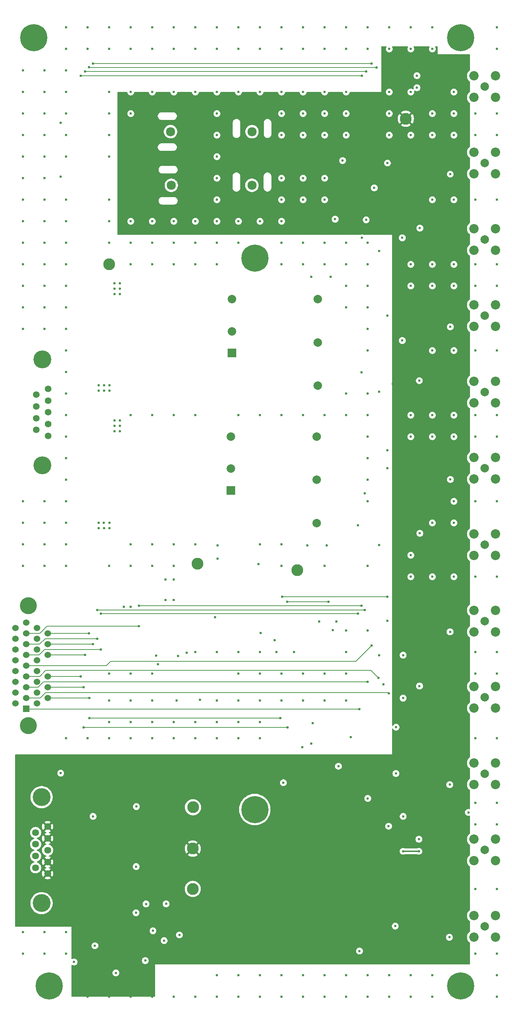
<source format=gbr>
%TF.GenerationSoftware,KiCad,Pcbnew,9.0.3*%
%TF.CreationDate,2025-09-16T13:44:48-04:00*%
%TF.ProjectId,WARM_TPC_Shaper,5741524d-5f54-4504-935f-536861706572,rev?*%
%TF.SameCoordinates,Original*%
%TF.FileFunction,Copper,L7,Inr*%
%TF.FilePolarity,Positive*%
%FSLAX46Y46*%
G04 Gerber Fmt 4.6, Leading zero omitted, Abs format (unit mm)*
G04 Created by KiCad (PCBNEW 9.0.3) date 2025-09-16 13:44:48*
%MOMM*%
%LPD*%
G01*
G04 APERTURE LIST*
%TA.AperFunction,ComponentPad*%
%ADD10C,2.800000*%
%TD*%
%TA.AperFunction,ComponentPad*%
%ADD11C,2.006600*%
%TD*%
%TA.AperFunction,ComponentPad*%
%ADD12C,2.209800*%
%TD*%
%TA.AperFunction,ComponentPad*%
%ADD13C,1.635000*%
%TD*%
%TA.AperFunction,ComponentPad*%
%ADD14C,4.216000*%
%TD*%
%TA.AperFunction,ComponentPad*%
%ADD15C,2.159000*%
%TD*%
%TA.AperFunction,ComponentPad*%
%ADD16R,2.000000X2.000000*%
%TD*%
%TA.AperFunction,ComponentPad*%
%ADD17C,2.000000*%
%TD*%
%TA.AperFunction,ComponentPad*%
%ADD18C,1.560000*%
%TD*%
%TA.AperFunction,ComponentPad*%
%ADD19C,6.400000*%
%TD*%
%TA.AperFunction,ComponentPad*%
%ADD20C,4.000000*%
%TD*%
%TA.AperFunction,ComponentPad*%
%ADD21R,1.530000X1.530000*%
%TD*%
%TA.AperFunction,ComponentPad*%
%ADD22C,1.530000*%
%TD*%
%TA.AperFunction,ViaPad*%
%ADD23C,0.600000*%
%TD*%
%TA.AperFunction,Conductor*%
%ADD24C,0.300000*%
%TD*%
%TA.AperFunction,Conductor*%
%ADD25C,0.200000*%
%TD*%
G04 APERTURE END LIST*
D10*
%TO.N,/V_SEC_RTN*%
%TO.C,SEC_{RTN}1*%
X181508400Y-163576000D03*
%TD*%
D11*
%TO.N,/M_SHPR_6*%
%TO.C,J13*%
X225680000Y-247544999D03*
D12*
%TO.N,/PM3p3V_RTN*%
X228220000Y-245004999D03*
X223140000Y-245004999D03*
X223140000Y-250084999D03*
X228220000Y-250084999D03*
%TD*%
D10*
%TO.N,/TELEM_M5V*%
%TO.C,TELEM_{-5V}1*%
X156870400Y-238709200D03*
%TD*%
D13*
%TO.N,/TELEM_RTN*%
%TO.C,J15*%
X122640000Y-235115000D03*
X122640000Y-232345000D03*
%TO.N,unconnected-(J15-Pad3)*%
X122640000Y-229575000D03*
%TO.N,/TELEM_RTN*%
X122640000Y-226805000D03*
X122640000Y-224035000D03*
%TO.N,/TELEM_M5V*%
X119800000Y-233730000D03*
X119800000Y-230960000D03*
%TO.N,/TELEM_P5V*%
X119800000Y-228190000D03*
X119800000Y-225420000D03*
D14*
%TO.N,GNDPWR*%
X121220000Y-217075000D03*
X121220000Y-242075000D03*
%TD*%
D15*
%TO.N,Net-(M2-Pad3)*%
%TO.C,P4*%
X170830000Y-60150000D03*
%TD*%
D11*
%TO.N,/M_SHPR_2*%
%TO.C,J5*%
X225680000Y-103544999D03*
D12*
%TO.N,/PM3p3V_RTN*%
X228220000Y-101004999D03*
X223140000Y-101004999D03*
X223140000Y-106084999D03*
X228220000Y-106084999D03*
%TD*%
D10*
%TO.N,/TELEM_RTN*%
%TO.C,TELEM_{RTN}2*%
X156870400Y-229209600D03*
%TD*%
D11*
%TO.N,/M_SHPR_1*%
%TO.C,J3*%
X225680000Y-67544999D03*
D12*
%TO.N,/PM3p3V_RTN*%
X228220000Y-65004999D03*
X223140000Y-65004999D03*
X223140000Y-70084999D03*
X228220000Y-70084999D03*
%TD*%
D11*
%TO.N,/P_SHPR_6*%
%TO.C,J14*%
X225680000Y-229544999D03*
D12*
%TO.N,/PM3p3V_RTN*%
X228220000Y-227004999D03*
X223140000Y-227004999D03*
X223140000Y-232084999D03*
X228220000Y-232084999D03*
%TD*%
D10*
%TO.N,/TELEM_RTN*%
%TO.C,TELEM_{RTN}1*%
X207111600Y-57099200D03*
%TD*%
D16*
%TO.N,Net-(U1-+VIN)*%
%TO.C,U1*%
X166080000Y-112340000D03*
D17*
%TO.N,Net-(U1--VIN)*%
X166080000Y-107240000D03*
%TO.N,/P3p3V*%
X186380000Y-120040000D03*
%TO.N,unconnected-(U1-TRIM-Pad4)*%
X186380000Y-109840000D03*
%TO.N,/PM3p3V_RTN*%
X186380000Y-99640000D03*
%TO.N,/Main_CKT/Enable*%
X166080000Y-99640000D03*
%TD*%
D11*
%TO.N,/M_SHPR_5*%
%TO.C,J11*%
X225680000Y-211544999D03*
D12*
%TO.N,/PM3p3V_RTN*%
X228220000Y-209004999D03*
X223140000Y-209004999D03*
X223140000Y-214084999D03*
X228220000Y-214084999D03*
%TD*%
D10*
%TO.N,/V_SEC_RTN*%
%TO.C,SEC_{RTN}2*%
X137160000Y-91440000D03*
%TD*%
%TO.N,/Main_CKT/Enable*%
%TO.C,V_{EN}1*%
X157940000Y-162040000D03*
%TD*%
D18*
%TO.N,/V_SEC_RTN*%
%TO.C,J2*%
X122790000Y-120780000D03*
X122790000Y-123550000D03*
%TO.N,unconnected-(J2-Pad3)*%
X122790000Y-126320000D03*
%TO.N,/V_SEC_RTN*%
X122790000Y-129090000D03*
X122790000Y-131860000D03*
%TO.N,/V_SEC_IN*%
X119950000Y-122165000D03*
X119950000Y-124935000D03*
X119950000Y-127705000D03*
X119950000Y-130475000D03*
D14*
%TO.N,GNDPWR*%
X121370000Y-113820000D03*
X121370000Y-138820000D03*
%TD*%
D19*
%TO.N,GNDPWR*%
%TO.C,H7*%
X123000000Y-261620000D03*
%TD*%
%TO.N,GNDPWR*%
%TO.C,H5*%
X119380000Y-38000000D03*
%TD*%
D10*
%TO.N,/TELEM_P5V*%
%TO.C,TELEM_{+5V}1*%
X156921200Y-219456000D03*
%TD*%
D11*
%TO.N,/P_SHPR_5*%
%TO.C,J12*%
X225680000Y-193544999D03*
D12*
%TO.N,/PM3p3V_RTN*%
X228220000Y-191004999D03*
X223140000Y-191004999D03*
X223140000Y-196084999D03*
X228220000Y-196084999D03*
%TD*%
D19*
%TO.N,GNDPWR*%
%TO.C,H1*%
X220000000Y-38000000D03*
%TD*%
D16*
%TO.N,Net-(U2-+VIN)*%
%TO.C,U2*%
X165807500Y-144730000D03*
D17*
%TO.N,Net-(U2--VIN)*%
X165807500Y-139630000D03*
%TO.N,/PM3p3V_RTN*%
X186107500Y-152430000D03*
%TO.N,unconnected-(U2-TRIM-Pad4)*%
X186107500Y-142230000D03*
%TO.N,/M3p3V*%
X186107500Y-132030000D03*
%TO.N,/Main_CKT/Enable*%
X165807500Y-132030000D03*
%TD*%
D19*
%TO.N,GNDPWR*%
%TO.C,H2*%
X171500000Y-90000000D03*
%TD*%
D11*
%TO.N,/P_SHPR_4*%
%TO.C,J10*%
X225680000Y-157544999D03*
D12*
%TO.N,/PM3p3V_RTN*%
X228220000Y-155004999D03*
X223140000Y-155004999D03*
X223140000Y-160084999D03*
X228220000Y-160084999D03*
%TD*%
D11*
%TO.N,/P_SHPR_2*%
%TO.C,J6*%
X225680000Y-85544999D03*
D12*
%TO.N,/PM3p3V_RTN*%
X228220000Y-83004999D03*
X223140000Y-83004999D03*
X223140000Y-88084999D03*
X228220000Y-88084999D03*
%TD*%
D15*
%TO.N,Net-(P1-Pad1)*%
%TO.C,P1*%
X151810600Y-72790000D03*
%TD*%
D11*
%TO.N,/M_SHPR_4*%
%TO.C,J9*%
X225680000Y-175544999D03*
D12*
%TO.N,/PM3p3V_RTN*%
X228220000Y-173004999D03*
X223140000Y-173004999D03*
X223140000Y-178084999D03*
X228220000Y-178084999D03*
%TD*%
D19*
%TO.N,GNDPWR*%
%TO.C,H4*%
X220000000Y-261620000D03*
%TD*%
D11*
%TO.N,/P_SHPR_1*%
%TO.C,J4*%
X225680000Y-49544999D03*
D12*
%TO.N,/PM3p3V_RTN*%
X228220000Y-47004999D03*
X223140000Y-47004999D03*
X223140000Y-52084999D03*
X228220000Y-52084999D03*
%TD*%
D19*
%TO.N,GNDPWR*%
%TO.C,H3*%
X171500000Y-220000000D03*
%TD*%
D15*
%TO.N,Net-(M1-Pad3)*%
%TO.C,P2*%
X170809800Y-72790000D03*
%TD*%
%TO.N,Net-(P3-Pad1)*%
%TO.C,P3*%
X151620000Y-60148000D03*
%TD*%
D11*
%TO.N,/P_SHPR_3*%
%TO.C,J8*%
X225680000Y-121544999D03*
D12*
%TO.N,/PM3p3V_RTN*%
X228220000Y-119004999D03*
X223140000Y-119004999D03*
X223140000Y-124084999D03*
X228220000Y-124084999D03*
%TD*%
D20*
%TO.N,GNDPWR*%
%TO.C,J1*%
X118098000Y-171909500D03*
X118098000Y-200230500D03*
D21*
%TO.N,/i_Sense_6-*%
X117590000Y-196230000D03*
D22*
%TO.N,/TELEM_RTN*%
X115050000Y-194960000D03*
%TO.N,/i_Sense_6+*%
X117590000Y-193690000D03*
%TO.N,/TELEM_RTN*%
X115050000Y-192420000D03*
%TO.N,/i_Sense_5-*%
X117590000Y-191150000D03*
%TO.N,/TELEM_RTN*%
X115050000Y-189880000D03*
%TO.N,/i_Sense_5+*%
X117590000Y-188610000D03*
%TO.N,/TELEM_RTN*%
X115050000Y-187340000D03*
X115050000Y-184800000D03*
%TO.N,/i_Sense_4+*%
X117590000Y-183530000D03*
%TO.N,/TELEM_RTN*%
X115050000Y-182260000D03*
%TO.N,/i_Sense_3-*%
X117590000Y-180990000D03*
%TO.N,/TELEM_RTN*%
X115050000Y-179720000D03*
%TO.N,/i_Sense_3+*%
X117590000Y-178450000D03*
%TO.N,/TELEM_RTN*%
X115050000Y-177180000D03*
%TO.N,/Enable+*%
X117590000Y-175910000D03*
%TO.N,/TELEM_RTN*%
X120130000Y-194960000D03*
%TO.N,/P3p3V_MON*%
X122670000Y-193690000D03*
%TO.N,/TELEM_RTN*%
X120130000Y-192420000D03*
%TO.N,/M3p3V_MON*%
X122670000Y-191150000D03*
%TO.N,/TEMP_MON*%
X120130000Y-189880000D03*
%TO.N,/i_Sense_2-*%
X122670000Y-188610000D03*
%TO.N,/TELEM_RTN*%
X120130000Y-187340000D03*
%TO.N,/i_Sense_4-*%
X117590000Y-186070000D03*
%TO.N,/TELEM_RTN*%
X120130000Y-184800000D03*
%TO.N,/i_Sense_2+*%
X122670000Y-183530000D03*
%TO.N,/TELEM_RTN*%
X120130000Y-182260000D03*
%TO.N,/i_Sense_1-*%
X122670000Y-180990000D03*
%TO.N,/TELEM_RTN*%
X120130000Y-179720000D03*
%TO.N,/Enable-*%
X120130000Y-177180000D03*
%TO.N,/i_Sense_1+*%
X122670000Y-178450000D03*
%TD*%
D11*
%TO.N,/M_SHPR_3*%
%TO.C,J7*%
X225680000Y-139544999D03*
D12*
%TO.N,/PM3p3V_RTN*%
X228220000Y-137004999D03*
X223140000Y-137004999D03*
X223140000Y-142084999D03*
X228220000Y-142084999D03*
%TD*%
D23*
%TO.N,/P3p3V*%
X206470000Y-183600000D03*
X200810000Y-121490000D03*
X206470000Y-193730000D03*
X200810000Y-183600000D03*
X209720000Y-49789999D03*
X206480000Y-221620000D03*
X200810000Y-157650000D03*
X210180000Y-229844999D03*
X206470000Y-229850000D03*
X200810000Y-88260000D03*
%TO.N,/PM3p3V_RTN*%
X188446000Y-157730000D03*
X189426000Y-94380000D03*
X221860000Y-220670000D03*
%TO.N,GNDPWR*%
X184796000Y-94380000D03*
X183886000Y-157730000D03*
%TO.N,/V_SEC_RTN*%
X187960000Y-40640000D03*
X218440000Y-152400000D03*
X121920000Y-66040000D03*
X127000000Y-147320000D03*
X147320000Y-81280000D03*
X157480000Y-157480000D03*
X213360000Y-60960000D03*
X121920000Y-152400000D03*
X139700000Y-129540000D03*
X187960000Y-35560000D03*
X116840000Y-152400000D03*
X127000000Y-45720000D03*
X167640000Y-50800000D03*
X138430000Y-98425000D03*
X127000000Y-50800000D03*
X177800000Y-157480000D03*
X223520000Y-111760000D03*
X142240000Y-55880000D03*
X121920000Y-162560000D03*
X182880000Y-86360000D03*
X127000000Y-60960000D03*
X162560000Y-60960000D03*
X208280000Y-40640000D03*
X228600000Y-147320000D03*
X198120000Y-101600000D03*
X172720000Y-50800000D03*
X116840000Y-81280000D03*
X150460000Y-165750000D03*
X198120000Y-162560000D03*
X142240000Y-35560000D03*
X116840000Y-96520000D03*
X198120000Y-121920000D03*
X198120000Y-91440000D03*
X213360000Y-96520000D03*
X228600000Y-165100000D03*
X223520000Y-55880000D03*
X127000000Y-106680000D03*
X139700000Y-130810000D03*
X147320000Y-50800000D03*
X127000000Y-40640000D03*
X228600000Y-35560000D03*
X223520000Y-147320000D03*
X162560000Y-81280000D03*
X193040000Y-40640000D03*
X116840000Y-86360000D03*
X132080000Y-40640000D03*
X182880000Y-40640000D03*
X116840000Y-71120000D03*
X147320000Y-86360000D03*
X177800000Y-76200000D03*
X228600000Y-60960000D03*
X116840000Y-91440000D03*
X152400000Y-157480000D03*
X203200000Y-55880000D03*
X213360000Y-55880000D03*
X182880000Y-60960000D03*
X208280000Y-96520000D03*
X139700000Y-98425000D03*
X198120000Y-106680000D03*
X187960000Y-76200000D03*
X121920000Y-81280000D03*
X132080000Y-35560000D03*
X213360000Y-165100000D03*
X228600000Y-132080000D03*
X137160000Y-81280000D03*
X198120000Y-35560000D03*
X203200000Y-40640000D03*
X193040000Y-35560000D03*
X213360000Y-152400000D03*
X193040000Y-86360000D03*
X218440000Y-165100000D03*
X193040000Y-121920000D03*
X162560000Y-50800000D03*
X208280000Y-132080000D03*
X203200000Y-35560000D03*
X152400000Y-86360000D03*
X127000000Y-157480000D03*
X218440000Y-127000000D03*
X223520000Y-96520000D03*
X193040000Y-55880000D03*
X157480000Y-127000000D03*
X172720000Y-40640000D03*
X208280000Y-127000000D03*
X157480000Y-35560000D03*
X177800000Y-86360000D03*
X121920000Y-76200000D03*
X138430000Y-130810000D03*
X218440000Y-76200000D03*
X127000000Y-127000000D03*
X147320000Y-162560000D03*
X193040000Y-101600000D03*
X121920000Y-71120000D03*
X198120000Y-142240000D03*
X121920000Y-101600000D03*
X177800000Y-35560000D03*
X152400000Y-40640000D03*
X218440000Y-132080000D03*
X127000000Y-96520000D03*
X167640000Y-81280000D03*
X147320000Y-35560000D03*
X157480000Y-86360000D03*
X198120000Y-96520000D03*
X127000000Y-91440000D03*
X223520000Y-127000000D03*
X228600000Y-55880000D03*
X142240000Y-91440000D03*
X127000000Y-111760000D03*
X193040000Y-127000000D03*
X187960000Y-55880000D03*
X172360000Y-162120000D03*
X198120000Y-86360000D03*
X127000000Y-137160000D03*
X142240000Y-162560000D03*
X138430000Y-128270000D03*
X137160000Y-162560000D03*
X137160000Y-35560000D03*
X193040000Y-96520000D03*
X138430000Y-97155000D03*
X142240000Y-81280000D03*
X142240000Y-50800000D03*
X162560000Y-66040000D03*
X127000000Y-132080000D03*
X172720000Y-127000000D03*
X208280000Y-91440000D03*
X152400000Y-162560000D03*
X142240000Y-127000000D03*
X203200000Y-50800000D03*
X223520000Y-76200000D03*
X218440000Y-111760000D03*
X223520000Y-165100000D03*
X127000000Y-86360000D03*
X127000000Y-66040000D03*
X121920000Y-106680000D03*
X198120000Y-137160000D03*
X167640000Y-127000000D03*
X177800000Y-60960000D03*
X142240000Y-86360000D03*
X147320000Y-91440000D03*
X152400000Y-81280000D03*
X228600000Y-111760000D03*
X172720000Y-35560000D03*
X218440000Y-91440000D03*
X127000000Y-101600000D03*
X152400000Y-35560000D03*
X116840000Y-50800000D03*
X218440000Y-60960000D03*
X177800000Y-91440000D03*
X187960000Y-60960000D03*
X193040000Y-60960000D03*
X198120000Y-111760000D03*
X152400000Y-127000000D03*
X223520000Y-132080000D03*
X137160000Y-55880000D03*
X127000000Y-121920000D03*
X152400000Y-91440000D03*
X182880000Y-35560000D03*
X147320000Y-157480000D03*
X127000000Y-116840000D03*
X127000000Y-35560000D03*
X218440000Y-55880000D03*
X182880000Y-76200000D03*
X142240000Y-40640000D03*
X177800000Y-55880000D03*
X137160000Y-60960000D03*
X187960000Y-127000000D03*
X208280000Y-165100000D03*
X187960000Y-71120000D03*
X193040000Y-50800000D03*
X152400000Y-50800000D03*
X228600000Y-76200000D03*
X157480000Y-40640000D03*
X213360000Y-111760000D03*
X116840000Y-45720000D03*
X121920000Y-60960000D03*
X218440000Y-50800000D03*
X116840000Y-60960000D03*
X228600000Y-96520000D03*
X121920000Y-86360000D03*
X198120000Y-132080000D03*
X203200000Y-60960000D03*
X139700000Y-128270000D03*
X223520000Y-91440000D03*
X172720000Y-157480000D03*
X218440000Y-147320000D03*
X121920000Y-91440000D03*
X228600000Y-91440000D03*
X138430000Y-129540000D03*
X162560000Y-76200000D03*
X187960000Y-50800000D03*
X177800000Y-50800000D03*
X121920000Y-55880000D03*
X116840000Y-76200000D03*
X147320000Y-40640000D03*
X139700000Y-95885000D03*
X182880000Y-50800000D03*
X162560000Y-35560000D03*
X162560000Y-86360000D03*
X147320000Y-127000000D03*
X152350000Y-165770000D03*
X137160000Y-86360000D03*
X198120000Y-127000000D03*
X139700000Y-97155000D03*
X182880000Y-55880000D03*
X182880000Y-127000000D03*
X177800000Y-40640000D03*
X162560000Y-71120000D03*
X187960000Y-86360000D03*
X127000000Y-55880000D03*
X116840000Y-101600000D03*
X167640000Y-86360000D03*
X177800000Y-81280000D03*
X127000000Y-142240000D03*
X127000000Y-76200000D03*
X157480000Y-81280000D03*
X121920000Y-147320000D03*
X157480000Y-50800000D03*
X137160000Y-66040000D03*
X137160000Y-40640000D03*
X138430000Y-95885000D03*
X182880000Y-91440000D03*
X208280000Y-50800000D03*
X121920000Y-50800000D03*
X127000000Y-81280000D03*
X213360000Y-132080000D03*
X213360000Y-76200000D03*
X187960000Y-91440000D03*
X162560000Y-55880000D03*
X223520000Y-60960000D03*
X121920000Y-96520000D03*
X218440000Y-96520000D03*
X121920000Y-45720000D03*
X228600000Y-40640000D03*
X198120000Y-40640000D03*
X193040000Y-91440000D03*
X121920000Y-157480000D03*
X116840000Y-106680000D03*
X116840000Y-66040000D03*
X213360000Y-40640000D03*
X213360000Y-91440000D03*
X157480000Y-91440000D03*
X116840000Y-55880000D03*
X127000000Y-152400000D03*
X177800000Y-127000000D03*
X177800000Y-162560000D03*
X162560000Y-91440000D03*
X142240000Y-157480000D03*
X228600000Y-127000000D03*
X213360000Y-127000000D03*
X208280000Y-160020000D03*
X116840000Y-162560000D03*
X116840000Y-157480000D03*
X167640000Y-35560000D03*
X162560000Y-40640000D03*
X137160000Y-50800000D03*
X198120000Y-147320000D03*
X137160000Y-76200000D03*
X213360000Y-35560000D03*
X177800000Y-71120000D03*
X187960000Y-162560000D03*
X127000000Y-162560000D03*
X182880000Y-71120000D03*
X208280000Y-35560000D03*
X172720000Y-81280000D03*
X116840000Y-147320000D03*
X167640000Y-40640000D03*
X208280000Y-60960000D03*
%TO.N,/M3p3V*%
X177980000Y-169790000D03*
X202750000Y-169790000D03*
X204800000Y-200580000D03*
X202770000Y-103530000D03*
X204620000Y-247480000D03*
X204770000Y-211500000D03*
X202760000Y-139540000D03*
X202760000Y-175480000D03*
X202770000Y-135310000D03*
X202770000Y-67540000D03*
%TO.N,/V_SEC_IN*%
X134720000Y-121250000D03*
X134682500Y-153660000D03*
X134682500Y-152390000D03*
X137260000Y-119980000D03*
X135990000Y-121250000D03*
X137222500Y-153660000D03*
X135952500Y-153660000D03*
X135990000Y-119980000D03*
X135902500Y-152390000D03*
X134720000Y-119980000D03*
X137260000Y-121250000D03*
X137222500Y-152390000D03*
%TO.N,/TELEM_RTN*%
X145130000Y-236970000D03*
X228600000Y-223520000D03*
X182880000Y-218440000D03*
X198120000Y-233680000D03*
X142240000Y-203200000D03*
X218440000Y-223520000D03*
X198120000Y-243840000D03*
X219470000Y-191614999D03*
X121920000Y-208280000D03*
X217570000Y-68694999D03*
X218440000Y-198120000D03*
X228600000Y-254000000D03*
X136786200Y-242165000D03*
X145140000Y-228080000D03*
X167640000Y-248920000D03*
X208280000Y-172720000D03*
X147320000Y-203200000D03*
X187960000Y-233680000D03*
X157480000Y-203200000D03*
X157480000Y-182880000D03*
X208280000Y-259080000D03*
X203200000Y-264160000D03*
X176580000Y-182880000D03*
X167640000Y-259080000D03*
X193040000Y-259080000D03*
X127000000Y-248920000D03*
X182880000Y-233680000D03*
X152400000Y-238760000D03*
X193040000Y-254000000D03*
X223520000Y-254000000D03*
X132080000Y-218440000D03*
X218440000Y-187960000D03*
X167640000Y-228600000D03*
X213360000Y-203200000D03*
X172720000Y-254000000D03*
X193040000Y-177800000D03*
X142240000Y-208280000D03*
X147320000Y-187960000D03*
X182880000Y-238760000D03*
X132080000Y-264160000D03*
X198120000Y-223520000D03*
X172720000Y-233680000D03*
X208570000Y-213394999D03*
X187960000Y-187960000D03*
X177800000Y-243840000D03*
X162560000Y-228600000D03*
X203200000Y-233680000D03*
X217600000Y-104689999D03*
X213360000Y-259080000D03*
X162560000Y-223520000D03*
X130376200Y-260865000D03*
X167640000Y-182880000D03*
X198120000Y-259080000D03*
X127000000Y-213360000D03*
X213360000Y-198120000D03*
X223520000Y-182880000D03*
X147320000Y-199390000D03*
X228600000Y-238760000D03*
X198120000Y-177800000D03*
X209730000Y-48339999D03*
X147320000Y-218440000D03*
X137160000Y-199390000D03*
X172720000Y-259080000D03*
X172720000Y-187960000D03*
X210290000Y-120254999D03*
X152400000Y-223520000D03*
X223520000Y-203200000D03*
X187960000Y-259080000D03*
X203200000Y-238760000D03*
X218440000Y-243840000D03*
X162560000Y-233680000D03*
X148695476Y-185749999D03*
X157480000Y-213360000D03*
X127000000Y-208280000D03*
X177800000Y-254000000D03*
X208470000Y-182894999D03*
X176190000Y-180100000D03*
X162560000Y-238760000D03*
X213360000Y-223520000D03*
X187960000Y-228600000D03*
X157480000Y-199390000D03*
X116840000Y-208280000D03*
X217450000Y-212659999D03*
X208460000Y-177384999D03*
X182880000Y-254000000D03*
X127000000Y-218440000D03*
X208280000Y-203200000D03*
X121920000Y-254000000D03*
X152400000Y-199390000D03*
X193040000Y-248920000D03*
X167640000Y-194310000D03*
X223520000Y-223520000D03*
X127000000Y-238760000D03*
X203200000Y-243840000D03*
X172720000Y-208280000D03*
X177800000Y-228600000D03*
X204198000Y-155624999D03*
X185180000Y-199630000D03*
X219270000Y-119534999D03*
X210420000Y-84289999D03*
X152400000Y-213360000D03*
X147320000Y-213360000D03*
X147320000Y-194310000D03*
X167640000Y-213360000D03*
X193040000Y-187960000D03*
X167640000Y-208280000D03*
X172720000Y-213360000D03*
X132080000Y-238760000D03*
X182880000Y-243840000D03*
X172720000Y-243840000D03*
X148265476Y-183690000D03*
X218680000Y-47664999D03*
X162560000Y-248920000D03*
X157480000Y-264160000D03*
X182880000Y-194310000D03*
X162560000Y-208280000D03*
X198120000Y-238760000D03*
X208890000Y-74959999D03*
X172720000Y-238760000D03*
X116840000Y-254000000D03*
X177800000Y-259080000D03*
X167640000Y-238760000D03*
X217370000Y-248649999D03*
X182720000Y-205310000D03*
X187960000Y-254000000D03*
X201780000Y-226610000D03*
X187960000Y-243840000D03*
X193040000Y-223520000D03*
X218440000Y-208280000D03*
X142240000Y-264160000D03*
X208820000Y-105434999D03*
X182880000Y-264160000D03*
X172720000Y-203200000D03*
X208700000Y-110954999D03*
X204070000Y-119619999D03*
X147320000Y-228600000D03*
X147320000Y-233680000D03*
X182850000Y-63940000D03*
X210340000Y-192284999D03*
X210190000Y-228394999D03*
X167640000Y-264160000D03*
X177800000Y-238760000D03*
X218440000Y-203200000D03*
X187960000Y-223520000D03*
X177800000Y-248920000D03*
X167640000Y-203200000D03*
X162560000Y-182880000D03*
X172720000Y-199390000D03*
X162560000Y-264160000D03*
X142240000Y-238760000D03*
X167640000Y-187960000D03*
X152350000Y-170580000D03*
X172720000Y-264160000D03*
X219230000Y-227724999D03*
X150470000Y-170610000D03*
X142316200Y-246515000D03*
X208460000Y-254914999D03*
X208280000Y-264160000D03*
X218440000Y-233680000D03*
X133820000Y-228120000D03*
X153075476Y-194250000D03*
X127000000Y-203200000D03*
X152400000Y-208280000D03*
X182880000Y-187960000D03*
X213360000Y-264160000D03*
X187960000Y-218440000D03*
X218440000Y-182880000D03*
X162560000Y-213360000D03*
X127000000Y-243840000D03*
X193040000Y-228600000D03*
X187960000Y-248920000D03*
X147320000Y-223520000D03*
X208710000Y-218930000D03*
X152400000Y-233680000D03*
X177800000Y-233680000D03*
X187960000Y-194310000D03*
X208280000Y-238760000D03*
X147320000Y-238760000D03*
X172720000Y-228600000D03*
X172720000Y-182880000D03*
X162560000Y-199390000D03*
X167640000Y-233680000D03*
X217530000Y-176629999D03*
X167640000Y-223520000D03*
X142240000Y-199390000D03*
X198120000Y-228600000D03*
X193040000Y-194310000D03*
X157480000Y-208280000D03*
X198120000Y-264160000D03*
X208280000Y-233680000D03*
X162560000Y-243840000D03*
X208280000Y-208280000D03*
X187960000Y-264160000D03*
X167640000Y-243840000D03*
X193040000Y-264160000D03*
X219390000Y-155574999D03*
X121920000Y-248920000D03*
X210418000Y-156259999D03*
X213360000Y-238760000D03*
X167640000Y-254000000D03*
X213360000Y-187960000D03*
X177800000Y-187960000D03*
X162560000Y-254000000D03*
X142240000Y-187960000D03*
X162560000Y-218440000D03*
X228600000Y-264160000D03*
X152400000Y-218440000D03*
X218440000Y-218440000D03*
X167640000Y-199390000D03*
X162560000Y-259080000D03*
X172720000Y-194310000D03*
X152400000Y-228600000D03*
X218440000Y-254000000D03*
X208280000Y-198120000D03*
X193040000Y-238760000D03*
X228600000Y-182880000D03*
X135116200Y-249380000D03*
X128880000Y-230150000D03*
X218440000Y-238760000D03*
X198120000Y-248920000D03*
X177800000Y-264160000D03*
X177800000Y-223520000D03*
X193040000Y-243840000D03*
X177800000Y-218440000D03*
X208620000Y-146964999D03*
X182390000Y-77960000D03*
X190730000Y-175700000D03*
X182880000Y-223520000D03*
X223520000Y-218440000D03*
X223520000Y-238760000D03*
X152400000Y-264160000D03*
X147320000Y-208280000D03*
X132080000Y-203200000D03*
X217600000Y-140689999D03*
X194160000Y-209790000D03*
X193040000Y-233680000D03*
X137226200Y-261375000D03*
X223520000Y-187960000D03*
X137160000Y-238760000D03*
X204200000Y-83654999D03*
X145420000Y-214110000D03*
X203200000Y-259080000D03*
X177800000Y-194310000D03*
X162560000Y-194310000D03*
X193040000Y-182880000D03*
X208440000Y-249394999D03*
X228600000Y-218440000D03*
X137160000Y-208280000D03*
X137160000Y-187960000D03*
X182880000Y-228600000D03*
X208940000Y-141439999D03*
X137160000Y-203200000D03*
X142240000Y-213360000D03*
X138640000Y-210880000D03*
X145666200Y-259885000D03*
X201840000Y-190500000D03*
X182880000Y-248920000D03*
X137160000Y-194310000D03*
X152400000Y-203200000D03*
X132080000Y-213360000D03*
X228600000Y-203200000D03*
X228600000Y-187960000D03*
X127000000Y-254000000D03*
X116840000Y-248920000D03*
X172720000Y-248920000D03*
X147320000Y-264160000D03*
X194160000Y-202930000D03*
X132080000Y-208280000D03*
X203510000Y-47704999D03*
X142240000Y-194310000D03*
X228600000Y-259080000D03*
X131910000Y-224810000D03*
X145430000Y-223710000D03*
X182880000Y-259080000D03*
X185140000Y-216380000D03*
X219260000Y-83619999D03*
X172870000Y-178340000D03*
X155405476Y-182990000D03*
X208835000Y-69429999D03*
X187960000Y-238760000D03*
X162560000Y-203200000D03*
X193040000Y-213360000D03*
X137160000Y-264160000D03*
X140660000Y-172170000D03*
%TO.N,/i_Sense_1+*%
X200260000Y-44990000D03*
X132420000Y-44970000D03*
X132420000Y-178460000D03*
%TO.N,/i_Sense_2+*%
X131450000Y-45910000D03*
X197760000Y-80950000D03*
X131450000Y-183540000D03*
X197760000Y-45910000D03*
%TO.N,/TELEM_P5V*%
X133350000Y-221600000D03*
X150576200Y-242235000D03*
X125720000Y-211410000D03*
X158560000Y-194110000D03*
X125730000Y-70770000D03*
X186700000Y-175700000D03*
X125730000Y-58070000D03*
X145666200Y-255625000D03*
X162110000Y-174650000D03*
X153716200Y-249575000D03*
X133796200Y-252115000D03*
%TO.N,/TELEM_M5V*%
X128880000Y-255940000D03*
X180770000Y-182880000D03*
X138730000Y-258515000D03*
%TO.N,/i_Sense_3+*%
X144150000Y-176790000D03*
X196660000Y-116920000D03*
X144150000Y-171930000D03*
X196670000Y-171930000D03*
%TO.N,/i_Sense_4+*%
X195830000Y-173800000D03*
X195830000Y-152930000D03*
X135200000Y-173800000D03*
X135200000Y-182270000D03*
%TO.N,/i_Sense_5+*%
X200640000Y-188950000D03*
%TO.N,/i_Sense_6+*%
X203050000Y-223930000D03*
X203080000Y-192590000D03*
%TO.N,/i_Sense_1-*%
X199670000Y-73400000D03*
X133360000Y-181010000D03*
X133357380Y-44063928D03*
X199060000Y-44070000D03*
%TO.N,/i_Sense_2-*%
X206270000Y-85190000D03*
X196790000Y-85190000D03*
X130470000Y-188620000D03*
X206274999Y-109404999D03*
X196790000Y-46940000D03*
X130470000Y-46940000D03*
%TO.N,/i_Sense_3-*%
X134350000Y-179710000D03*
X197410000Y-172910000D03*
X134360000Y-172920000D03*
X197410000Y-145404999D03*
%TO.N,/i_Sense_4-*%
X199010000Y-181350000D03*
%TO.N,/i_Sense_5-*%
X198140000Y-189900000D03*
X198130000Y-217370000D03*
%TO.N,/i_Sense_6-*%
X196180000Y-253370000D03*
X196180000Y-196340000D03*
%TO.N,Net-(U17A-A_OUT)*%
X179120000Y-171010000D03*
X190440000Y-80790000D03*
X188910000Y-171020000D03*
%TO.N,Net-(U17B-B_OUT)*%
X192210000Y-66960000D03*
X189890000Y-177690000D03*
%TO.N,/TELEM_P3p3V*%
X210418000Y-154859999D03*
X210340000Y-190884999D03*
X210190000Y-226994999D03*
X217380000Y-250119999D03*
X210290000Y-118854999D03*
X217460000Y-214129999D03*
X209730000Y-46939999D03*
X142210000Y-172150000D03*
X217610000Y-142159999D03*
X217610000Y-106159999D03*
X153375476Y-183820000D03*
X184780000Y-204410000D03*
X143570000Y-219300000D03*
X217540000Y-178099999D03*
X217580000Y-70164999D03*
X210420000Y-82889999D03*
%TO.N,/TELEM_M3p3V*%
X143530000Y-233450000D03*
X191210000Y-209790000D03*
%TO.N,Net-(LED1-Pad2)*%
X150106199Y-250914999D03*
%TO.N,Net-(LED1-Pad1)*%
X147476199Y-248594999D03*
%TO.N,Net-(LED2-Pad1)*%
X143486200Y-244345000D03*
%TO.N,Net-(LED2-Pad2)*%
X145836200Y-242255000D03*
%TO.N,/Main_CKT/Enable*%
X162740000Y-157720000D03*
X162740000Y-160850000D03*
%TO.N,/P3p3V_MON*%
X132530000Y-198410000D03*
X132530000Y-193700000D03*
X178230000Y-213670000D03*
X177570000Y-198410000D03*
%TO.N,/M3p3V_MON*%
X179200000Y-200600000D03*
X131149881Y-200600833D03*
X131150000Y-191160000D03*
%TD*%
D24*
%TO.N,/P3p3V*%
X206470000Y-229850000D02*
X206475001Y-229844999D01*
X206475001Y-229844999D02*
X210180000Y-229844999D01*
D25*
%TO.N,/M3p3V*%
X202750000Y-169790000D02*
X177980000Y-169790000D01*
D24*
X202770001Y-67539999D02*
X202770000Y-67540000D01*
D25*
%TO.N,/i_Sense_1+*%
X132440000Y-44990000D02*
X132420000Y-44970000D01*
X200260000Y-44990000D02*
X132440000Y-44990000D01*
X132420000Y-178460000D02*
X122680000Y-178460000D01*
X122680000Y-178460000D02*
X122670000Y-178450000D01*
%TO.N,/i_Sense_2+*%
X131450000Y-183540000D02*
X122680000Y-183540000D01*
X197760000Y-45910000D02*
X131450000Y-45910000D01*
X122680000Y-183540000D02*
X122670000Y-183530000D01*
%TO.N,/i_Sense_3+*%
X144150000Y-176790000D02*
X122460000Y-176790000D01*
X122460000Y-176790000D02*
X120800000Y-178450000D01*
X194590000Y-171930000D02*
X144150000Y-171930000D01*
X120800000Y-178450000D02*
X117590000Y-178450000D01*
X196670000Y-171930000D02*
X194590000Y-171930000D01*
%TO.N,/i_Sense_4+*%
X135200000Y-182270000D02*
X121930000Y-182270000D01*
X121930000Y-182270000D02*
X120670000Y-183530000D01*
X120670000Y-183530000D02*
X117590000Y-183530000D01*
X195830000Y-173800000D02*
X135200000Y-173800000D01*
%TO.N,/i_Sense_5+*%
X120765000Y-188610000D02*
X117590000Y-188610000D01*
X200640000Y-188950000D02*
X198880000Y-187190000D01*
X198880000Y-187190000D02*
X122185000Y-187190000D01*
X122185000Y-187190000D02*
X120765000Y-188610000D01*
%TO.N,/i_Sense_6+*%
X202910000Y-192420000D02*
X122180000Y-192420000D01*
X122180000Y-192420000D02*
X120910000Y-193690000D01*
X120910000Y-193690000D02*
X117590000Y-193690000D01*
X203080000Y-192590000D02*
X202910000Y-192420000D01*
%TO.N,/i_Sense_1-*%
X122690000Y-181010000D02*
X122670000Y-180990000D01*
X127780000Y-181010000D02*
X122690000Y-181010000D01*
X133360000Y-181010000D02*
X127780000Y-181010000D01*
X199060000Y-44070000D02*
X133360000Y-44070000D01*
%TO.N,/i_Sense_2-*%
X196790000Y-46940000D02*
X130470000Y-46940000D01*
X122680000Y-188620000D02*
X122670000Y-188610000D01*
X130470000Y-188620000D02*
X122680000Y-188620000D01*
%TO.N,/i_Sense_3-*%
X120760000Y-180990000D02*
X117590000Y-180990000D01*
X134370000Y-172910000D02*
X134360000Y-172920000D01*
X134350000Y-179710000D02*
X122040000Y-179710000D01*
X122040000Y-179710000D02*
X120760000Y-180990000D01*
X197410000Y-172910000D02*
X134370000Y-172910000D01*
%TO.N,/i_Sense_4-*%
X193460000Y-185020000D02*
X137520000Y-185020000D01*
X137520000Y-185020000D02*
X136440000Y-186100000D01*
X199010000Y-181350000D02*
X195330000Y-185030000D01*
X136440000Y-186100000D02*
X117620000Y-186100000D01*
X195330000Y-185030000D02*
X193470000Y-185030000D01*
X117620000Y-186100000D02*
X117590000Y-186070000D01*
X193470000Y-185030000D02*
X193460000Y-185020000D01*
%TO.N,/i_Sense_5-*%
X121616138Y-189900000D02*
X120366138Y-191150000D01*
X120366138Y-191150000D02*
X117590000Y-191150000D01*
X198140000Y-189900000D02*
X121616138Y-189900000D01*
%TO.N,/i_Sense_6-*%
X196170000Y-196350000D02*
X117710000Y-196350000D01*
X196180000Y-196340000D02*
X196170000Y-196350000D01*
X117710000Y-196350000D02*
X117590000Y-196230000D01*
%TO.N,Net-(U17A-A_OUT)*%
X188900000Y-171010000D02*
X188910000Y-171020000D01*
X179120000Y-171010000D02*
X188900000Y-171010000D01*
%TO.N,/P3p3V_MON*%
X132530000Y-193700000D02*
X122680000Y-193700000D01*
X177570000Y-198410000D02*
X132530000Y-198410000D01*
X122680000Y-193700000D02*
X122670000Y-193690000D01*
%TO.N,/M3p3V_MON*%
X122680000Y-191160000D02*
X122670000Y-191150000D01*
X179200000Y-200600000D02*
X131160000Y-200600000D01*
X131150000Y-191160000D02*
X122680000Y-191160000D01*
%TD*%
%TA.AperFunction,Conductor*%
%TO.N,/TELEM_RTN*%
G36*
X202496591Y-40024685D02*
G01*
X202542346Y-40077489D01*
X202552290Y-40146647D01*
X202532654Y-40197891D01*
X202490609Y-40260814D01*
X202490602Y-40260827D01*
X202430264Y-40406498D01*
X202430261Y-40406510D01*
X202399500Y-40561153D01*
X202399500Y-40718846D01*
X202430261Y-40873489D01*
X202430264Y-40873501D01*
X202490602Y-41019172D01*
X202490609Y-41019185D01*
X202578210Y-41150288D01*
X202578213Y-41150292D01*
X202689707Y-41261786D01*
X202689711Y-41261789D01*
X202820814Y-41349390D01*
X202820827Y-41349397D01*
X202966498Y-41409735D01*
X202966503Y-41409737D01*
X203121153Y-41440499D01*
X203121156Y-41440500D01*
X203121158Y-41440500D01*
X203278844Y-41440500D01*
X203278845Y-41440499D01*
X203433497Y-41409737D01*
X203579179Y-41349394D01*
X203710289Y-41261789D01*
X203821789Y-41150289D01*
X203909394Y-41019179D01*
X203969737Y-40873497D01*
X204000500Y-40718842D01*
X204000500Y-40561158D01*
X204000500Y-40561155D01*
X204000499Y-40561153D01*
X203969738Y-40406510D01*
X203969737Y-40406503D01*
X203969735Y-40406498D01*
X203909397Y-40260827D01*
X203909390Y-40260814D01*
X203867346Y-40197891D01*
X203846468Y-40131214D01*
X203864952Y-40063833D01*
X203916931Y-40017143D01*
X203970448Y-40005000D01*
X207509552Y-40005000D01*
X207576591Y-40024685D01*
X207622346Y-40077489D01*
X207632290Y-40146647D01*
X207612654Y-40197891D01*
X207570609Y-40260814D01*
X207570602Y-40260827D01*
X207510264Y-40406498D01*
X207510261Y-40406510D01*
X207479500Y-40561153D01*
X207479500Y-40718846D01*
X207510261Y-40873489D01*
X207510264Y-40873501D01*
X207570602Y-41019172D01*
X207570609Y-41019185D01*
X207658210Y-41150288D01*
X207658213Y-41150292D01*
X207769707Y-41261786D01*
X207769711Y-41261789D01*
X207900814Y-41349390D01*
X207900827Y-41349397D01*
X208046498Y-41409735D01*
X208046503Y-41409737D01*
X208201153Y-41440499D01*
X208201156Y-41440500D01*
X208201158Y-41440500D01*
X208358844Y-41440500D01*
X208358845Y-41440499D01*
X208513497Y-41409737D01*
X208659179Y-41349394D01*
X208790289Y-41261789D01*
X208901789Y-41150289D01*
X208989394Y-41019179D01*
X209049737Y-40873497D01*
X209080500Y-40718842D01*
X209080500Y-40561158D01*
X209080500Y-40561155D01*
X209080499Y-40561153D01*
X209049738Y-40406510D01*
X209049737Y-40406503D01*
X209049735Y-40406498D01*
X208989397Y-40260827D01*
X208989390Y-40260814D01*
X208947346Y-40197891D01*
X208926468Y-40131214D01*
X208944952Y-40063833D01*
X208996931Y-40017143D01*
X209050448Y-40005000D01*
X212589552Y-40005000D01*
X212656591Y-40024685D01*
X212702346Y-40077489D01*
X212712290Y-40146647D01*
X212692654Y-40197891D01*
X212650609Y-40260814D01*
X212650602Y-40260827D01*
X212590264Y-40406498D01*
X212590261Y-40406510D01*
X212559500Y-40561153D01*
X212559500Y-40718846D01*
X212590261Y-40873489D01*
X212590264Y-40873501D01*
X212650602Y-41019172D01*
X212650609Y-41019185D01*
X212738210Y-41150288D01*
X212738213Y-41150292D01*
X212849707Y-41261786D01*
X212849711Y-41261789D01*
X212980814Y-41349390D01*
X212980827Y-41349397D01*
X213126498Y-41409735D01*
X213126503Y-41409737D01*
X213281153Y-41440499D01*
X213281156Y-41440500D01*
X213281158Y-41440500D01*
X213438844Y-41440500D01*
X213438845Y-41440499D01*
X213593497Y-41409737D01*
X213739179Y-41349394D01*
X213870289Y-41261789D01*
X213981789Y-41150289D01*
X214069394Y-41019179D01*
X214129737Y-40873497D01*
X214160500Y-40718842D01*
X214160500Y-40561158D01*
X214160500Y-40561155D01*
X214160499Y-40561153D01*
X214129738Y-40406510D01*
X214129737Y-40406503D01*
X214129735Y-40406498D01*
X214069397Y-40260827D01*
X214069390Y-40260814D01*
X214027346Y-40197891D01*
X214006468Y-40131214D01*
X214024952Y-40063833D01*
X214076931Y-40017143D01*
X214130448Y-40005000D01*
X214506000Y-40005000D01*
X214573039Y-40024685D01*
X214618794Y-40077489D01*
X214630000Y-40129000D01*
X214630000Y-41910000D01*
X222126000Y-41910000D01*
X222193039Y-41929685D01*
X222238794Y-41982489D01*
X222250000Y-42034000D01*
X222250000Y-45604056D01*
X222230315Y-45671095D01*
X222198887Y-45704373D01*
X222094152Y-45780468D01*
X221915472Y-45959148D01*
X221915472Y-45959149D01*
X221915470Y-45959151D01*
X221851681Y-46046948D01*
X221766939Y-46163585D01*
X221652219Y-46388736D01*
X221574129Y-46629070D01*
X221534600Y-46878645D01*
X221534600Y-47131352D01*
X221541276Y-47173500D01*
X221574130Y-47380931D01*
X221652218Y-47621259D01*
X221766939Y-47846412D01*
X221915470Y-48050847D01*
X222094152Y-48229529D01*
X222198888Y-48305624D01*
X222241551Y-48360950D01*
X222250000Y-48405939D01*
X222250000Y-50684056D01*
X222230315Y-50751095D01*
X222198887Y-50784373D01*
X222094152Y-50860468D01*
X221915472Y-51039148D01*
X221915472Y-51039149D01*
X221915470Y-51039151D01*
X221851681Y-51126948D01*
X221766939Y-51243585D01*
X221652219Y-51468736D01*
X221574129Y-51709070D01*
X221534600Y-51958645D01*
X221534600Y-52211352D01*
X221574129Y-52460927D01*
X221574130Y-52460931D01*
X221652218Y-52701259D01*
X221766939Y-52926412D01*
X221915470Y-53130847D01*
X222094152Y-53309529D01*
X222198888Y-53385624D01*
X222241551Y-53440950D01*
X222250000Y-53485939D01*
X222250000Y-63604056D01*
X222230315Y-63671095D01*
X222198887Y-63704373D01*
X222094152Y-63780468D01*
X221915472Y-63959148D01*
X221915472Y-63959149D01*
X221915470Y-63959151D01*
X221851681Y-64046948D01*
X221766939Y-64163585D01*
X221652219Y-64388736D01*
X221574129Y-64629070D01*
X221534600Y-64878645D01*
X221534600Y-65131352D01*
X221574129Y-65380927D01*
X221574130Y-65380931D01*
X221652218Y-65621259D01*
X221766939Y-65846412D01*
X221915470Y-66050847D01*
X222094152Y-66229529D01*
X222198888Y-66305624D01*
X222241551Y-66360950D01*
X222250000Y-66405939D01*
X222250000Y-68684056D01*
X222230315Y-68751095D01*
X222198887Y-68784373D01*
X222094152Y-68860468D01*
X221915472Y-69039148D01*
X221915472Y-69039149D01*
X221915470Y-69039151D01*
X221851681Y-69126948D01*
X221766939Y-69243585D01*
X221652219Y-69468736D01*
X221574129Y-69709070D01*
X221534600Y-69958645D01*
X221534600Y-70211352D01*
X221566966Y-70415700D01*
X221574130Y-70460931D01*
X221652218Y-70701259D01*
X221766939Y-70926412D01*
X221915470Y-71130847D01*
X222094152Y-71309529D01*
X222198888Y-71385624D01*
X222241551Y-71440950D01*
X222250000Y-71485939D01*
X222250000Y-81604056D01*
X222230315Y-81671095D01*
X222198887Y-81704373D01*
X222094152Y-81780468D01*
X221915472Y-81959148D01*
X221915472Y-81959149D01*
X221915470Y-81959151D01*
X221893500Y-81989390D01*
X221766939Y-82163585D01*
X221652219Y-82388736D01*
X221574129Y-82629070D01*
X221534600Y-82878645D01*
X221534600Y-83131352D01*
X221556430Y-83269178D01*
X221574130Y-83380931D01*
X221652218Y-83621259D01*
X221766939Y-83846412D01*
X221915470Y-84050847D01*
X222094152Y-84229529D01*
X222198888Y-84305624D01*
X222241551Y-84360950D01*
X222250000Y-84405939D01*
X222250000Y-86684056D01*
X222230315Y-86751095D01*
X222198887Y-86784373D01*
X222094152Y-86860468D01*
X221915472Y-87039148D01*
X221915472Y-87039149D01*
X221915470Y-87039151D01*
X221893497Y-87069394D01*
X221766939Y-87243585D01*
X221652219Y-87468736D01*
X221574129Y-87709070D01*
X221534600Y-87958645D01*
X221534600Y-88211352D01*
X221574129Y-88460927D01*
X221574130Y-88460931D01*
X221652218Y-88701259D01*
X221766939Y-88926412D01*
X221915470Y-89130847D01*
X222094152Y-89309529D01*
X222198888Y-89385624D01*
X222241551Y-89440950D01*
X222250000Y-89485939D01*
X222250000Y-99604056D01*
X222230315Y-99671095D01*
X222198887Y-99704373D01*
X222094152Y-99780468D01*
X221915472Y-99959148D01*
X221915472Y-99959149D01*
X221915470Y-99959151D01*
X221892063Y-99991368D01*
X221766939Y-100163585D01*
X221652219Y-100388736D01*
X221574129Y-100629070D01*
X221534600Y-100878645D01*
X221534600Y-101131352D01*
X221574129Y-101380927D01*
X221574130Y-101380931D01*
X221652218Y-101621259D01*
X221766939Y-101846412D01*
X221915470Y-102050847D01*
X222094152Y-102229529D01*
X222198888Y-102305624D01*
X222241551Y-102360950D01*
X222250000Y-102405939D01*
X222250000Y-104684056D01*
X222230315Y-104751095D01*
X222198887Y-104784373D01*
X222094152Y-104860468D01*
X221915472Y-105039148D01*
X221915472Y-105039149D01*
X221915470Y-105039151D01*
X221851681Y-105126948D01*
X221766939Y-105243585D01*
X221652219Y-105468736D01*
X221574129Y-105709070D01*
X221534600Y-105958645D01*
X221534600Y-106211352D01*
X221574129Y-106460927D01*
X221574130Y-106460931D01*
X221642154Y-106670287D01*
X221652219Y-106701261D01*
X221737884Y-106869389D01*
X221766939Y-106926412D01*
X221915470Y-107130847D01*
X222094152Y-107309529D01*
X222198888Y-107385624D01*
X222241551Y-107440950D01*
X222250000Y-107485939D01*
X222250000Y-117604056D01*
X222230315Y-117671095D01*
X222198887Y-117704373D01*
X222094152Y-117780468D01*
X221915472Y-117959148D01*
X221915472Y-117959149D01*
X221915470Y-117959151D01*
X221851681Y-118046948D01*
X221766939Y-118163585D01*
X221652219Y-118388736D01*
X221574129Y-118629070D01*
X221534600Y-118878645D01*
X221534600Y-119131352D01*
X221574129Y-119380927D01*
X221574130Y-119380931D01*
X221652218Y-119621259D01*
X221766939Y-119846412D01*
X221915470Y-120050847D01*
X222094152Y-120229529D01*
X222198888Y-120305624D01*
X222241551Y-120360950D01*
X222250000Y-120405939D01*
X222250000Y-122684056D01*
X222230315Y-122751095D01*
X222198887Y-122784373D01*
X222094152Y-122860468D01*
X221915472Y-123039148D01*
X221915472Y-123039149D01*
X221915470Y-123039151D01*
X221901443Y-123058458D01*
X221766939Y-123243585D01*
X221652219Y-123468736D01*
X221574129Y-123709070D01*
X221534600Y-123958645D01*
X221534600Y-124211352D01*
X221574129Y-124460927D01*
X221574130Y-124460931D01*
X221652218Y-124701259D01*
X221766939Y-124926412D01*
X221915470Y-125130847D01*
X222094152Y-125309529D01*
X222198888Y-125385624D01*
X222241551Y-125440950D01*
X222250000Y-125485939D01*
X222250000Y-135604056D01*
X222230315Y-135671095D01*
X222198887Y-135704373D01*
X222094152Y-135780468D01*
X221915472Y-135959148D01*
X221915472Y-135959149D01*
X221915470Y-135959151D01*
X221871701Y-136019394D01*
X221766939Y-136163585D01*
X221652219Y-136388736D01*
X221574129Y-136629070D01*
X221534600Y-136878645D01*
X221534600Y-137131352D01*
X221574129Y-137380927D01*
X221574130Y-137380931D01*
X221652218Y-137621259D01*
X221766939Y-137846412D01*
X221915470Y-138050847D01*
X222094152Y-138229529D01*
X222198888Y-138305624D01*
X222241551Y-138360950D01*
X222250000Y-138405939D01*
X222250000Y-140684056D01*
X222230315Y-140751095D01*
X222198887Y-140784373D01*
X222094152Y-140860468D01*
X221915472Y-141039148D01*
X221915472Y-141039149D01*
X221915470Y-141039151D01*
X221881808Y-141085483D01*
X221766939Y-141243585D01*
X221652219Y-141468736D01*
X221574129Y-141709070D01*
X221534600Y-141958645D01*
X221534600Y-142211352D01*
X221551625Y-142318842D01*
X221574130Y-142460931D01*
X221642154Y-142670287D01*
X221652219Y-142701261D01*
X221705582Y-142805992D01*
X221766939Y-142926412D01*
X221915470Y-143130847D01*
X222094152Y-143309529D01*
X222198888Y-143385624D01*
X222241551Y-143440950D01*
X222250000Y-143485939D01*
X222250000Y-153604056D01*
X222230315Y-153671095D01*
X222198887Y-153704373D01*
X222094152Y-153780468D01*
X221915472Y-153959148D01*
X221915472Y-153959149D01*
X221915470Y-153959151D01*
X221857326Y-154039179D01*
X221766939Y-154163585D01*
X221652219Y-154388736D01*
X221574129Y-154629070D01*
X221534600Y-154878645D01*
X221534600Y-155131352D01*
X221574129Y-155380927D01*
X221574130Y-155380931D01*
X221652218Y-155621259D01*
X221766939Y-155846412D01*
X221915470Y-156050847D01*
X222094152Y-156229529D01*
X222198888Y-156305624D01*
X222241551Y-156360950D01*
X222250000Y-156405939D01*
X222250000Y-158684056D01*
X222230315Y-158751095D01*
X222198887Y-158784373D01*
X222094152Y-158860468D01*
X221915472Y-159039148D01*
X221915472Y-159039149D01*
X221915470Y-159039151D01*
X221851681Y-159126948D01*
X221766939Y-159243585D01*
X221652219Y-159468736D01*
X221574129Y-159709070D01*
X221534600Y-159958645D01*
X221534600Y-160211352D01*
X221574129Y-160460927D01*
X221574130Y-160460931D01*
X221652218Y-160701259D01*
X221766939Y-160926412D01*
X221915470Y-161130847D01*
X222094152Y-161309529D01*
X222198888Y-161385624D01*
X222241551Y-161440950D01*
X222250000Y-161485939D01*
X222250000Y-171604056D01*
X222230315Y-171671095D01*
X222198887Y-171704373D01*
X222094152Y-171780468D01*
X221915472Y-171959148D01*
X221915472Y-171959149D01*
X221915470Y-171959151D01*
X221851681Y-172046948D01*
X221766939Y-172163585D01*
X221652219Y-172388736D01*
X221574129Y-172629070D01*
X221534600Y-172878645D01*
X221534600Y-173131352D01*
X221574129Y-173380927D01*
X221574130Y-173380931D01*
X221652218Y-173621259D01*
X221766939Y-173846412D01*
X221915470Y-174050847D01*
X222094152Y-174229529D01*
X222198888Y-174305624D01*
X222241551Y-174360950D01*
X222250000Y-174405939D01*
X222250000Y-176684056D01*
X222230315Y-176751095D01*
X222198887Y-176784373D01*
X222094152Y-176860468D01*
X221915472Y-177039148D01*
X221915472Y-177039149D01*
X221915470Y-177039151D01*
X221894357Y-177068211D01*
X221766939Y-177243585D01*
X221652219Y-177468736D01*
X221652218Y-177468738D01*
X221652218Y-177468739D01*
X221622651Y-177559737D01*
X221574129Y-177709070D01*
X221534600Y-177958645D01*
X221534600Y-178211352D01*
X221573941Y-178459737D01*
X221574130Y-178460931D01*
X221622660Y-178610291D01*
X221652219Y-178701261D01*
X221662678Y-178721788D01*
X221766939Y-178926412D01*
X221915470Y-179130847D01*
X222094152Y-179309529D01*
X222198888Y-179385624D01*
X222241551Y-179440950D01*
X222250000Y-179485939D01*
X222250000Y-189604056D01*
X222230315Y-189671095D01*
X222198887Y-189704373D01*
X222094152Y-189780468D01*
X221915472Y-189959148D01*
X221915472Y-189959149D01*
X221915470Y-189959151D01*
X221851681Y-190046948D01*
X221766939Y-190163585D01*
X221652219Y-190388736D01*
X221574129Y-190629070D01*
X221534600Y-190878645D01*
X221534600Y-191131352D01*
X221555637Y-191264171D01*
X221574130Y-191380931D01*
X221652218Y-191621259D01*
X221766939Y-191846412D01*
X221915470Y-192050847D01*
X222094152Y-192229529D01*
X222198888Y-192305624D01*
X222241551Y-192360950D01*
X222250000Y-192405939D01*
X222250000Y-194684056D01*
X222230315Y-194751095D01*
X222198887Y-194784373D01*
X222094152Y-194860468D01*
X221915472Y-195039148D01*
X221915472Y-195039149D01*
X221915470Y-195039151D01*
X221865845Y-195107454D01*
X221766939Y-195243585D01*
X221652219Y-195468736D01*
X221574129Y-195709070D01*
X221534600Y-195958645D01*
X221534600Y-196211352D01*
X221574129Y-196460927D01*
X221574130Y-196460931D01*
X221652218Y-196701259D01*
X221766939Y-196926412D01*
X221915470Y-197130847D01*
X222094152Y-197309529D01*
X222198888Y-197385624D01*
X222241551Y-197440950D01*
X222250000Y-197485939D01*
X222250000Y-207604056D01*
X222230315Y-207671095D01*
X222198887Y-207704373D01*
X222094152Y-207780468D01*
X221915472Y-207959148D01*
X221915472Y-207959149D01*
X221915470Y-207959151D01*
X221851681Y-208046948D01*
X221766939Y-208163585D01*
X221652219Y-208388736D01*
X221574129Y-208629070D01*
X221534600Y-208878645D01*
X221534600Y-209131352D01*
X221558098Y-209279711D01*
X221574130Y-209380931D01*
X221652218Y-209621259D01*
X221766939Y-209846412D01*
X221915470Y-210050847D01*
X222094152Y-210229529D01*
X222198888Y-210305624D01*
X222241551Y-210360950D01*
X222250000Y-210405939D01*
X222250000Y-212684056D01*
X222230315Y-212751095D01*
X222198887Y-212784373D01*
X222094152Y-212860468D01*
X221915472Y-213039148D01*
X221915472Y-213039149D01*
X221915470Y-213039151D01*
X221851681Y-213126948D01*
X221766939Y-213243585D01*
X221652219Y-213468736D01*
X221574129Y-213709070D01*
X221534600Y-213958645D01*
X221534600Y-214211352D01*
X221570773Y-214439737D01*
X221574130Y-214460931D01*
X221652218Y-214701259D01*
X221766939Y-214926412D01*
X221915470Y-215130847D01*
X222094152Y-215309529D01*
X222198888Y-215385624D01*
X222241551Y-215440950D01*
X222250000Y-215485939D01*
X222250000Y-219780542D01*
X222230315Y-219847581D01*
X222177511Y-219893336D01*
X222108353Y-219903280D01*
X222099499Y-219901314D01*
X222099472Y-219901451D01*
X221938845Y-219869500D01*
X221938842Y-219869500D01*
X221781158Y-219869500D01*
X221781155Y-219869500D01*
X221626510Y-219900261D01*
X221626498Y-219900264D01*
X221480827Y-219960602D01*
X221480814Y-219960609D01*
X221349711Y-220048210D01*
X221349707Y-220048213D01*
X221238213Y-220159707D01*
X221238210Y-220159711D01*
X221150609Y-220290814D01*
X221150602Y-220290827D01*
X221090264Y-220436498D01*
X221090261Y-220436510D01*
X221059500Y-220591153D01*
X221059500Y-220748846D01*
X221090261Y-220903489D01*
X221090264Y-220903501D01*
X221150602Y-221049172D01*
X221150609Y-221049185D01*
X221238210Y-221180288D01*
X221238213Y-221180292D01*
X221349707Y-221291786D01*
X221349711Y-221291789D01*
X221480814Y-221379390D01*
X221480827Y-221379397D01*
X221623635Y-221438549D01*
X221626503Y-221439737D01*
X221781153Y-221470499D01*
X221781156Y-221470500D01*
X221781158Y-221470500D01*
X221938844Y-221470500D01*
X221938845Y-221470499D01*
X221984831Y-221461352D01*
X222099472Y-221438549D01*
X222099901Y-221440709D01*
X222159868Y-221440172D01*
X222218982Y-221477418D01*
X222248575Y-221540711D01*
X222250000Y-221559457D01*
X222250000Y-225604056D01*
X222230315Y-225671095D01*
X222198887Y-225704373D01*
X222094152Y-225780468D01*
X221915472Y-225959148D01*
X221915472Y-225959149D01*
X221915470Y-225959151D01*
X221851681Y-226046948D01*
X221766939Y-226163585D01*
X221652219Y-226388736D01*
X221574129Y-226629070D01*
X221534600Y-226878645D01*
X221534600Y-227131352D01*
X221567981Y-227342108D01*
X221574130Y-227380931D01*
X221652218Y-227621259D01*
X221766939Y-227846412D01*
X221915470Y-228050847D01*
X222094152Y-228229529D01*
X222198888Y-228305624D01*
X222241551Y-228360950D01*
X222250000Y-228405939D01*
X222250000Y-230684056D01*
X222230315Y-230751095D01*
X222198887Y-230784373D01*
X222094152Y-230860468D01*
X221915472Y-231039148D01*
X221915472Y-231039149D01*
X221915470Y-231039151D01*
X221895636Y-231066450D01*
X221766939Y-231243585D01*
X221652219Y-231468736D01*
X221574129Y-231709070D01*
X221534600Y-231958645D01*
X221534600Y-232211352D01*
X221574129Y-232460927D01*
X221574130Y-232460931D01*
X221652218Y-232701259D01*
X221766939Y-232926412D01*
X221915470Y-233130847D01*
X222094152Y-233309529D01*
X222198888Y-233385624D01*
X222241551Y-233440950D01*
X222250000Y-233485939D01*
X222250000Y-243604056D01*
X222230315Y-243671095D01*
X222198887Y-243704373D01*
X222094152Y-243780468D01*
X221915472Y-243959148D01*
X221915472Y-243959149D01*
X221915470Y-243959151D01*
X221910624Y-243965821D01*
X221766939Y-244163585D01*
X221652219Y-244388736D01*
X221574129Y-244629070D01*
X221534600Y-244878645D01*
X221534600Y-245131352D01*
X221574129Y-245380927D01*
X221574130Y-245380931D01*
X221652218Y-245621259D01*
X221766939Y-245846412D01*
X221915470Y-246050847D01*
X222094152Y-246229529D01*
X222198888Y-246305624D01*
X222241551Y-246360950D01*
X222250000Y-246405939D01*
X222250000Y-248684056D01*
X222230315Y-248751095D01*
X222198887Y-248784373D01*
X222094152Y-248860468D01*
X221915472Y-249039148D01*
X221915472Y-249039149D01*
X221915470Y-249039151D01*
X221851681Y-249126948D01*
X221766939Y-249243585D01*
X221652219Y-249468736D01*
X221574129Y-249709070D01*
X221534600Y-249958645D01*
X221534600Y-250211352D01*
X221574129Y-250460927D01*
X221574130Y-250460931D01*
X221652218Y-250701259D01*
X221766939Y-250926412D01*
X221915470Y-251130847D01*
X222094152Y-251309529D01*
X222198888Y-251385624D01*
X222241551Y-251440950D01*
X222250000Y-251485939D01*
X222250000Y-256416000D01*
X222230315Y-256483039D01*
X222177511Y-256528794D01*
X222126000Y-256540000D01*
X147955000Y-256540000D01*
X147955000Y-264036000D01*
X147935315Y-264103039D01*
X147882511Y-264148794D01*
X147831000Y-264160000D01*
X128394000Y-264160000D01*
X128326961Y-264140315D01*
X128281206Y-264087511D01*
X128270000Y-264036000D01*
X128270000Y-258436153D01*
X137929500Y-258436153D01*
X137929500Y-258593846D01*
X137960261Y-258748489D01*
X137960264Y-258748501D01*
X138020602Y-258894172D01*
X138020609Y-258894185D01*
X138108210Y-259025288D01*
X138108213Y-259025292D01*
X138219707Y-259136786D01*
X138219711Y-259136789D01*
X138350814Y-259224390D01*
X138350827Y-259224397D01*
X138496498Y-259284735D01*
X138496503Y-259284737D01*
X138651153Y-259315499D01*
X138651156Y-259315500D01*
X138651158Y-259315500D01*
X138808844Y-259315500D01*
X138808845Y-259315499D01*
X138963497Y-259284737D01*
X139109179Y-259224394D01*
X139240289Y-259136789D01*
X139351789Y-259025289D01*
X139439394Y-258894179D01*
X139499737Y-258748497D01*
X139530500Y-258593842D01*
X139530500Y-258436158D01*
X139530500Y-258436155D01*
X139530499Y-258436153D01*
X139499738Y-258281510D01*
X139499737Y-258281503D01*
X139495284Y-258270753D01*
X139439397Y-258135827D01*
X139439390Y-258135814D01*
X139351789Y-258004711D01*
X139351786Y-258004707D01*
X139240292Y-257893213D01*
X139240288Y-257893210D01*
X139109185Y-257805609D01*
X139109172Y-257805602D01*
X138963501Y-257745264D01*
X138963489Y-257745261D01*
X138808845Y-257714500D01*
X138808842Y-257714500D01*
X138651158Y-257714500D01*
X138651155Y-257714500D01*
X138496510Y-257745261D01*
X138496498Y-257745264D01*
X138350827Y-257805602D01*
X138350814Y-257805609D01*
X138219711Y-257893210D01*
X138219707Y-257893213D01*
X138108213Y-258004707D01*
X138108210Y-258004711D01*
X138020609Y-258135814D01*
X138020602Y-258135827D01*
X137960264Y-258281498D01*
X137960261Y-258281510D01*
X137929500Y-258436153D01*
X128270000Y-258436153D01*
X128270000Y-256727152D01*
X128289685Y-256660113D01*
X128342489Y-256614358D01*
X128411647Y-256604414D01*
X128462889Y-256624049D01*
X128500821Y-256649394D01*
X128500823Y-256649395D01*
X128500827Y-256649397D01*
X128646498Y-256709735D01*
X128646503Y-256709737D01*
X128734054Y-256727152D01*
X128801153Y-256740499D01*
X128801156Y-256740500D01*
X128801158Y-256740500D01*
X128958844Y-256740500D01*
X128958845Y-256740499D01*
X129113497Y-256709737D01*
X129259179Y-256649394D01*
X129390289Y-256561789D01*
X129501789Y-256450289D01*
X129589394Y-256319179D01*
X129649737Y-256173497D01*
X129680500Y-256018842D01*
X129680500Y-255861158D01*
X129680500Y-255861155D01*
X129680499Y-255861153D01*
X129649738Y-255706510D01*
X129649737Y-255706503D01*
X129649735Y-255706498D01*
X129600453Y-255587518D01*
X129589395Y-255560824D01*
X129589394Y-255560821D01*
X129589392Y-255560818D01*
X129589390Y-255560814D01*
X129579594Y-255546153D01*
X144865700Y-255546153D01*
X144865700Y-255703846D01*
X144896461Y-255858489D01*
X144896464Y-255858501D01*
X144956802Y-256004172D01*
X144956809Y-256004185D01*
X145044410Y-256135288D01*
X145044413Y-256135292D01*
X145155907Y-256246786D01*
X145155911Y-256246789D01*
X145287014Y-256334390D01*
X145287027Y-256334397D01*
X145432698Y-256394735D01*
X145432703Y-256394737D01*
X145539599Y-256416000D01*
X145587353Y-256425499D01*
X145587356Y-256425500D01*
X145587358Y-256425500D01*
X145745044Y-256425500D01*
X145745045Y-256425499D01*
X145899697Y-256394737D01*
X146045379Y-256334394D01*
X146176489Y-256246789D01*
X146287989Y-256135289D01*
X146375594Y-256004179D01*
X146435937Y-255858497D01*
X146466700Y-255703842D01*
X146466700Y-255546158D01*
X146466700Y-255546155D01*
X146466699Y-255546153D01*
X146435938Y-255391510D01*
X146435937Y-255391503D01*
X146405579Y-255318211D01*
X146375597Y-255245827D01*
X146375590Y-255245814D01*
X146287989Y-255114711D01*
X146287986Y-255114707D01*
X146176492Y-255003213D01*
X146176488Y-255003210D01*
X146045385Y-254915609D01*
X146045372Y-254915602D01*
X145899701Y-254855264D01*
X145899689Y-254855261D01*
X145745045Y-254824500D01*
X145745042Y-254824500D01*
X145587358Y-254824500D01*
X145587355Y-254824500D01*
X145432710Y-254855261D01*
X145432698Y-254855264D01*
X145287027Y-254915602D01*
X145287014Y-254915609D01*
X145155911Y-255003210D01*
X145155907Y-255003213D01*
X145044413Y-255114707D01*
X145044410Y-255114711D01*
X144956809Y-255245814D01*
X144956802Y-255245827D01*
X144896464Y-255391498D01*
X144896461Y-255391510D01*
X144865700Y-255546153D01*
X129579594Y-255546153D01*
X129501789Y-255429711D01*
X129501786Y-255429707D01*
X129390292Y-255318213D01*
X129390288Y-255318210D01*
X129259185Y-255230609D01*
X129259172Y-255230602D01*
X129113501Y-255170264D01*
X129113489Y-255170261D01*
X128958845Y-255139500D01*
X128958842Y-255139500D01*
X128801158Y-255139500D01*
X128801155Y-255139500D01*
X128646510Y-255170261D01*
X128646498Y-255170264D01*
X128500827Y-255230602D01*
X128500816Y-255230608D01*
X128462890Y-255255950D01*
X128396213Y-255276827D01*
X128328833Y-255258342D01*
X128282143Y-255206363D01*
X128270000Y-255152847D01*
X128270000Y-253291153D01*
X195379500Y-253291153D01*
X195379500Y-253448846D01*
X195410261Y-253603489D01*
X195410264Y-253603501D01*
X195470602Y-253749172D01*
X195470609Y-253749185D01*
X195558210Y-253880288D01*
X195558213Y-253880292D01*
X195669707Y-253991786D01*
X195669711Y-253991789D01*
X195800814Y-254079390D01*
X195800827Y-254079397D01*
X195946498Y-254139735D01*
X195946503Y-254139737D01*
X196101153Y-254170499D01*
X196101156Y-254170500D01*
X196101158Y-254170500D01*
X196258844Y-254170500D01*
X196258845Y-254170499D01*
X196413497Y-254139737D01*
X196559179Y-254079394D01*
X196690289Y-253991789D01*
X196801789Y-253880289D01*
X196889394Y-253749179D01*
X196949737Y-253603497D01*
X196980500Y-253448842D01*
X196980500Y-253291158D01*
X196980500Y-253291155D01*
X196980499Y-253291153D01*
X196949738Y-253136510D01*
X196949737Y-253136503D01*
X196949735Y-253136498D01*
X196889397Y-252990827D01*
X196889390Y-252990814D01*
X196801789Y-252859711D01*
X196801786Y-252859707D01*
X196690292Y-252748213D01*
X196690288Y-252748210D01*
X196559185Y-252660609D01*
X196559172Y-252660602D01*
X196413501Y-252600264D01*
X196413489Y-252600261D01*
X196258845Y-252569500D01*
X196258842Y-252569500D01*
X196101158Y-252569500D01*
X196101155Y-252569500D01*
X195946510Y-252600261D01*
X195946498Y-252600264D01*
X195800827Y-252660602D01*
X195800814Y-252660609D01*
X195669711Y-252748210D01*
X195669707Y-252748213D01*
X195558213Y-252859707D01*
X195558210Y-252859711D01*
X195470609Y-252990814D01*
X195470602Y-252990827D01*
X195410264Y-253136498D01*
X195410261Y-253136510D01*
X195379500Y-253291153D01*
X128270000Y-253291153D01*
X128270000Y-252036153D01*
X132995700Y-252036153D01*
X132995700Y-252193846D01*
X133026461Y-252348489D01*
X133026464Y-252348501D01*
X133086802Y-252494172D01*
X133086809Y-252494185D01*
X133174410Y-252625288D01*
X133174413Y-252625292D01*
X133285907Y-252736786D01*
X133285911Y-252736789D01*
X133417014Y-252824390D01*
X133417027Y-252824397D01*
X133502284Y-252859711D01*
X133562703Y-252884737D01*
X133717353Y-252915499D01*
X133717356Y-252915500D01*
X133717358Y-252915500D01*
X133875044Y-252915500D01*
X133875045Y-252915499D01*
X134029697Y-252884737D01*
X134175379Y-252824394D01*
X134306489Y-252736789D01*
X134417989Y-252625289D01*
X134505594Y-252494179D01*
X134565937Y-252348497D01*
X134596700Y-252193842D01*
X134596700Y-252036158D01*
X134596700Y-252036155D01*
X134596699Y-252036153D01*
X134565938Y-251881510D01*
X134565937Y-251881503D01*
X134565935Y-251881498D01*
X134505597Y-251735827D01*
X134505590Y-251735814D01*
X134417989Y-251604711D01*
X134417986Y-251604707D01*
X134306492Y-251493213D01*
X134306488Y-251493210D01*
X134175385Y-251405609D01*
X134175372Y-251405602D01*
X134029701Y-251345264D01*
X134029689Y-251345261D01*
X133875045Y-251314500D01*
X133875042Y-251314500D01*
X133717358Y-251314500D01*
X133717355Y-251314500D01*
X133562710Y-251345261D01*
X133562698Y-251345264D01*
X133417027Y-251405602D01*
X133417014Y-251405609D01*
X133285911Y-251493210D01*
X133285907Y-251493213D01*
X133174413Y-251604707D01*
X133174410Y-251604711D01*
X133086809Y-251735814D01*
X133086802Y-251735827D01*
X133026464Y-251881498D01*
X133026461Y-251881510D01*
X132995700Y-252036153D01*
X128270000Y-252036153D01*
X128270000Y-250836152D01*
X149305699Y-250836152D01*
X149305699Y-250993845D01*
X149336460Y-251148488D01*
X149336463Y-251148500D01*
X149396801Y-251294171D01*
X149396808Y-251294184D01*
X149484409Y-251425287D01*
X149484412Y-251425291D01*
X149595906Y-251536785D01*
X149595910Y-251536788D01*
X149727013Y-251624389D01*
X149727026Y-251624396D01*
X149872697Y-251684734D01*
X149872702Y-251684736D01*
X150027352Y-251715498D01*
X150027355Y-251715499D01*
X150027357Y-251715499D01*
X150185043Y-251715499D01*
X150185044Y-251715498D01*
X150339696Y-251684736D01*
X150485378Y-251624393D01*
X150616488Y-251536788D01*
X150727988Y-251425288D01*
X150815593Y-251294178D01*
X150875936Y-251148496D01*
X150906699Y-250993841D01*
X150906699Y-250836157D01*
X150906699Y-250836154D01*
X150906698Y-250836152D01*
X150905353Y-250829389D01*
X150875936Y-250681502D01*
X150854722Y-250630287D01*
X150815596Y-250535826D01*
X150815589Y-250535813D01*
X150727988Y-250404710D01*
X150727985Y-250404706D01*
X150616491Y-250293212D01*
X150616487Y-250293209D01*
X150485384Y-250205608D01*
X150485371Y-250205601D01*
X150339700Y-250145263D01*
X150339688Y-250145260D01*
X150185044Y-250114499D01*
X150185041Y-250114499D01*
X150027357Y-250114499D01*
X150027354Y-250114499D01*
X149872709Y-250145260D01*
X149872697Y-250145263D01*
X149727026Y-250205601D01*
X149727013Y-250205608D01*
X149595910Y-250293209D01*
X149595906Y-250293212D01*
X149484412Y-250404706D01*
X149484409Y-250404710D01*
X149396808Y-250535813D01*
X149396801Y-250535826D01*
X149336463Y-250681497D01*
X149336460Y-250681509D01*
X149305699Y-250836152D01*
X128270000Y-250836152D01*
X128270000Y-249496153D01*
X152915700Y-249496153D01*
X152915700Y-249653846D01*
X152946461Y-249808489D01*
X152946464Y-249808501D01*
X153006802Y-249954172D01*
X153006809Y-249954185D01*
X153094410Y-250085288D01*
X153094413Y-250085292D01*
X153205907Y-250196786D01*
X153205911Y-250196789D01*
X153337014Y-250284390D01*
X153337027Y-250284397D01*
X153482698Y-250344735D01*
X153482703Y-250344737D01*
X153637353Y-250375499D01*
X153637356Y-250375500D01*
X153637358Y-250375500D01*
X153795044Y-250375500D01*
X153795045Y-250375499D01*
X153949697Y-250344737D01*
X154095379Y-250284394D01*
X154226489Y-250196789D01*
X154337989Y-250085289D01*
X154367480Y-250041152D01*
X216579500Y-250041152D01*
X216579500Y-250198845D01*
X216610261Y-250353488D01*
X216610264Y-250353500D01*
X216670602Y-250499171D01*
X216670609Y-250499184D01*
X216758210Y-250630287D01*
X216758213Y-250630291D01*
X216869707Y-250741785D01*
X216869711Y-250741788D01*
X217000814Y-250829389D01*
X217000827Y-250829396D01*
X217146498Y-250889734D01*
X217146503Y-250889736D01*
X217301153Y-250920498D01*
X217301156Y-250920499D01*
X217301158Y-250920499D01*
X217458844Y-250920499D01*
X217458845Y-250920498D01*
X217613497Y-250889736D01*
X217742849Y-250836157D01*
X217759172Y-250829396D01*
X217759172Y-250829395D01*
X217759179Y-250829393D01*
X217890289Y-250741788D01*
X218001789Y-250630288D01*
X218089394Y-250499178D01*
X218149737Y-250353496D01*
X218180500Y-250198841D01*
X218180500Y-250041157D01*
X218180500Y-250041154D01*
X218180499Y-250041152D01*
X218163200Y-249954185D01*
X218149737Y-249886502D01*
X218117427Y-249808497D01*
X218089397Y-249740826D01*
X218089390Y-249740813D01*
X218001789Y-249609710D01*
X218001786Y-249609706D01*
X217890292Y-249498212D01*
X217890288Y-249498209D01*
X217759185Y-249410608D01*
X217759172Y-249410601D01*
X217613501Y-249350263D01*
X217613489Y-249350260D01*
X217458845Y-249319499D01*
X217458842Y-249319499D01*
X217301158Y-249319499D01*
X217301155Y-249319499D01*
X217146510Y-249350260D01*
X217146498Y-249350263D01*
X217000827Y-249410601D01*
X217000814Y-249410608D01*
X216869711Y-249498209D01*
X216869707Y-249498212D01*
X216758213Y-249609706D01*
X216758210Y-249609710D01*
X216670609Y-249740813D01*
X216670602Y-249740826D01*
X216610264Y-249886497D01*
X216610261Y-249886509D01*
X216579500Y-250041152D01*
X154367480Y-250041152D01*
X154373922Y-250031510D01*
X154417580Y-249966174D01*
X154425591Y-249954183D01*
X154425594Y-249954179D01*
X154485937Y-249808497D01*
X154516700Y-249653842D01*
X154516700Y-249496158D01*
X154516700Y-249496155D01*
X154516699Y-249496153D01*
X154499682Y-249410605D01*
X154485937Y-249341503D01*
X154445379Y-249243586D01*
X154425597Y-249195827D01*
X154425590Y-249195814D01*
X154337989Y-249064711D01*
X154337986Y-249064707D01*
X154226492Y-248953213D01*
X154226488Y-248953210D01*
X154095385Y-248865609D01*
X154095372Y-248865602D01*
X153949701Y-248805264D01*
X153949689Y-248805261D01*
X153795045Y-248774500D01*
X153795042Y-248774500D01*
X153637358Y-248774500D01*
X153637355Y-248774500D01*
X153482710Y-248805261D01*
X153482698Y-248805264D01*
X153337027Y-248865602D01*
X153337014Y-248865609D01*
X153205911Y-248953210D01*
X153205907Y-248953213D01*
X153094413Y-249064707D01*
X153094410Y-249064711D01*
X153006809Y-249195814D01*
X153006802Y-249195827D01*
X152946464Y-249341498D01*
X152946461Y-249341510D01*
X152915700Y-249496153D01*
X128270000Y-249496153D01*
X128270000Y-248516152D01*
X146675699Y-248516152D01*
X146675699Y-248673845D01*
X146706460Y-248828488D01*
X146706463Y-248828500D01*
X146766801Y-248974171D01*
X146766808Y-248974184D01*
X146854409Y-249105287D01*
X146854412Y-249105291D01*
X146965906Y-249216785D01*
X146965910Y-249216788D01*
X147097013Y-249304389D01*
X147097026Y-249304396D01*
X147242697Y-249364734D01*
X147242702Y-249364736D01*
X147397352Y-249395498D01*
X147397355Y-249395499D01*
X147397357Y-249395499D01*
X147555043Y-249395499D01*
X147691031Y-249368449D01*
X147691031Y-249368448D01*
X147709696Y-249364736D01*
X147855378Y-249304393D01*
X147986488Y-249216788D01*
X148097988Y-249105288D01*
X148185593Y-248974178D01*
X148245936Y-248828496D01*
X148276699Y-248673841D01*
X148276699Y-248516157D01*
X148276699Y-248516154D01*
X148276698Y-248516152D01*
X148245937Y-248361509D01*
X148245936Y-248361502D01*
X148212384Y-248280499D01*
X148185596Y-248215826D01*
X148185589Y-248215813D01*
X148097988Y-248084710D01*
X148097985Y-248084706D01*
X147986491Y-247973212D01*
X147986487Y-247973209D01*
X147855384Y-247885608D01*
X147855371Y-247885601D01*
X147709700Y-247825263D01*
X147709688Y-247825260D01*
X147555044Y-247794499D01*
X147555041Y-247794499D01*
X147397357Y-247794499D01*
X147397354Y-247794499D01*
X147242709Y-247825260D01*
X147242697Y-247825263D01*
X147097026Y-247885601D01*
X147097013Y-247885608D01*
X146965910Y-247973209D01*
X146965906Y-247973212D01*
X146854412Y-248084706D01*
X146854409Y-248084710D01*
X146766808Y-248215813D01*
X146766801Y-248215826D01*
X146706463Y-248361497D01*
X146706460Y-248361509D01*
X146675699Y-248516152D01*
X128270000Y-248516152D01*
X128270000Y-247650000D01*
X115059000Y-247650000D01*
X115050314Y-247647449D01*
X115041353Y-247648738D01*
X115017312Y-247637759D01*
X114991961Y-247630315D01*
X114986033Y-247623474D01*
X114977797Y-247619713D01*
X114963507Y-247597478D01*
X114946206Y-247577511D01*
X114943918Y-247566996D01*
X114940023Y-247560935D01*
X114935000Y-247526000D01*
X114935000Y-247401153D01*
X203819500Y-247401153D01*
X203819500Y-247558846D01*
X203850261Y-247713489D01*
X203850264Y-247713501D01*
X203910602Y-247859172D01*
X203910609Y-247859185D01*
X203998210Y-247990288D01*
X203998213Y-247990292D01*
X204109707Y-248101786D01*
X204109711Y-248101789D01*
X204240814Y-248189390D01*
X204240827Y-248189397D01*
X204386498Y-248249735D01*
X204386503Y-248249737D01*
X204541153Y-248280499D01*
X204541156Y-248280500D01*
X204541158Y-248280500D01*
X204698844Y-248280500D01*
X204698845Y-248280499D01*
X204853497Y-248249737D01*
X204999179Y-248189394D01*
X205130289Y-248101789D01*
X205241789Y-247990289D01*
X205329394Y-247859179D01*
X205389737Y-247713497D01*
X205420500Y-247558842D01*
X205420500Y-247401158D01*
X205420500Y-247401155D01*
X205420499Y-247401153D01*
X205389738Y-247246510D01*
X205389737Y-247246503D01*
X205389735Y-247246498D01*
X205329397Y-247100827D01*
X205329390Y-247100814D01*
X205241789Y-246969711D01*
X205241786Y-246969707D01*
X205130292Y-246858213D01*
X205130288Y-246858210D01*
X204999185Y-246770609D01*
X204999172Y-246770602D01*
X204853501Y-246710264D01*
X204853489Y-246710261D01*
X204698845Y-246679500D01*
X204698842Y-246679500D01*
X204541158Y-246679500D01*
X204541155Y-246679500D01*
X204386510Y-246710261D01*
X204386498Y-246710264D01*
X204240827Y-246770602D01*
X204240814Y-246770609D01*
X204109711Y-246858210D01*
X204109707Y-246858213D01*
X203998213Y-246969707D01*
X203998210Y-246969711D01*
X203910609Y-247100814D01*
X203910602Y-247100827D01*
X203850264Y-247246498D01*
X203850261Y-247246510D01*
X203819500Y-247401153D01*
X114935000Y-247401153D01*
X114935000Y-241928505D01*
X118611500Y-241928505D01*
X118611500Y-242221494D01*
X118644302Y-242512615D01*
X118644304Y-242512631D01*
X118709497Y-242798262D01*
X118709501Y-242798274D01*
X118806264Y-243074806D01*
X118933381Y-243338766D01*
X119089259Y-243586844D01*
X119089260Y-243586846D01*
X119271921Y-243815897D01*
X119479102Y-244023078D01*
X119708153Y-244205739D01*
X119708156Y-244205740D01*
X119708158Y-244205742D01*
X119956231Y-244361617D01*
X120220197Y-244488737D01*
X120427892Y-244561412D01*
X120496725Y-244585498D01*
X120496737Y-244585502D01*
X120782372Y-244650696D01*
X121073505Y-244683499D01*
X121073506Y-244683500D01*
X121073510Y-244683500D01*
X121366494Y-244683500D01*
X121366494Y-244683499D01*
X121657628Y-244650696D01*
X121943263Y-244585502D01*
X122219803Y-244488737D01*
X122483769Y-244361617D01*
X122635699Y-244266153D01*
X142685700Y-244266153D01*
X142685700Y-244423846D01*
X142716461Y-244578489D01*
X142716464Y-244578501D01*
X142776802Y-244724172D01*
X142776809Y-244724185D01*
X142864410Y-244855288D01*
X142864413Y-244855292D01*
X142975907Y-244966786D01*
X142975911Y-244966789D01*
X143107014Y-245054390D01*
X143107027Y-245054397D01*
X143252698Y-245114735D01*
X143252703Y-245114737D01*
X143407353Y-245145499D01*
X143407356Y-245145500D01*
X143407358Y-245145500D01*
X143565044Y-245145500D01*
X143565045Y-245145499D01*
X143719697Y-245114737D01*
X143865379Y-245054394D01*
X143996489Y-244966789D01*
X144107989Y-244855289D01*
X144195594Y-244724179D01*
X144255937Y-244578497D01*
X144286700Y-244423842D01*
X144286700Y-244266158D01*
X144286700Y-244266155D01*
X144286699Y-244266153D01*
X144255937Y-244111503D01*
X144255935Y-244111498D01*
X144195597Y-243965827D01*
X144195590Y-243965814D01*
X144107989Y-243834711D01*
X144107986Y-243834707D01*
X143996492Y-243723213D01*
X143996488Y-243723210D01*
X143865385Y-243635609D01*
X143865372Y-243635602D01*
X143719701Y-243575264D01*
X143719689Y-243575261D01*
X143565045Y-243544500D01*
X143565042Y-243544500D01*
X143407358Y-243544500D01*
X143407355Y-243544500D01*
X143252710Y-243575261D01*
X143252698Y-243575264D01*
X143107027Y-243635602D01*
X143107014Y-243635609D01*
X142975911Y-243723210D01*
X142975907Y-243723213D01*
X142864413Y-243834707D01*
X142864410Y-243834711D01*
X142776809Y-243965814D01*
X142776802Y-243965827D01*
X142716464Y-244111498D01*
X142716461Y-244111510D01*
X142685700Y-244266153D01*
X122635699Y-244266153D01*
X122731842Y-244205742D01*
X122960904Y-244023072D01*
X123168072Y-243815904D01*
X123196331Y-243780469D01*
X123350739Y-243586846D01*
X123350740Y-243586844D01*
X123350742Y-243586842D01*
X123506617Y-243338769D01*
X123633737Y-243074803D01*
X123730502Y-242798263D01*
X123795696Y-242512628D01*
X123828500Y-242221490D01*
X123828500Y-242176153D01*
X145035700Y-242176153D01*
X145035700Y-242333846D01*
X145066461Y-242488489D01*
X145066464Y-242488501D01*
X145126802Y-242634172D01*
X145126809Y-242634185D01*
X145214410Y-242765288D01*
X145214413Y-242765292D01*
X145325907Y-242876786D01*
X145325911Y-242876789D01*
X145457014Y-242964390D01*
X145457027Y-242964397D01*
X145602698Y-243024735D01*
X145602703Y-243024737D01*
X145757353Y-243055499D01*
X145757356Y-243055500D01*
X145757358Y-243055500D01*
X145915044Y-243055500D01*
X145915045Y-243055499D01*
X146069697Y-243024737D01*
X146215379Y-242964394D01*
X146346489Y-242876789D01*
X146457989Y-242765289D01*
X146545594Y-242634179D01*
X146605937Y-242488497D01*
X146636700Y-242333842D01*
X146636700Y-242176158D01*
X146636321Y-242174251D01*
X146636321Y-242174248D01*
X146632722Y-242156153D01*
X149775700Y-242156153D01*
X149775700Y-242313846D01*
X149806461Y-242468489D01*
X149806464Y-242468501D01*
X149866802Y-242614172D01*
X149866809Y-242614185D01*
X149954410Y-242745288D01*
X149954413Y-242745292D01*
X150065907Y-242856786D01*
X150065911Y-242856789D01*
X150197014Y-242944390D01*
X150197027Y-242944397D01*
X150342698Y-243004735D01*
X150342703Y-243004737D01*
X150497353Y-243035499D01*
X150497356Y-243035500D01*
X150497358Y-243035500D01*
X150655044Y-243035500D01*
X150655045Y-243035499D01*
X150809697Y-243004737D01*
X150955379Y-242944394D01*
X151086489Y-242856789D01*
X151197989Y-242745289D01*
X151285594Y-242614179D01*
X151345937Y-242468497D01*
X151376700Y-242313842D01*
X151376700Y-242156158D01*
X151376700Y-242156155D01*
X151376699Y-242156153D01*
X151345937Y-242001503D01*
X151315701Y-241928506D01*
X151285597Y-241855827D01*
X151285590Y-241855814D01*
X151197989Y-241724711D01*
X151197986Y-241724707D01*
X151086492Y-241613213D01*
X151086488Y-241613210D01*
X150955385Y-241525609D01*
X150955372Y-241525602D01*
X150809701Y-241465264D01*
X150809689Y-241465261D01*
X150655045Y-241434500D01*
X150655042Y-241434500D01*
X150497358Y-241434500D01*
X150497355Y-241434500D01*
X150342710Y-241465261D01*
X150342698Y-241465264D01*
X150197027Y-241525602D01*
X150197014Y-241525609D01*
X150065911Y-241613210D01*
X150065907Y-241613213D01*
X149954413Y-241724707D01*
X149954410Y-241724711D01*
X149866809Y-241855814D01*
X149866802Y-241855827D01*
X149806464Y-242001498D01*
X149806461Y-242001510D01*
X149775700Y-242156153D01*
X146632722Y-242156153D01*
X146605938Y-242021508D01*
X146605937Y-242021507D01*
X146605937Y-242021503D01*
X146597651Y-242001498D01*
X146545597Y-241875827D01*
X146545590Y-241875814D01*
X146457989Y-241744711D01*
X146457986Y-241744707D01*
X146346492Y-241633213D01*
X146346488Y-241633210D01*
X146215385Y-241545609D01*
X146215372Y-241545602D01*
X146069701Y-241485264D01*
X146069689Y-241485261D01*
X145915045Y-241454500D01*
X145915042Y-241454500D01*
X145757358Y-241454500D01*
X145757355Y-241454500D01*
X145602710Y-241485261D01*
X145602698Y-241485264D01*
X145457027Y-241545602D01*
X145457014Y-241545609D01*
X145325911Y-241633210D01*
X145325907Y-241633213D01*
X145214413Y-241744707D01*
X145214410Y-241744711D01*
X145126809Y-241875814D01*
X145126802Y-241875827D01*
X145066464Y-242021498D01*
X145066461Y-242021510D01*
X145035700Y-242176153D01*
X123828500Y-242176153D01*
X123828500Y-241928510D01*
X123795696Y-241637372D01*
X123730502Y-241351737D01*
X123633737Y-241075197D01*
X123506617Y-240811231D01*
X123350742Y-240563158D01*
X123350740Y-240563155D01*
X123350739Y-240563153D01*
X123168078Y-240334102D01*
X122960897Y-240126921D01*
X122731846Y-239944260D01*
X122731844Y-239944259D01*
X122483766Y-239788381D01*
X122219806Y-239661264D01*
X121943274Y-239564501D01*
X121943262Y-239564497D01*
X121657631Y-239499304D01*
X121657615Y-239499302D01*
X121366494Y-239466500D01*
X121366490Y-239466500D01*
X121073510Y-239466500D01*
X121073506Y-239466500D01*
X120782384Y-239499302D01*
X120782368Y-239499304D01*
X120496737Y-239564497D01*
X120496725Y-239564501D01*
X120220193Y-239661264D01*
X119956233Y-239788381D01*
X119708155Y-239944259D01*
X119708153Y-239944260D01*
X119479102Y-240126921D01*
X119271921Y-240334102D01*
X119089260Y-240563153D01*
X119089259Y-240563155D01*
X118933381Y-240811233D01*
X118806264Y-241075193D01*
X118709501Y-241351725D01*
X118709497Y-241351737D01*
X118644304Y-241637368D01*
X118644302Y-241637384D01*
X118611500Y-241928505D01*
X114935000Y-241928505D01*
X114935000Y-238584641D01*
X154969900Y-238584641D01*
X154969900Y-238833758D01*
X154969901Y-238833775D01*
X155002417Y-239080761D01*
X155066898Y-239321407D01*
X155162230Y-239551561D01*
X155162237Y-239551576D01*
X155286800Y-239767326D01*
X155438460Y-239964974D01*
X155438466Y-239964981D01*
X155614618Y-240141133D01*
X155614625Y-240141139D01*
X155812273Y-240292799D01*
X156028023Y-240417362D01*
X156028038Y-240417369D01*
X156127225Y-240458453D01*
X156258193Y-240512702D01*
X156498835Y-240577182D01*
X156745835Y-240609700D01*
X156745842Y-240609700D01*
X156994958Y-240609700D01*
X156994965Y-240609700D01*
X157241965Y-240577182D01*
X157482607Y-240512702D01*
X157712773Y-240417364D01*
X157928527Y-240292799D01*
X158126176Y-240141138D01*
X158302338Y-239964976D01*
X158453999Y-239767327D01*
X158578564Y-239551573D01*
X158673902Y-239321407D01*
X158738382Y-239080765D01*
X158770900Y-238833765D01*
X158770900Y-238584635D01*
X158738382Y-238337635D01*
X158673902Y-238096993D01*
X158578564Y-237866827D01*
X158453999Y-237651073D01*
X158302338Y-237453424D01*
X158302333Y-237453418D01*
X158126181Y-237277266D01*
X158126174Y-237277260D01*
X157928526Y-237125600D01*
X157712776Y-237001037D01*
X157712761Y-237001030D01*
X157482607Y-236905698D01*
X157241961Y-236841217D01*
X156994975Y-236808701D01*
X156994970Y-236808700D01*
X156994965Y-236808700D01*
X156745835Y-236808700D01*
X156745829Y-236808700D01*
X156745824Y-236808701D01*
X156498838Y-236841217D01*
X156258192Y-236905698D01*
X156028038Y-237001030D01*
X156028023Y-237001037D01*
X155812273Y-237125600D01*
X155614625Y-237277260D01*
X155614618Y-237277266D01*
X155438466Y-237453418D01*
X155438460Y-237453425D01*
X155286800Y-237651073D01*
X155162237Y-237866823D01*
X155162230Y-237866838D01*
X155066898Y-238096992D01*
X155002417Y-238337638D01*
X154969901Y-238584624D01*
X154969900Y-238584641D01*
X114935000Y-238584641D01*
X114935000Y-225316265D01*
X118482000Y-225316265D01*
X118482000Y-225523734D01*
X118514452Y-225728633D01*
X118578562Y-225925941D01*
X118672745Y-226110783D01*
X118794686Y-226278620D01*
X118941380Y-226425314D01*
X119109217Y-226547255D01*
X119185166Y-226585953D01*
X119294058Y-226641437D01*
X119294060Y-226641437D01*
X119294063Y-226641439D01*
X119386343Y-226671422D01*
X119434497Y-226687069D01*
X119492172Y-226726507D01*
X119519370Y-226790866D01*
X119507455Y-226859712D01*
X119460211Y-226911188D01*
X119434497Y-226922931D01*
X119294058Y-226968562D01*
X119109216Y-227062745D01*
X119014795Y-227131347D01*
X118941380Y-227184686D01*
X118941378Y-227184688D01*
X118941377Y-227184688D01*
X118794688Y-227331377D01*
X118794688Y-227331378D01*
X118794686Y-227331380D01*
X118763587Y-227374184D01*
X118672745Y-227499216D01*
X118578562Y-227684058D01*
X118514452Y-227881366D01*
X118482000Y-228086265D01*
X118482000Y-228293734D01*
X118514452Y-228498633D01*
X118578562Y-228695941D01*
X118647205Y-228830658D01*
X118672745Y-228880783D01*
X118794686Y-229048620D01*
X118941380Y-229195314D01*
X119109217Y-229317255D01*
X119185089Y-229355914D01*
X119294058Y-229411437D01*
X119294060Y-229411437D01*
X119294063Y-229411439D01*
X119386343Y-229441422D01*
X119434497Y-229457069D01*
X119492172Y-229496507D01*
X119519370Y-229560866D01*
X119507455Y-229629712D01*
X119460211Y-229681188D01*
X119434497Y-229692931D01*
X119294058Y-229738562D01*
X119109216Y-229832745D01*
X119039176Y-229883633D01*
X118941380Y-229954686D01*
X118941378Y-229954688D01*
X118941377Y-229954688D01*
X118794688Y-230101377D01*
X118794688Y-230101378D01*
X118794686Y-230101380D01*
X118742317Y-230173459D01*
X118672745Y-230269216D01*
X118578562Y-230454058D01*
X118514452Y-230651366D01*
X118482000Y-230856265D01*
X118482000Y-231063734D01*
X118514452Y-231268633D01*
X118578562Y-231465941D01*
X118672745Y-231650783D01*
X118794686Y-231818620D01*
X118941380Y-231965314D01*
X119109217Y-232087255D01*
X119185166Y-232125953D01*
X119294058Y-232181437D01*
X119294060Y-232181437D01*
X119294063Y-232181439D01*
X119386110Y-232211347D01*
X119434497Y-232227069D01*
X119492172Y-232266507D01*
X119519370Y-232330866D01*
X119507455Y-232399712D01*
X119460211Y-232451188D01*
X119434497Y-232462931D01*
X119294058Y-232508562D01*
X119109216Y-232602745D01*
X119013459Y-232672317D01*
X118941380Y-232724686D01*
X118941378Y-232724688D01*
X118941377Y-232724688D01*
X118794688Y-232871377D01*
X118794688Y-232871378D01*
X118794686Y-232871380D01*
X118781158Y-232890000D01*
X118672745Y-233039216D01*
X118578562Y-233224058D01*
X118514452Y-233421366D01*
X118482000Y-233626265D01*
X118482000Y-233833734D01*
X118514452Y-234038633D01*
X118578562Y-234235941D01*
X118672745Y-234420783D01*
X118794686Y-234588620D01*
X118941380Y-234735314D01*
X119109217Y-234857255D01*
X119185166Y-234895953D01*
X119294058Y-234951437D01*
X119294060Y-234951437D01*
X119294063Y-234951439D01*
X119399823Y-234985802D01*
X119491366Y-235015547D01*
X119696266Y-235048000D01*
X119696271Y-235048000D01*
X119903734Y-235048000D01*
X120108633Y-235015547D01*
X120305937Y-234951439D01*
X120490783Y-234857255D01*
X120658620Y-234735314D01*
X120805314Y-234588620D01*
X120927255Y-234420783D01*
X121021439Y-234235937D01*
X121085547Y-234038633D01*
X121088024Y-234022994D01*
X121118000Y-233833734D01*
X121118000Y-233626265D01*
X121085547Y-233421366D01*
X121021437Y-233224058D01*
X120943358Y-233070821D01*
X120927255Y-233039217D01*
X120805314Y-232871380D01*
X120658620Y-232724686D01*
X120490783Y-232602745D01*
X120305941Y-232508562D01*
X120165502Y-232462931D01*
X120107827Y-232423493D01*
X120080629Y-232359135D01*
X120092544Y-232290288D01*
X120139788Y-232238813D01*
X120165502Y-232227069D01*
X120305937Y-232181439D01*
X120490783Y-232087255D01*
X120658620Y-231965314D01*
X120805314Y-231818620D01*
X120927255Y-231650783D01*
X121021439Y-231465937D01*
X121085547Y-231268633D01*
X121089514Y-231243585D01*
X121118000Y-231063734D01*
X121118000Y-230856265D01*
X121085547Y-230651366D01*
X121042580Y-230519129D01*
X121021439Y-230454063D01*
X121021437Y-230454060D01*
X121021437Y-230454058D01*
X120927254Y-230269216D01*
X120925970Y-230267449D01*
X120805314Y-230101380D01*
X120658620Y-229954686D01*
X120490783Y-229832745D01*
X120469006Y-229821649D01*
X120305941Y-229738562D01*
X120165502Y-229692931D01*
X120107827Y-229653493D01*
X120080629Y-229589135D01*
X120092544Y-229520288D01*
X120137538Y-229471265D01*
X121322000Y-229471265D01*
X121322000Y-229678734D01*
X121354452Y-229883633D01*
X121418562Y-230080941D01*
X121491546Y-230224178D01*
X121512745Y-230265783D01*
X121634686Y-230433620D01*
X121781380Y-230580314D01*
X121949217Y-230702255D01*
X122134063Y-230796439D01*
X122273842Y-230841855D01*
X122275307Y-230842332D01*
X122332983Y-230881770D01*
X122360181Y-230946128D01*
X122348266Y-231014975D01*
X122301022Y-231066450D01*
X122275308Y-231078194D01*
X122134251Y-231124026D01*
X121949472Y-231218176D01*
X121901549Y-231252994D01*
X121901549Y-231252995D01*
X122473848Y-231825294D01*
X122429638Y-231837141D01*
X122305362Y-231908891D01*
X122203891Y-232010362D01*
X122132141Y-232134638D01*
X122120294Y-232178848D01*
X121547995Y-231606549D01*
X121547994Y-231606549D01*
X121513176Y-231654472D01*
X121419026Y-231839253D01*
X121354940Y-232036488D01*
X121322500Y-232241304D01*
X121322500Y-232448695D01*
X121354940Y-232653511D01*
X121419026Y-232850746D01*
X121513172Y-233035519D01*
X121547995Y-233083449D01*
X122120294Y-232511150D01*
X122132141Y-232555362D01*
X122203891Y-232679638D01*
X122305362Y-232781109D01*
X122429638Y-232852859D01*
X122473848Y-232864705D01*
X121901548Y-233437003D01*
X121901549Y-233437004D01*
X121949474Y-233471824D01*
X122134251Y-233565972D01*
X122276119Y-233612069D01*
X122333794Y-233651507D01*
X122360992Y-233715865D01*
X122349077Y-233784712D01*
X122301833Y-233836188D01*
X122276119Y-233847931D01*
X122134251Y-233894026D01*
X121949472Y-233988176D01*
X121901549Y-234022994D01*
X121901549Y-234022995D01*
X122473848Y-234595294D01*
X122429638Y-234607141D01*
X122305362Y-234678891D01*
X122203891Y-234780362D01*
X122132141Y-234904638D01*
X122120294Y-234948848D01*
X121547995Y-234376549D01*
X121547994Y-234376549D01*
X121513176Y-234424472D01*
X121419026Y-234609253D01*
X121354940Y-234806488D01*
X121322500Y-235011304D01*
X121322500Y-235218695D01*
X121354940Y-235423511D01*
X121419026Y-235620746D01*
X121513172Y-235805519D01*
X121547995Y-235853449D01*
X122120294Y-235281150D01*
X122132141Y-235325362D01*
X122203891Y-235449638D01*
X122305362Y-235551109D01*
X122429638Y-235622859D01*
X122473848Y-235634705D01*
X121901548Y-236207003D01*
X121901549Y-236207004D01*
X121949474Y-236241824D01*
X122134253Y-236335973D01*
X122331488Y-236400059D01*
X122536305Y-236432500D01*
X122743695Y-236432500D01*
X122948511Y-236400059D01*
X123145746Y-236335973D01*
X123330513Y-236241830D01*
X123330526Y-236241822D01*
X123378449Y-236207004D01*
X123378450Y-236207003D01*
X122806151Y-235634705D01*
X122850362Y-235622859D01*
X122974638Y-235551109D01*
X123076109Y-235449638D01*
X123147859Y-235325362D01*
X123159705Y-235281152D01*
X123732003Y-235853450D01*
X123732004Y-235853449D01*
X123766822Y-235805526D01*
X123766830Y-235805513D01*
X123860973Y-235620746D01*
X123925059Y-235423511D01*
X123957500Y-235218695D01*
X123957500Y-235011304D01*
X123925059Y-234806488D01*
X123860973Y-234609253D01*
X123766824Y-234424474D01*
X123732004Y-234376549D01*
X123732003Y-234376548D01*
X123159705Y-234948847D01*
X123147859Y-234904638D01*
X123076109Y-234780362D01*
X122974638Y-234678891D01*
X122850362Y-234607141D01*
X122806151Y-234595294D01*
X123378449Y-234022995D01*
X123330519Y-233988172D01*
X123145746Y-233894026D01*
X123003881Y-233847931D01*
X122946205Y-233808493D01*
X122919007Y-233744135D01*
X122930922Y-233675288D01*
X122978166Y-233623813D01*
X123003881Y-233612069D01*
X123145746Y-233565973D01*
X123330513Y-233471830D01*
X123330526Y-233471822D01*
X123378449Y-233437004D01*
X123378450Y-233437003D01*
X123312600Y-233371153D01*
X142729500Y-233371153D01*
X142729500Y-233528846D01*
X142760261Y-233683489D01*
X142760264Y-233683501D01*
X142820602Y-233829172D01*
X142820609Y-233829185D01*
X142908210Y-233960288D01*
X142908213Y-233960292D01*
X143019707Y-234071786D01*
X143019711Y-234071789D01*
X143150814Y-234159390D01*
X143150827Y-234159397D01*
X143296498Y-234219735D01*
X143296503Y-234219737D01*
X143451153Y-234250499D01*
X143451156Y-234250500D01*
X143451158Y-234250500D01*
X143608844Y-234250500D01*
X143608845Y-234250499D01*
X143763497Y-234219737D01*
X143909179Y-234159394D01*
X144040289Y-234071789D01*
X144151789Y-233960289D01*
X144239394Y-233829179D01*
X144299737Y-233683497D01*
X144330500Y-233528842D01*
X144330500Y-233371158D01*
X144330500Y-233371155D01*
X144330499Y-233371153D01*
X144318240Y-233309525D01*
X144299737Y-233216503D01*
X144299735Y-233216498D01*
X144239397Y-233070827D01*
X144239390Y-233070814D01*
X144151789Y-232939711D01*
X144151786Y-232939707D01*
X144040292Y-232828213D01*
X144040288Y-232828210D01*
X143909185Y-232740609D01*
X143909172Y-232740602D01*
X143763501Y-232680264D01*
X143763489Y-232680261D01*
X143608845Y-232649500D01*
X143608842Y-232649500D01*
X143451158Y-232649500D01*
X143451155Y-232649500D01*
X143296510Y-232680261D01*
X143296498Y-232680264D01*
X143150827Y-232740602D01*
X143150814Y-232740609D01*
X143019711Y-232828210D01*
X143019707Y-232828213D01*
X142908213Y-232939707D01*
X142908210Y-232939711D01*
X142820609Y-233070814D01*
X142820602Y-233070827D01*
X142760264Y-233216498D01*
X142760261Y-233216510D01*
X142729500Y-233371153D01*
X123312600Y-233371153D01*
X122806151Y-232864705D01*
X122850362Y-232852859D01*
X122974638Y-232781109D01*
X123076109Y-232679638D01*
X123147859Y-232555362D01*
X123159705Y-232511152D01*
X123732003Y-233083450D01*
X123732004Y-233083449D01*
X123766822Y-233035526D01*
X123766830Y-233035513D01*
X123860973Y-232850746D01*
X123925059Y-232653511D01*
X123957500Y-232448695D01*
X123957500Y-232241304D01*
X123925059Y-232036488D01*
X123860973Y-231839253D01*
X123766824Y-231654474D01*
X123732004Y-231606549D01*
X123732003Y-231606548D01*
X123159705Y-232178847D01*
X123147859Y-232134638D01*
X123076109Y-232010362D01*
X122974638Y-231908891D01*
X122850362Y-231837141D01*
X122806151Y-231825294D01*
X123378449Y-231252995D01*
X123330519Y-231218172D01*
X123145748Y-231124026D01*
X123004691Y-231078194D01*
X122947016Y-231038756D01*
X122919818Y-230974397D01*
X122931733Y-230905551D01*
X122978977Y-230854075D01*
X123004689Y-230842333D01*
X123145937Y-230796439D01*
X123330783Y-230702255D01*
X123498620Y-230580314D01*
X123645314Y-230433620D01*
X123767255Y-230265783D01*
X123861439Y-230080937D01*
X123925547Y-229883633D01*
X123944153Y-229766157D01*
X123958000Y-229678734D01*
X123958000Y-229471265D01*
X123925547Y-229266366D01*
X123911432Y-229222925D01*
X123866639Y-229085066D01*
X154970400Y-229085066D01*
X154970400Y-229334133D01*
X155002908Y-229581063D01*
X155067373Y-229821649D01*
X155162683Y-230051748D01*
X155162688Y-230051759D01*
X155287213Y-230267441D01*
X155287219Y-230267449D01*
X155361800Y-230364645D01*
X156154552Y-229571892D01*
X156161449Y-229588542D01*
X156248999Y-229719570D01*
X156360430Y-229831001D01*
X156491458Y-229918551D01*
X156508105Y-229925446D01*
X155715353Y-230718198D01*
X155812550Y-230792780D01*
X155812558Y-230792786D01*
X156028240Y-230917311D01*
X156028251Y-230917316D01*
X156258350Y-231012626D01*
X156498936Y-231077091D01*
X156745866Y-231109600D01*
X156994934Y-231109600D01*
X157241863Y-231077091D01*
X157482449Y-231012626D01*
X157712548Y-230917316D01*
X157712559Y-230917311D01*
X157928255Y-230792778D01*
X158025445Y-230718200D01*
X158025445Y-230718197D01*
X157232694Y-229925446D01*
X157249342Y-229918551D01*
X157380370Y-229831001D01*
X157491801Y-229719570D01*
X157579351Y-229588542D01*
X157586246Y-229571894D01*
X158378997Y-230364645D01*
X158379000Y-230364645D01*
X158453578Y-230267455D01*
X158578111Y-230051759D01*
X158578116Y-230051748D01*
X158673426Y-229821649D01*
X158686957Y-229771153D01*
X205669500Y-229771153D01*
X205669500Y-229928846D01*
X205700261Y-230083489D01*
X205700264Y-230083501D01*
X205760602Y-230229172D01*
X205760609Y-230229185D01*
X205848210Y-230360288D01*
X205848213Y-230360292D01*
X205959707Y-230471786D01*
X205959711Y-230471789D01*
X206090814Y-230559390D01*
X206090827Y-230559397D01*
X206224429Y-230614736D01*
X206236503Y-230619737D01*
X206391153Y-230650499D01*
X206391156Y-230650500D01*
X206391158Y-230650500D01*
X206548844Y-230650500D01*
X206548845Y-230650499D01*
X206703497Y-230619737D01*
X206849179Y-230559394D01*
X206867581Y-230547097D01*
X206913530Y-230516397D01*
X206980207Y-230495519D01*
X206982420Y-230495499D01*
X209675065Y-230495499D01*
X209742104Y-230515184D01*
X209743909Y-230516365D01*
X209800821Y-230554393D01*
X209800823Y-230554394D01*
X209800827Y-230554396D01*
X209863400Y-230580314D01*
X209946503Y-230614736D01*
X210101153Y-230645498D01*
X210101156Y-230645499D01*
X210101158Y-230645499D01*
X210258844Y-230645499D01*
X210258845Y-230645498D01*
X210413497Y-230614736D01*
X210547098Y-230559397D01*
X210559172Y-230554396D01*
X210559172Y-230554395D01*
X210559179Y-230554393D01*
X210690289Y-230466788D01*
X210801789Y-230355288D01*
X210889394Y-230224178D01*
X210949737Y-230078496D01*
X210980500Y-229923841D01*
X210980500Y-229766157D01*
X210980500Y-229766154D01*
X210980499Y-229766152D01*
X210965934Y-229692931D01*
X210949737Y-229611502D01*
X210937129Y-229581063D01*
X210889397Y-229465826D01*
X210889390Y-229465813D01*
X210801789Y-229334710D01*
X210801786Y-229334706D01*
X210690292Y-229223212D01*
X210690288Y-229223209D01*
X210559185Y-229135608D01*
X210559172Y-229135601D01*
X210413501Y-229075263D01*
X210413489Y-229075260D01*
X210258845Y-229044499D01*
X210258842Y-229044499D01*
X210101158Y-229044499D01*
X210101155Y-229044499D01*
X209946510Y-229075260D01*
X209946498Y-229075263D01*
X209800827Y-229135601D01*
X209800820Y-229135605D01*
X209771928Y-229154910D01*
X209743955Y-229173601D01*
X209677279Y-229194479D01*
X209675065Y-229194499D01*
X206967451Y-229194499D01*
X206900412Y-229174814D01*
X206898560Y-229173601D01*
X206849185Y-229140609D01*
X206849172Y-229140602D01*
X206703501Y-229080264D01*
X206703489Y-229080261D01*
X206548845Y-229049500D01*
X206548842Y-229049500D01*
X206391158Y-229049500D01*
X206391155Y-229049500D01*
X206236510Y-229080261D01*
X206236498Y-229080264D01*
X206090827Y-229140602D01*
X206090814Y-229140609D01*
X205959711Y-229228210D01*
X205959707Y-229228213D01*
X205848213Y-229339707D01*
X205848210Y-229339711D01*
X205760609Y-229470814D01*
X205760602Y-229470827D01*
X205700264Y-229616498D01*
X205700261Y-229616510D01*
X205669500Y-229771153D01*
X158686957Y-229771153D01*
X158697188Y-229732972D01*
X158697188Y-229732971D01*
X158737891Y-229581065D01*
X158770400Y-229334133D01*
X158770400Y-229085066D01*
X158737891Y-228838136D01*
X158673426Y-228597550D01*
X158578116Y-228367451D01*
X158578111Y-228367440D01*
X158453586Y-228151758D01*
X158453580Y-228151750D01*
X158378998Y-228054553D01*
X157586246Y-228847305D01*
X157579351Y-228830658D01*
X157491801Y-228699630D01*
X157380370Y-228588199D01*
X157249342Y-228500649D01*
X157232692Y-228493752D01*
X158025445Y-227701000D01*
X157928249Y-227626419D01*
X157928241Y-227626413D01*
X157712559Y-227501888D01*
X157712548Y-227501883D01*
X157482449Y-227406573D01*
X157241863Y-227342108D01*
X156994934Y-227309600D01*
X156745866Y-227309600D01*
X156498936Y-227342108D01*
X156258350Y-227406573D01*
X156028251Y-227501883D01*
X156028247Y-227501885D01*
X155812543Y-227626423D01*
X155715353Y-227700999D01*
X155715353Y-227701000D01*
X156508106Y-228493753D01*
X156491458Y-228500649D01*
X156360430Y-228588199D01*
X156248999Y-228699630D01*
X156161449Y-228830658D01*
X156154553Y-228847306D01*
X155361800Y-228054553D01*
X155361799Y-228054553D01*
X155287223Y-228151743D01*
X155162685Y-228367447D01*
X155162683Y-228367451D01*
X155067373Y-228597550D01*
X155002908Y-228838136D01*
X154970400Y-229085066D01*
X123866639Y-229085066D01*
X123861439Y-229069063D01*
X123767255Y-228884217D01*
X123645314Y-228716380D01*
X123498620Y-228569686D01*
X123330783Y-228447745D01*
X123316256Y-228440343D01*
X123145941Y-228353562D01*
X123004691Y-228307667D01*
X122947016Y-228268229D01*
X122919818Y-228203870D01*
X122931733Y-228135024D01*
X122978977Y-228083548D01*
X123004692Y-228071805D01*
X123145746Y-228025973D01*
X123330513Y-227931830D01*
X123330526Y-227931822D01*
X123378449Y-227897004D01*
X123378450Y-227897003D01*
X123318081Y-227836634D01*
X122806151Y-227324705D01*
X122850362Y-227312859D01*
X122974638Y-227241109D01*
X123076109Y-227139638D01*
X123147859Y-227015362D01*
X123159705Y-226971152D01*
X123732003Y-227543450D01*
X123732004Y-227543449D01*
X123766822Y-227495526D01*
X123766830Y-227495513D01*
X123860973Y-227310746D01*
X123925059Y-227113511D01*
X123956319Y-226916152D01*
X209389500Y-226916152D01*
X209389500Y-227073845D01*
X209420261Y-227228488D01*
X209420264Y-227228500D01*
X209480602Y-227374171D01*
X209480609Y-227374184D01*
X209568210Y-227505287D01*
X209568213Y-227505291D01*
X209679707Y-227616785D01*
X209679711Y-227616788D01*
X209810814Y-227704389D01*
X209810827Y-227704396D01*
X209956498Y-227764734D01*
X209956503Y-227764736D01*
X210111153Y-227795498D01*
X210111156Y-227795499D01*
X210111158Y-227795499D01*
X210268844Y-227795499D01*
X210268845Y-227795498D01*
X210423497Y-227764736D01*
X210569179Y-227704393D01*
X210700289Y-227616788D01*
X210811789Y-227505288D01*
X210899394Y-227374178D01*
X210959737Y-227228496D01*
X210990500Y-227073841D01*
X210990500Y-226916157D01*
X210990500Y-226916154D01*
X210990499Y-226916152D01*
X210984003Y-226883493D01*
X210959737Y-226761502D01*
X210936560Y-226705547D01*
X210899397Y-226615826D01*
X210899390Y-226615813D01*
X210811789Y-226484710D01*
X210811786Y-226484706D01*
X210700292Y-226373212D01*
X210700288Y-226373209D01*
X210569185Y-226285608D01*
X210569172Y-226285601D01*
X210423501Y-226225263D01*
X210423489Y-226225260D01*
X210268845Y-226194499D01*
X210268842Y-226194499D01*
X210111158Y-226194499D01*
X210111155Y-226194499D01*
X209956510Y-226225260D01*
X209956498Y-226225263D01*
X209810827Y-226285601D01*
X209810814Y-226285608D01*
X209679711Y-226373209D01*
X209679707Y-226373212D01*
X209568213Y-226484706D01*
X209568210Y-226484710D01*
X209480609Y-226615813D01*
X209480602Y-226615826D01*
X209420264Y-226761497D01*
X209420261Y-226761509D01*
X209389500Y-226916152D01*
X123956319Y-226916152D01*
X123957500Y-226908695D01*
X123957500Y-226701304D01*
X123925059Y-226496488D01*
X123860973Y-226299253D01*
X123766824Y-226114474D01*
X123732004Y-226066549D01*
X123732003Y-226066548D01*
X123159705Y-226638847D01*
X123147859Y-226594638D01*
X123076109Y-226470362D01*
X122974638Y-226368891D01*
X122850362Y-226297141D01*
X122806151Y-226285294D01*
X123378449Y-225712995D01*
X123330519Y-225678172D01*
X123145746Y-225584026D01*
X123003881Y-225537931D01*
X122946205Y-225498493D01*
X122919007Y-225434135D01*
X122930922Y-225365288D01*
X122978166Y-225313813D01*
X123003881Y-225302069D01*
X123145746Y-225255973D01*
X123330513Y-225161830D01*
X123330526Y-225161822D01*
X123378449Y-225127004D01*
X123378450Y-225127003D01*
X122806151Y-224554705D01*
X122850362Y-224542859D01*
X122974638Y-224471109D01*
X123076109Y-224369638D01*
X123147859Y-224245362D01*
X123159705Y-224201152D01*
X123732003Y-224773450D01*
X123732004Y-224773449D01*
X123766822Y-224725526D01*
X123766830Y-224725513D01*
X123860973Y-224540746D01*
X123925059Y-224343511D01*
X123957500Y-224138695D01*
X123957500Y-223931305D01*
X123946913Y-223864465D01*
X123946913Y-223864464D01*
X123944805Y-223851153D01*
X202249500Y-223851153D01*
X202249500Y-224008846D01*
X202280261Y-224163489D01*
X202280264Y-224163501D01*
X202340602Y-224309172D01*
X202340609Y-224309185D01*
X202428210Y-224440288D01*
X202428213Y-224440292D01*
X202539707Y-224551786D01*
X202539711Y-224551789D01*
X202670814Y-224639390D01*
X202670827Y-224639397D01*
X202816498Y-224699735D01*
X202816503Y-224699737D01*
X202964703Y-224729216D01*
X202971153Y-224730499D01*
X202971156Y-224730500D01*
X202971158Y-224730500D01*
X203128844Y-224730500D01*
X203128845Y-224730499D01*
X203283497Y-224699737D01*
X203429179Y-224639394D01*
X203560289Y-224551789D01*
X203671789Y-224440289D01*
X203759394Y-224309179D01*
X203819737Y-224163497D01*
X203850500Y-224008842D01*
X203850500Y-223851158D01*
X203850500Y-223851155D01*
X203850499Y-223851153D01*
X203820532Y-223700500D01*
X203819737Y-223696503D01*
X203779305Y-223598891D01*
X203759397Y-223550827D01*
X203759390Y-223550814D01*
X203671789Y-223419711D01*
X203671786Y-223419707D01*
X203560292Y-223308213D01*
X203560288Y-223308210D01*
X203429185Y-223220609D01*
X203429172Y-223220602D01*
X203283501Y-223160264D01*
X203283489Y-223160261D01*
X203128845Y-223129500D01*
X203128842Y-223129500D01*
X202971158Y-223129500D01*
X202971155Y-223129500D01*
X202816510Y-223160261D01*
X202816498Y-223160264D01*
X202670827Y-223220602D01*
X202670814Y-223220609D01*
X202539711Y-223308210D01*
X202539707Y-223308213D01*
X202428213Y-223419707D01*
X202428210Y-223419711D01*
X202340609Y-223550814D01*
X202340602Y-223550827D01*
X202280264Y-223696498D01*
X202280261Y-223696510D01*
X202249500Y-223851153D01*
X123944805Y-223851153D01*
X123925059Y-223726488D01*
X123860973Y-223529253D01*
X123766824Y-223344474D01*
X123732004Y-223296549D01*
X123732003Y-223296548D01*
X123159705Y-223868847D01*
X123147859Y-223824638D01*
X123076109Y-223700362D01*
X122974638Y-223598891D01*
X122850362Y-223527141D01*
X122806151Y-223515294D01*
X123378449Y-222942995D01*
X123330519Y-222908172D01*
X123145746Y-222814026D01*
X122948511Y-222749940D01*
X122743695Y-222717500D01*
X122536305Y-222717500D01*
X122331488Y-222749940D01*
X122134253Y-222814026D01*
X121949472Y-222908176D01*
X121901549Y-222942994D01*
X121901549Y-222942995D01*
X122473848Y-223515294D01*
X122429638Y-223527141D01*
X122305362Y-223598891D01*
X122203891Y-223700362D01*
X122132141Y-223824638D01*
X122120294Y-223868848D01*
X121547995Y-223296549D01*
X121547994Y-223296549D01*
X121513176Y-223344472D01*
X121419026Y-223529253D01*
X121354940Y-223726488D01*
X121322500Y-223931304D01*
X121322500Y-224138695D01*
X121354940Y-224343511D01*
X121419026Y-224540746D01*
X121513172Y-224725519D01*
X121547995Y-224773449D01*
X122120294Y-224201150D01*
X122132141Y-224245362D01*
X122203891Y-224369638D01*
X122305362Y-224471109D01*
X122429638Y-224542859D01*
X122473848Y-224554705D01*
X121901548Y-225127003D01*
X121901549Y-225127004D01*
X121949474Y-225161824D01*
X122134251Y-225255972D01*
X122276119Y-225302069D01*
X122333794Y-225341507D01*
X122360992Y-225405865D01*
X122349077Y-225474712D01*
X122301833Y-225526188D01*
X122276119Y-225537931D01*
X122134251Y-225584026D01*
X121949472Y-225678176D01*
X121901549Y-225712994D01*
X121901549Y-225712995D01*
X122473848Y-226285294D01*
X122429638Y-226297141D01*
X122305362Y-226368891D01*
X122203891Y-226470362D01*
X122132141Y-226594638D01*
X122120294Y-226638848D01*
X121547995Y-226066549D01*
X121547994Y-226066549D01*
X121513176Y-226114472D01*
X121419026Y-226299253D01*
X121354940Y-226496488D01*
X121322500Y-226701304D01*
X121322500Y-226908695D01*
X121354940Y-227113511D01*
X121419026Y-227310746D01*
X121513172Y-227495519D01*
X121547995Y-227543449D01*
X122120294Y-226971150D01*
X122132141Y-227015362D01*
X122203891Y-227139638D01*
X122305362Y-227241109D01*
X122429638Y-227312859D01*
X122473848Y-227324705D01*
X121901548Y-227897003D01*
X121901549Y-227897004D01*
X121949474Y-227931824D01*
X122134253Y-228025973D01*
X122275307Y-228071805D01*
X122332983Y-228111242D01*
X122360181Y-228175601D01*
X122348266Y-228244447D01*
X122301022Y-228295923D01*
X122275308Y-228307667D01*
X122134058Y-228353562D01*
X121949216Y-228447745D01*
X121887230Y-228492781D01*
X121781380Y-228569686D01*
X121781378Y-228569688D01*
X121781377Y-228569688D01*
X121634688Y-228716377D01*
X121634688Y-228716378D01*
X121634686Y-228716380D01*
X121582317Y-228788459D01*
X121512745Y-228884216D01*
X121418562Y-229069058D01*
X121354452Y-229266366D01*
X121322000Y-229471265D01*
X120137538Y-229471265D01*
X120139788Y-229468813D01*
X120165502Y-229457069D01*
X120305937Y-229411439D01*
X120490783Y-229317255D01*
X120658620Y-229195314D01*
X120805314Y-229048620D01*
X120927255Y-228880783D01*
X121021439Y-228695937D01*
X121085547Y-228498633D01*
X121094779Y-228440343D01*
X121118000Y-228293734D01*
X121118000Y-228086265D01*
X121085547Y-227881366D01*
X121047651Y-227764734D01*
X121021439Y-227684063D01*
X121021437Y-227684060D01*
X121021437Y-227684058D01*
X120949792Y-227543449D01*
X120927255Y-227499217D01*
X120805314Y-227331380D01*
X120658620Y-227184686D01*
X120490783Y-227062745D01*
X120305941Y-226968562D01*
X120165502Y-226922931D01*
X120107827Y-226883493D01*
X120080629Y-226819135D01*
X120092544Y-226750288D01*
X120139788Y-226698813D01*
X120165502Y-226687069D01*
X120305937Y-226641439D01*
X120490783Y-226547255D01*
X120658620Y-226425314D01*
X120805314Y-226278620D01*
X120927255Y-226110783D01*
X121021439Y-225925937D01*
X121085547Y-225728633D01*
X121089389Y-225704373D01*
X121118000Y-225523734D01*
X121118000Y-225316265D01*
X121085547Y-225111366D01*
X121021437Y-224914058D01*
X120949792Y-224773449D01*
X120927255Y-224729217D01*
X120805314Y-224561380D01*
X120658620Y-224414686D01*
X120490783Y-224292745D01*
X120305941Y-224198562D01*
X120108633Y-224134452D01*
X119903734Y-224102000D01*
X119903729Y-224102000D01*
X119696271Y-224102000D01*
X119696266Y-224102000D01*
X119491366Y-224134452D01*
X119294058Y-224198562D01*
X119109216Y-224292745D01*
X119013459Y-224362317D01*
X118941380Y-224414686D01*
X118941378Y-224414688D01*
X118941377Y-224414688D01*
X118794688Y-224561377D01*
X118794688Y-224561378D01*
X118794686Y-224561380D01*
X118781158Y-224580000D01*
X118672745Y-224729216D01*
X118578562Y-224914058D01*
X118514452Y-225111366D01*
X118482000Y-225316265D01*
X114935000Y-225316265D01*
X114935000Y-221521153D01*
X132549500Y-221521153D01*
X132549500Y-221678846D01*
X132580261Y-221833489D01*
X132580264Y-221833501D01*
X132640602Y-221979172D01*
X132640609Y-221979185D01*
X132728210Y-222110288D01*
X132728213Y-222110292D01*
X132839707Y-222221786D01*
X132839711Y-222221789D01*
X132970814Y-222309390D01*
X132970827Y-222309397D01*
X133116498Y-222369735D01*
X133116503Y-222369737D01*
X133271153Y-222400499D01*
X133271156Y-222400500D01*
X133271158Y-222400500D01*
X133428844Y-222400500D01*
X133428845Y-222400499D01*
X133583497Y-222369737D01*
X133729179Y-222309394D01*
X133860289Y-222221789D01*
X133971789Y-222110289D01*
X134059394Y-221979179D01*
X134119737Y-221833497D01*
X134150500Y-221678842D01*
X134150500Y-221521158D01*
X134150500Y-221521155D01*
X134150499Y-221521153D01*
X134143827Y-221487613D01*
X134119737Y-221366503D01*
X134115593Y-221356498D01*
X134059397Y-221220827D01*
X134059390Y-221220814D01*
X133971789Y-221089711D01*
X133971786Y-221089707D01*
X133860292Y-220978213D01*
X133860288Y-220978210D01*
X133729185Y-220890609D01*
X133729172Y-220890602D01*
X133583501Y-220830264D01*
X133583489Y-220830261D01*
X133428845Y-220799500D01*
X133428842Y-220799500D01*
X133271158Y-220799500D01*
X133271155Y-220799500D01*
X133116510Y-220830261D01*
X133116498Y-220830264D01*
X132970827Y-220890602D01*
X132970814Y-220890609D01*
X132839711Y-220978210D01*
X132839707Y-220978213D01*
X132728213Y-221089707D01*
X132728210Y-221089711D01*
X132640609Y-221220814D01*
X132640602Y-221220827D01*
X132580264Y-221366498D01*
X132580261Y-221366510D01*
X132549500Y-221521153D01*
X114935000Y-221521153D01*
X114935000Y-216928505D01*
X118611500Y-216928505D01*
X118611500Y-217221494D01*
X118644302Y-217512615D01*
X118644304Y-217512631D01*
X118709497Y-217798262D01*
X118709501Y-217798274D01*
X118806264Y-218074806D01*
X118933381Y-218338766D01*
X119089259Y-218586844D01*
X119089260Y-218586846D01*
X119271921Y-218815897D01*
X119479102Y-219023078D01*
X119708153Y-219205739D01*
X119708156Y-219205740D01*
X119708158Y-219205742D01*
X119956231Y-219361617D01*
X120220197Y-219488737D01*
X120427892Y-219561412D01*
X120496725Y-219585498D01*
X120496737Y-219585502D01*
X120782372Y-219650696D01*
X121073505Y-219683499D01*
X121073506Y-219683500D01*
X121073510Y-219683500D01*
X121366494Y-219683500D01*
X121366494Y-219683499D01*
X121657628Y-219650696D01*
X121943263Y-219585502D01*
X122219803Y-219488737D01*
X122483769Y-219361617D01*
X122707316Y-219221153D01*
X142769500Y-219221153D01*
X142769500Y-219378846D01*
X142800261Y-219533489D01*
X142800264Y-219533501D01*
X142860602Y-219679172D01*
X142860609Y-219679185D01*
X142948210Y-219810288D01*
X142948213Y-219810292D01*
X143059707Y-219921786D01*
X143059711Y-219921789D01*
X143190814Y-220009390D01*
X143190827Y-220009397D01*
X143284534Y-220048211D01*
X143336503Y-220069737D01*
X143491153Y-220100499D01*
X143491156Y-220100500D01*
X143491158Y-220100500D01*
X143648844Y-220100500D01*
X143648845Y-220100499D01*
X143803497Y-220069737D01*
X143949179Y-220009394D01*
X144080289Y-219921789D01*
X144191789Y-219810289D01*
X144279394Y-219679179D01*
X144339737Y-219533497D01*
X144370500Y-219378842D01*
X144370500Y-219331441D01*
X155020700Y-219331441D01*
X155020700Y-219580558D01*
X155020701Y-219580575D01*
X155053217Y-219827561D01*
X155053217Y-219827564D01*
X155053218Y-219827565D01*
X155070841Y-219893336D01*
X155117698Y-220068207D01*
X155213030Y-220298361D01*
X155213037Y-220298376D01*
X155337600Y-220514126D01*
X155489260Y-220711774D01*
X155489266Y-220711781D01*
X155665418Y-220887933D01*
X155665425Y-220887939D01*
X155863073Y-221039599D01*
X156078823Y-221164162D01*
X156078838Y-221164169D01*
X156117763Y-221180292D01*
X156308993Y-221259502D01*
X156549635Y-221323982D01*
X156796635Y-221356500D01*
X156796642Y-221356500D01*
X157045758Y-221356500D01*
X157045765Y-221356500D01*
X157292765Y-221323982D01*
X157533407Y-221259502D01*
X157763573Y-221164164D01*
X157979327Y-221039599D01*
X158176976Y-220887938D01*
X158353138Y-220711776D01*
X158504799Y-220514127D01*
X158629364Y-220298373D01*
X158724702Y-220068207D01*
X158789182Y-219827565D01*
X158790414Y-219818209D01*
X167799500Y-219818209D01*
X167799500Y-220181790D01*
X167835137Y-220543630D01*
X167906064Y-220900212D01*
X167906067Y-220900223D01*
X168011614Y-221248165D01*
X168103708Y-221470499D01*
X168140555Y-221559457D01*
X168150754Y-221584078D01*
X168150756Y-221584083D01*
X168322140Y-221904720D01*
X168322151Y-221904738D01*
X168524140Y-222207035D01*
X168524150Y-222207049D01*
X168754807Y-222488106D01*
X169011893Y-222745192D01*
X169011898Y-222745196D01*
X169011899Y-222745197D01*
X169292956Y-222975854D01*
X169595268Y-223177853D01*
X169595277Y-223177858D01*
X169595279Y-223177859D01*
X169915916Y-223349243D01*
X169915918Y-223349243D01*
X169915924Y-223349247D01*
X170251836Y-223488386D01*
X170599767Y-223593930D01*
X170599773Y-223593931D01*
X170599776Y-223593932D01*
X170599787Y-223593935D01*
X170956369Y-223664862D01*
X171318206Y-223700500D01*
X171318209Y-223700500D01*
X171681791Y-223700500D01*
X171681794Y-223700500D01*
X172043631Y-223664862D01*
X172113045Y-223651054D01*
X172400212Y-223593935D01*
X172400223Y-223593932D01*
X172400223Y-223593931D01*
X172400233Y-223593930D01*
X172748164Y-223488386D01*
X173084076Y-223349247D01*
X173404732Y-223177853D01*
X173707044Y-222975854D01*
X173988101Y-222745197D01*
X174245197Y-222488101D01*
X174475854Y-222207044D01*
X174677853Y-221904732D01*
X174849247Y-221584076D01*
X174867026Y-221541153D01*
X205679500Y-221541153D01*
X205679500Y-221698846D01*
X205710261Y-221853489D01*
X205710264Y-221853501D01*
X205770602Y-221999172D01*
X205770609Y-221999185D01*
X205858210Y-222130288D01*
X205858213Y-222130292D01*
X205969707Y-222241786D01*
X205969711Y-222241789D01*
X206100814Y-222329390D01*
X206100827Y-222329397D01*
X206246498Y-222389735D01*
X206246503Y-222389737D01*
X206401153Y-222420499D01*
X206401156Y-222420500D01*
X206401158Y-222420500D01*
X206558844Y-222420500D01*
X206558845Y-222420499D01*
X206713497Y-222389737D01*
X206859179Y-222329394D01*
X206990289Y-222241789D01*
X207101789Y-222130289D01*
X207189394Y-221999179D01*
X207249737Y-221853497D01*
X207280500Y-221698842D01*
X207280500Y-221541158D01*
X207280500Y-221541155D01*
X207280499Y-221541153D01*
X207260326Y-221439737D01*
X207249737Y-221386503D01*
X207241451Y-221366498D01*
X207189397Y-221240827D01*
X207189390Y-221240814D01*
X207101789Y-221109711D01*
X207101786Y-221109707D01*
X206990292Y-220998213D01*
X206990288Y-220998210D01*
X206859185Y-220910609D01*
X206859172Y-220910602D01*
X206713501Y-220850264D01*
X206713489Y-220850261D01*
X206558845Y-220819500D01*
X206558842Y-220819500D01*
X206401158Y-220819500D01*
X206401155Y-220819500D01*
X206246510Y-220850261D01*
X206246498Y-220850264D01*
X206100827Y-220910602D01*
X206100814Y-220910609D01*
X205969711Y-220998210D01*
X205969707Y-220998213D01*
X205858213Y-221109707D01*
X205858210Y-221109711D01*
X205770609Y-221240814D01*
X205770602Y-221240827D01*
X205710264Y-221386498D01*
X205710261Y-221386510D01*
X205679500Y-221541153D01*
X174867026Y-221541153D01*
X174988386Y-221248164D01*
X175093930Y-220900233D01*
X175093932Y-220900223D01*
X175093935Y-220900212D01*
X175164862Y-220543630D01*
X175167768Y-220514126D01*
X175200500Y-220181794D01*
X175200500Y-219818206D01*
X175164862Y-219456369D01*
X175149442Y-219378846D01*
X175093935Y-219099787D01*
X175093932Y-219099776D01*
X175093931Y-219099773D01*
X175093930Y-219099767D01*
X174988386Y-218751836D01*
X174849247Y-218415924D01*
X174677853Y-218095268D01*
X174475854Y-217792956D01*
X174245197Y-217511899D01*
X174245196Y-217511898D01*
X174245192Y-217511893D01*
X174024452Y-217291153D01*
X197329500Y-217291153D01*
X197329500Y-217448846D01*
X197360261Y-217603489D01*
X197360264Y-217603501D01*
X197420602Y-217749172D01*
X197420609Y-217749185D01*
X197508210Y-217880288D01*
X197508213Y-217880292D01*
X197619707Y-217991786D01*
X197619711Y-217991789D01*
X197750814Y-218079390D01*
X197750827Y-218079397D01*
X197896498Y-218139735D01*
X197896503Y-218139737D01*
X198051153Y-218170499D01*
X198051156Y-218170500D01*
X198051158Y-218170500D01*
X198208844Y-218170500D01*
X198208845Y-218170499D01*
X198363497Y-218139737D01*
X198509179Y-218079394D01*
X198640289Y-217991789D01*
X198751789Y-217880289D01*
X198839394Y-217749179D01*
X198899737Y-217603497D01*
X198930500Y-217448842D01*
X198930500Y-217291158D01*
X198930500Y-217291155D01*
X198930499Y-217291153D01*
X198899738Y-217136510D01*
X198899737Y-217136503D01*
X198899735Y-217136498D01*
X198839397Y-216990827D01*
X198839390Y-216990814D01*
X198751789Y-216859711D01*
X198751786Y-216859707D01*
X198640292Y-216748213D01*
X198640288Y-216748210D01*
X198509185Y-216660609D01*
X198509172Y-216660602D01*
X198363501Y-216600264D01*
X198363489Y-216600261D01*
X198208845Y-216569500D01*
X198208842Y-216569500D01*
X198051158Y-216569500D01*
X198051155Y-216569500D01*
X197896510Y-216600261D01*
X197896498Y-216600264D01*
X197750827Y-216660602D01*
X197750814Y-216660609D01*
X197619711Y-216748210D01*
X197619707Y-216748213D01*
X197508213Y-216859707D01*
X197508210Y-216859711D01*
X197420609Y-216990814D01*
X197420602Y-216990827D01*
X197360264Y-217136498D01*
X197360261Y-217136510D01*
X197329500Y-217291153D01*
X174024452Y-217291153D01*
X173988106Y-217254807D01*
X173707049Y-217024150D01*
X173707048Y-217024149D01*
X173707044Y-217024146D01*
X173404732Y-216822147D01*
X173404727Y-216822144D01*
X173404720Y-216822140D01*
X173084083Y-216650756D01*
X173084078Y-216650754D01*
X173051761Y-216637368D01*
X172962177Y-216600261D01*
X172748165Y-216511614D01*
X172400223Y-216406067D01*
X172400212Y-216406064D01*
X172043630Y-216335137D01*
X171771111Y-216308296D01*
X171681794Y-216299500D01*
X171318206Y-216299500D01*
X171235679Y-216307628D01*
X170956369Y-216335137D01*
X170599787Y-216406064D01*
X170599776Y-216406067D01*
X170251834Y-216511614D01*
X169915921Y-216650754D01*
X169915916Y-216650756D01*
X169595279Y-216822140D01*
X169595261Y-216822151D01*
X169292964Y-217024140D01*
X169292950Y-217024150D01*
X169011893Y-217254807D01*
X168754807Y-217511893D01*
X168524150Y-217792950D01*
X168524140Y-217792964D01*
X168322151Y-218095261D01*
X168322140Y-218095279D01*
X168150756Y-218415916D01*
X168150754Y-218415921D01*
X168011614Y-218751834D01*
X167906067Y-219099776D01*
X167906064Y-219099787D01*
X167835137Y-219456369D01*
X167812767Y-219683500D01*
X167800280Y-219810292D01*
X167799500Y-219818209D01*
X158790414Y-219818209D01*
X158821700Y-219580565D01*
X158821700Y-219331435D01*
X158789182Y-219084435D01*
X158724702Y-218843793D01*
X158670453Y-218712825D01*
X158629369Y-218613638D01*
X158629362Y-218613623D01*
X158504799Y-218397873D01*
X158353139Y-218200225D01*
X158353133Y-218200218D01*
X158176981Y-218024066D01*
X158176974Y-218024060D01*
X157979326Y-217872400D01*
X157763576Y-217747837D01*
X157763561Y-217747830D01*
X157533407Y-217652498D01*
X157292761Y-217588017D01*
X157045775Y-217555501D01*
X157045770Y-217555500D01*
X157045765Y-217555500D01*
X156796635Y-217555500D01*
X156796629Y-217555500D01*
X156796624Y-217555501D01*
X156549638Y-217588017D01*
X156308992Y-217652498D01*
X156078838Y-217747830D01*
X156078823Y-217747837D01*
X155863073Y-217872400D01*
X155665425Y-218024060D01*
X155665418Y-218024066D01*
X155489266Y-218200218D01*
X155489260Y-218200225D01*
X155337600Y-218397873D01*
X155213037Y-218613623D01*
X155213030Y-218613638D01*
X155117698Y-218843792D01*
X155053217Y-219084438D01*
X155020701Y-219331424D01*
X155020700Y-219331441D01*
X144370500Y-219331441D01*
X144370500Y-219221158D01*
X144370500Y-219221155D01*
X144370499Y-219221153D01*
X144350004Y-219118118D01*
X144339737Y-219066503D01*
X144321750Y-219023078D01*
X144279397Y-218920827D01*
X144279390Y-218920814D01*
X144191789Y-218789711D01*
X144191786Y-218789707D01*
X144080292Y-218678213D01*
X144080288Y-218678210D01*
X143949185Y-218590609D01*
X143949172Y-218590602D01*
X143803501Y-218530264D01*
X143803489Y-218530261D01*
X143648845Y-218499500D01*
X143648842Y-218499500D01*
X143491158Y-218499500D01*
X143491155Y-218499500D01*
X143336510Y-218530261D01*
X143336498Y-218530264D01*
X143190827Y-218590602D01*
X143190814Y-218590609D01*
X143059711Y-218678210D01*
X143059707Y-218678213D01*
X142948213Y-218789707D01*
X142948210Y-218789711D01*
X142860609Y-218920814D01*
X142860602Y-218920827D01*
X142800264Y-219066498D01*
X142800261Y-219066510D01*
X142769500Y-219221153D01*
X122707316Y-219221153D01*
X122731842Y-219205742D01*
X122864720Y-219099776D01*
X122960897Y-219023078D01*
X122960899Y-219023075D01*
X122960904Y-219023072D01*
X123168072Y-218815904D01*
X123188961Y-218789711D01*
X123350739Y-218586846D01*
X123350740Y-218586844D01*
X123350742Y-218586842D01*
X123506617Y-218338769D01*
X123633737Y-218074803D01*
X123730502Y-217798263D01*
X123795696Y-217512628D01*
X123828500Y-217221490D01*
X123828500Y-216928510D01*
X123795696Y-216637372D01*
X123730502Y-216351737D01*
X123724693Y-216335137D01*
X123706412Y-216282892D01*
X123633737Y-216075197D01*
X123506617Y-215811231D01*
X123350742Y-215563158D01*
X123350740Y-215563155D01*
X123350739Y-215563153D01*
X123168078Y-215334102D01*
X122960897Y-215126921D01*
X122731846Y-214944260D01*
X122731844Y-214944259D01*
X122483766Y-214788381D01*
X122219806Y-214661264D01*
X121943274Y-214564501D01*
X121943262Y-214564497D01*
X121657631Y-214499304D01*
X121657615Y-214499302D01*
X121366494Y-214466500D01*
X121366490Y-214466500D01*
X121073510Y-214466500D01*
X121073506Y-214466500D01*
X120782384Y-214499302D01*
X120782368Y-214499304D01*
X120496737Y-214564497D01*
X120496725Y-214564501D01*
X120220193Y-214661264D01*
X119956233Y-214788381D01*
X119708155Y-214944259D01*
X119708153Y-214944260D01*
X119479102Y-215126921D01*
X119271921Y-215334102D01*
X119089260Y-215563153D01*
X119089259Y-215563155D01*
X118933381Y-215811233D01*
X118806264Y-216075193D01*
X118709501Y-216351725D01*
X118709497Y-216351737D01*
X118644304Y-216637368D01*
X118644302Y-216637384D01*
X118611500Y-216928505D01*
X114935000Y-216928505D01*
X114935000Y-213591153D01*
X177429500Y-213591153D01*
X177429500Y-213748846D01*
X177460261Y-213903489D01*
X177460264Y-213903501D01*
X177520602Y-214049172D01*
X177520609Y-214049185D01*
X177608210Y-214180288D01*
X177608213Y-214180292D01*
X177719707Y-214291786D01*
X177719711Y-214291789D01*
X177850814Y-214379390D01*
X177850827Y-214379397D01*
X177996498Y-214439735D01*
X177996503Y-214439737D01*
X178103032Y-214460927D01*
X178151153Y-214470499D01*
X178151156Y-214470500D01*
X178151158Y-214470500D01*
X178308844Y-214470500D01*
X178308845Y-214470499D01*
X178463497Y-214439737D01*
X178609179Y-214379394D01*
X178740289Y-214291789D01*
X178851789Y-214180289D01*
X178938076Y-214051152D01*
X216659500Y-214051152D01*
X216659500Y-214208845D01*
X216690261Y-214363488D01*
X216690264Y-214363500D01*
X216750602Y-214509171D01*
X216750609Y-214509184D01*
X216838210Y-214640287D01*
X216838213Y-214640291D01*
X216949707Y-214751785D01*
X216949711Y-214751788D01*
X217080814Y-214839389D01*
X217080827Y-214839396D01*
X217226498Y-214899734D01*
X217226503Y-214899736D01*
X217381153Y-214930498D01*
X217381156Y-214930499D01*
X217381158Y-214930499D01*
X217538844Y-214930499D01*
X217538845Y-214930498D01*
X217693497Y-214899736D01*
X217839179Y-214839393D01*
X217970289Y-214751788D01*
X218081789Y-214640288D01*
X218169394Y-214509178D01*
X218229737Y-214363496D01*
X218260500Y-214208841D01*
X218260500Y-214051157D01*
X218260500Y-214051154D01*
X218260499Y-214051152D01*
X218231128Y-213903497D01*
X218229737Y-213896502D01*
X218229735Y-213896497D01*
X218169397Y-213750826D01*
X218169390Y-213750813D01*
X218081789Y-213619710D01*
X218081786Y-213619706D01*
X217970292Y-213508212D01*
X217970288Y-213508209D01*
X217839185Y-213420608D01*
X217839172Y-213420601D01*
X217693501Y-213360263D01*
X217693489Y-213360260D01*
X217538845Y-213329499D01*
X217538842Y-213329499D01*
X217381158Y-213329499D01*
X217381155Y-213329499D01*
X217226510Y-213360260D01*
X217226498Y-213360263D01*
X217080827Y-213420601D01*
X217080814Y-213420608D01*
X216949711Y-213508209D01*
X216949707Y-213508212D01*
X216838213Y-213619706D01*
X216838210Y-213619710D01*
X216750609Y-213750813D01*
X216750602Y-213750826D01*
X216690264Y-213896497D01*
X216690261Y-213896509D01*
X216659500Y-214051152D01*
X178938076Y-214051152D01*
X178939394Y-214049179D01*
X178999737Y-213903497D01*
X179030500Y-213748842D01*
X179030500Y-213591158D01*
X179030500Y-213591155D01*
X179030499Y-213591153D01*
X179014001Y-213508212D01*
X178999737Y-213436503D01*
X178968157Y-213360262D01*
X178939397Y-213290827D01*
X178939390Y-213290814D01*
X178851789Y-213159711D01*
X178851786Y-213159707D01*
X178740292Y-213048213D01*
X178740288Y-213048210D01*
X178609185Y-212960609D01*
X178609172Y-212960602D01*
X178463501Y-212900264D01*
X178463489Y-212900261D01*
X178308845Y-212869500D01*
X178308842Y-212869500D01*
X178151158Y-212869500D01*
X178151155Y-212869500D01*
X177996510Y-212900261D01*
X177996498Y-212900264D01*
X177850827Y-212960602D01*
X177850814Y-212960609D01*
X177719711Y-213048210D01*
X177719707Y-213048213D01*
X177608213Y-213159707D01*
X177608210Y-213159711D01*
X177520609Y-213290814D01*
X177520602Y-213290827D01*
X177460264Y-213436498D01*
X177460261Y-213436510D01*
X177429500Y-213591153D01*
X114935000Y-213591153D01*
X114935000Y-211331153D01*
X124919500Y-211331153D01*
X124919500Y-211488846D01*
X124950261Y-211643489D01*
X124950264Y-211643501D01*
X125010602Y-211789172D01*
X125010609Y-211789185D01*
X125098210Y-211920288D01*
X125098213Y-211920292D01*
X125209707Y-212031786D01*
X125209711Y-212031789D01*
X125340814Y-212119390D01*
X125340827Y-212119397D01*
X125486498Y-212179735D01*
X125486503Y-212179737D01*
X125635578Y-212209390D01*
X125641153Y-212210499D01*
X125641156Y-212210500D01*
X125641158Y-212210500D01*
X125798844Y-212210500D01*
X125798845Y-212210499D01*
X125953497Y-212179737D01*
X126099179Y-212119394D01*
X126230289Y-212031789D01*
X126341789Y-211920289D01*
X126429394Y-211789179D01*
X126489737Y-211643497D01*
X126520500Y-211488842D01*
X126520500Y-211421153D01*
X203969500Y-211421153D01*
X203969500Y-211578846D01*
X204000261Y-211733489D01*
X204000264Y-211733501D01*
X204060602Y-211879172D01*
X204060609Y-211879185D01*
X204148210Y-212010288D01*
X204148213Y-212010292D01*
X204259707Y-212121786D01*
X204259711Y-212121789D01*
X204390814Y-212209390D01*
X204390827Y-212209397D01*
X204536498Y-212269735D01*
X204536503Y-212269737D01*
X204691153Y-212300499D01*
X204691156Y-212300500D01*
X204691158Y-212300500D01*
X204848844Y-212300500D01*
X204848845Y-212300499D01*
X205003497Y-212269737D01*
X205149179Y-212209394D01*
X205280289Y-212121789D01*
X205391789Y-212010289D01*
X205479394Y-211879179D01*
X205539737Y-211733497D01*
X205570500Y-211578842D01*
X205570500Y-211421158D01*
X205570500Y-211421155D01*
X205570499Y-211421153D01*
X205539738Y-211266510D01*
X205539737Y-211266503D01*
X205502456Y-211176498D01*
X205479397Y-211120827D01*
X205479390Y-211120814D01*
X205391789Y-210989711D01*
X205391786Y-210989707D01*
X205280292Y-210878213D01*
X205280288Y-210878210D01*
X205149185Y-210790609D01*
X205149172Y-210790602D01*
X205003501Y-210730264D01*
X205003489Y-210730261D01*
X204848845Y-210699500D01*
X204848842Y-210699500D01*
X204691158Y-210699500D01*
X204691155Y-210699500D01*
X204536510Y-210730261D01*
X204536498Y-210730264D01*
X204390827Y-210790602D01*
X204390814Y-210790609D01*
X204259711Y-210878210D01*
X204259707Y-210878213D01*
X204148213Y-210989707D01*
X204148210Y-210989711D01*
X204060609Y-211120814D01*
X204060602Y-211120827D01*
X204000264Y-211266498D01*
X204000261Y-211266510D01*
X203969500Y-211421153D01*
X126520500Y-211421153D01*
X126520500Y-211331158D01*
X126520500Y-211331155D01*
X126520499Y-211331153D01*
X126489737Y-211176503D01*
X126489735Y-211176498D01*
X126429397Y-211030827D01*
X126429390Y-211030814D01*
X126341789Y-210899711D01*
X126341786Y-210899707D01*
X126230292Y-210788213D01*
X126230288Y-210788210D01*
X126099185Y-210700609D01*
X126099172Y-210700602D01*
X125953501Y-210640264D01*
X125953489Y-210640261D01*
X125798845Y-210609500D01*
X125798842Y-210609500D01*
X125641158Y-210609500D01*
X125641155Y-210609500D01*
X125486510Y-210640261D01*
X125486498Y-210640264D01*
X125340827Y-210700602D01*
X125340814Y-210700609D01*
X125209711Y-210788210D01*
X125209707Y-210788213D01*
X125098213Y-210899707D01*
X125098210Y-210899711D01*
X125010609Y-211030814D01*
X125010602Y-211030827D01*
X124950264Y-211176498D01*
X124950261Y-211176510D01*
X124919500Y-211331153D01*
X114935000Y-211331153D01*
X114935000Y-209711153D01*
X190409500Y-209711153D01*
X190409500Y-209868846D01*
X190440261Y-210023489D01*
X190440264Y-210023501D01*
X190500602Y-210169172D01*
X190500609Y-210169185D01*
X190588210Y-210300288D01*
X190588213Y-210300292D01*
X190699707Y-210411786D01*
X190699711Y-210411789D01*
X190830814Y-210499390D01*
X190830827Y-210499397D01*
X190976498Y-210559735D01*
X190976503Y-210559737D01*
X191131153Y-210590499D01*
X191131156Y-210590500D01*
X191131158Y-210590500D01*
X191288844Y-210590500D01*
X191288845Y-210590499D01*
X191443497Y-210559737D01*
X191589179Y-210499394D01*
X191720289Y-210411789D01*
X191831789Y-210300289D01*
X191919394Y-210169179D01*
X191979737Y-210023497D01*
X192010500Y-209868842D01*
X192010500Y-209711158D01*
X192010500Y-209711155D01*
X192010499Y-209711153D01*
X191979738Y-209556510D01*
X191979737Y-209556503D01*
X191979735Y-209556498D01*
X191919397Y-209410827D01*
X191919390Y-209410814D01*
X191831789Y-209279711D01*
X191831786Y-209279707D01*
X191720292Y-209168213D01*
X191720288Y-209168210D01*
X191589185Y-209080609D01*
X191589172Y-209080602D01*
X191443501Y-209020264D01*
X191443489Y-209020261D01*
X191288845Y-208989500D01*
X191288842Y-208989500D01*
X191131158Y-208989500D01*
X191131155Y-208989500D01*
X190976510Y-209020261D01*
X190976498Y-209020264D01*
X190830827Y-209080602D01*
X190830814Y-209080609D01*
X190699711Y-209168210D01*
X190699707Y-209168213D01*
X190588213Y-209279707D01*
X190588210Y-209279711D01*
X190500609Y-209410814D01*
X190500602Y-209410827D01*
X190440264Y-209556498D01*
X190440261Y-209556510D01*
X190409500Y-209711153D01*
X114935000Y-209711153D01*
X114935000Y-207134000D01*
X114954685Y-207066961D01*
X115007489Y-207021206D01*
X115059000Y-207010000D01*
X203835000Y-207010000D01*
X203835000Y-200965481D01*
X203854685Y-200898442D01*
X203907489Y-200852687D01*
X203976647Y-200842743D01*
X204040203Y-200871768D01*
X204073561Y-200918029D01*
X204090602Y-200959173D01*
X204090609Y-200959185D01*
X204178210Y-201090288D01*
X204178213Y-201090292D01*
X204289707Y-201201786D01*
X204289711Y-201201789D01*
X204420814Y-201289390D01*
X204420827Y-201289397D01*
X204566498Y-201349735D01*
X204566503Y-201349737D01*
X204721153Y-201380499D01*
X204721156Y-201380500D01*
X204721158Y-201380500D01*
X204878844Y-201380500D01*
X204878845Y-201380499D01*
X205033497Y-201349737D01*
X205179179Y-201289394D01*
X205310289Y-201201789D01*
X205421789Y-201090289D01*
X205509394Y-200959179D01*
X205569737Y-200813497D01*
X205600500Y-200658842D01*
X205600500Y-200501158D01*
X205600500Y-200501155D01*
X205600499Y-200501153D01*
X205569738Y-200346510D01*
X205569737Y-200346503D01*
X205558113Y-200318439D01*
X205509397Y-200200827D01*
X205509390Y-200200814D01*
X205421789Y-200069711D01*
X205421786Y-200069707D01*
X205310292Y-199958213D01*
X205310288Y-199958210D01*
X205179185Y-199870609D01*
X205179172Y-199870602D01*
X205033501Y-199810264D01*
X205033489Y-199810261D01*
X204878845Y-199779500D01*
X204878842Y-199779500D01*
X204721158Y-199779500D01*
X204721155Y-199779500D01*
X204566510Y-199810261D01*
X204566498Y-199810264D01*
X204420827Y-199870602D01*
X204420814Y-199870609D01*
X204289711Y-199958210D01*
X204289707Y-199958213D01*
X204178213Y-200069707D01*
X204178210Y-200069711D01*
X204090609Y-200200814D01*
X204090604Y-200200823D01*
X204073561Y-200241971D01*
X204029720Y-200296374D01*
X203963426Y-200318439D01*
X203895727Y-200301160D01*
X203848116Y-200250023D01*
X203835000Y-200194518D01*
X203835000Y-193651153D01*
X205669500Y-193651153D01*
X205669500Y-193808846D01*
X205700261Y-193963489D01*
X205700264Y-193963501D01*
X205760602Y-194109172D01*
X205760609Y-194109185D01*
X205848210Y-194240288D01*
X205848213Y-194240292D01*
X205959707Y-194351786D01*
X205959711Y-194351789D01*
X206090814Y-194439390D01*
X206090827Y-194439397D01*
X206236498Y-194499735D01*
X206236503Y-194499737D01*
X206333993Y-194519129D01*
X206391153Y-194530499D01*
X206391156Y-194530500D01*
X206391158Y-194530500D01*
X206548844Y-194530500D01*
X206548845Y-194530499D01*
X206703497Y-194499737D01*
X206849179Y-194439394D01*
X206980289Y-194351789D01*
X207091789Y-194240289D01*
X207179394Y-194109179D01*
X207239737Y-193963497D01*
X207270500Y-193808842D01*
X207270500Y-193651158D01*
X207270500Y-193651155D01*
X207270499Y-193651153D01*
X207239738Y-193496510D01*
X207239737Y-193496503D01*
X207227311Y-193466503D01*
X207179397Y-193350827D01*
X207179390Y-193350814D01*
X207091789Y-193219711D01*
X207091786Y-193219707D01*
X206980292Y-193108213D01*
X206980288Y-193108210D01*
X206849185Y-193020609D01*
X206849172Y-193020602D01*
X206703501Y-192960264D01*
X206703489Y-192960261D01*
X206548845Y-192929500D01*
X206548842Y-192929500D01*
X206391158Y-192929500D01*
X206391155Y-192929500D01*
X206236510Y-192960261D01*
X206236498Y-192960264D01*
X206090827Y-193020602D01*
X206090814Y-193020609D01*
X205959711Y-193108210D01*
X205959707Y-193108213D01*
X205848213Y-193219707D01*
X205848210Y-193219711D01*
X205760609Y-193350814D01*
X205760602Y-193350827D01*
X205700264Y-193496498D01*
X205700261Y-193496510D01*
X205669500Y-193651153D01*
X203835000Y-193651153D01*
X203835000Y-192883740D01*
X203844439Y-192836287D01*
X203849737Y-192823497D01*
X203880500Y-192668842D01*
X203880500Y-192511158D01*
X203880500Y-192511155D01*
X203880499Y-192511153D01*
X203849739Y-192356511D01*
X203849738Y-192356508D01*
X203849737Y-192356503D01*
X203844437Y-192343709D01*
X203835000Y-192296260D01*
X203835000Y-190806152D01*
X209539500Y-190806152D01*
X209539500Y-190963845D01*
X209570261Y-191118488D01*
X209570264Y-191118500D01*
X209630602Y-191264171D01*
X209630609Y-191264184D01*
X209718210Y-191395287D01*
X209718213Y-191395291D01*
X209829707Y-191506785D01*
X209829711Y-191506788D01*
X209960814Y-191594389D01*
X209960827Y-191594396D01*
X210060746Y-191635783D01*
X210106503Y-191654736D01*
X210261153Y-191685498D01*
X210261156Y-191685499D01*
X210261158Y-191685499D01*
X210418844Y-191685499D01*
X210418845Y-191685498D01*
X210573497Y-191654736D01*
X210719179Y-191594393D01*
X210850289Y-191506788D01*
X210961789Y-191395288D01*
X211049394Y-191264178D01*
X211109737Y-191118496D01*
X211140500Y-190963841D01*
X211140500Y-190806157D01*
X211140500Y-190806154D01*
X211140499Y-190806152D01*
X211109738Y-190651509D01*
X211109737Y-190651502D01*
X211108995Y-190649711D01*
X211049397Y-190505826D01*
X211049390Y-190505813D01*
X210961789Y-190374710D01*
X210961786Y-190374706D01*
X210850292Y-190263212D01*
X210850288Y-190263209D01*
X210719185Y-190175608D01*
X210719172Y-190175601D01*
X210573501Y-190115263D01*
X210573489Y-190115260D01*
X210418845Y-190084499D01*
X210418842Y-190084499D01*
X210261158Y-190084499D01*
X210261155Y-190084499D01*
X210106510Y-190115260D01*
X210106498Y-190115263D01*
X209960827Y-190175601D01*
X209960814Y-190175608D01*
X209829711Y-190263209D01*
X209829707Y-190263212D01*
X209718213Y-190374706D01*
X209718210Y-190374710D01*
X209630609Y-190505813D01*
X209630602Y-190505826D01*
X209570264Y-190651497D01*
X209570261Y-190651509D01*
X209539500Y-190806152D01*
X203835000Y-190806152D01*
X203835000Y-183521153D01*
X205669500Y-183521153D01*
X205669500Y-183678846D01*
X205700261Y-183833489D01*
X205700264Y-183833501D01*
X205760602Y-183979172D01*
X205760609Y-183979185D01*
X205848210Y-184110288D01*
X205848213Y-184110292D01*
X205959707Y-184221786D01*
X205959711Y-184221789D01*
X206090814Y-184309390D01*
X206090827Y-184309397D01*
X206199519Y-184354418D01*
X206236503Y-184369737D01*
X206391153Y-184400499D01*
X206391156Y-184400500D01*
X206391158Y-184400500D01*
X206548844Y-184400500D01*
X206548845Y-184400499D01*
X206703497Y-184369737D01*
X206849179Y-184309394D01*
X206980289Y-184221789D01*
X207091789Y-184110289D01*
X207179394Y-183979179D01*
X207239737Y-183833497D01*
X207270500Y-183678842D01*
X207270500Y-183521158D01*
X207270500Y-183521155D01*
X207270499Y-183521153D01*
X207254520Y-183440821D01*
X207239737Y-183366503D01*
X207216213Y-183309711D01*
X207179397Y-183220827D01*
X207179390Y-183220814D01*
X207091789Y-183089711D01*
X207091786Y-183089707D01*
X206980292Y-182978213D01*
X206980288Y-182978210D01*
X206849185Y-182890609D01*
X206849172Y-182890602D01*
X206703501Y-182830264D01*
X206703489Y-182830261D01*
X206548845Y-182799500D01*
X206548842Y-182799500D01*
X206391158Y-182799500D01*
X206391155Y-182799500D01*
X206236510Y-182830261D01*
X206236498Y-182830264D01*
X206090827Y-182890602D01*
X206090814Y-182890609D01*
X205959711Y-182978210D01*
X205959707Y-182978213D01*
X205848213Y-183089707D01*
X205848210Y-183089711D01*
X205760609Y-183220814D01*
X205760602Y-183220827D01*
X205700264Y-183366498D01*
X205700261Y-183366510D01*
X205669500Y-183521153D01*
X203835000Y-183521153D01*
X203835000Y-178021152D01*
X216739500Y-178021152D01*
X216739500Y-178178845D01*
X216770261Y-178333488D01*
X216770264Y-178333500D01*
X216830602Y-178479171D01*
X216830609Y-178479184D01*
X216918210Y-178610287D01*
X216918213Y-178610291D01*
X217029707Y-178721785D01*
X217029711Y-178721788D01*
X217160814Y-178809389D01*
X217160827Y-178809396D01*
X217232731Y-178839179D01*
X217306503Y-178869736D01*
X217461153Y-178900498D01*
X217461156Y-178900499D01*
X217461158Y-178900499D01*
X217618844Y-178900499D01*
X217618845Y-178900498D01*
X217773497Y-178869736D01*
X217919179Y-178809393D01*
X218050289Y-178721788D01*
X218161789Y-178610288D01*
X218249394Y-178479178D01*
X218309737Y-178333496D01*
X218340500Y-178178841D01*
X218340500Y-178021157D01*
X218340500Y-178021154D01*
X218340499Y-178021152D01*
X218328067Y-177958651D01*
X218309737Y-177866502D01*
X218302695Y-177849500D01*
X218249397Y-177720826D01*
X218249390Y-177720813D01*
X218161789Y-177589710D01*
X218161786Y-177589706D01*
X218050292Y-177478212D01*
X218050288Y-177478209D01*
X217919185Y-177390608D01*
X217919172Y-177390601D01*
X217773501Y-177330263D01*
X217773489Y-177330260D01*
X217618845Y-177299499D01*
X217618842Y-177299499D01*
X217461158Y-177299499D01*
X217461155Y-177299499D01*
X217306510Y-177330260D01*
X217306498Y-177330263D01*
X217160827Y-177390601D01*
X217160814Y-177390608D01*
X217029711Y-177478209D01*
X217029707Y-177478212D01*
X216918213Y-177589706D01*
X216918210Y-177589710D01*
X216830609Y-177720813D01*
X216830602Y-177720826D01*
X216770264Y-177866497D01*
X216770261Y-177866509D01*
X216739500Y-178021152D01*
X203835000Y-178021152D01*
X203835000Y-165021153D01*
X207479500Y-165021153D01*
X207479500Y-165178846D01*
X207510261Y-165333489D01*
X207510264Y-165333501D01*
X207570602Y-165479172D01*
X207570609Y-165479185D01*
X207658210Y-165610288D01*
X207658213Y-165610292D01*
X207769707Y-165721786D01*
X207769711Y-165721789D01*
X207900814Y-165809390D01*
X207900827Y-165809397D01*
X208046498Y-165869735D01*
X208046503Y-165869737D01*
X208201153Y-165900499D01*
X208201156Y-165900500D01*
X208201158Y-165900500D01*
X208358844Y-165900500D01*
X208358845Y-165900499D01*
X208513497Y-165869737D01*
X208659179Y-165809394D01*
X208790289Y-165721789D01*
X208901789Y-165610289D01*
X208989394Y-165479179D01*
X209049737Y-165333497D01*
X209080500Y-165178842D01*
X209080500Y-165021158D01*
X209080500Y-165021155D01*
X209080499Y-165021153D01*
X212559500Y-165021153D01*
X212559500Y-165178846D01*
X212590261Y-165333489D01*
X212590264Y-165333501D01*
X212650602Y-165479172D01*
X212650609Y-165479185D01*
X212738210Y-165610288D01*
X212738213Y-165610292D01*
X212849707Y-165721786D01*
X212849711Y-165721789D01*
X212980814Y-165809390D01*
X212980827Y-165809397D01*
X213126498Y-165869735D01*
X213126503Y-165869737D01*
X213281153Y-165900499D01*
X213281156Y-165900500D01*
X213281158Y-165900500D01*
X213438844Y-165900500D01*
X213438845Y-165900499D01*
X213593497Y-165869737D01*
X213739179Y-165809394D01*
X213870289Y-165721789D01*
X213981789Y-165610289D01*
X214069394Y-165479179D01*
X214129737Y-165333497D01*
X214160500Y-165178842D01*
X214160500Y-165021158D01*
X214160500Y-165021155D01*
X214160499Y-165021153D01*
X217639500Y-165021153D01*
X217639500Y-165178846D01*
X217670261Y-165333489D01*
X217670264Y-165333501D01*
X217730602Y-165479172D01*
X217730609Y-165479185D01*
X217818210Y-165610288D01*
X217818213Y-165610292D01*
X217929707Y-165721786D01*
X217929711Y-165721789D01*
X218060814Y-165809390D01*
X218060827Y-165809397D01*
X218206498Y-165869735D01*
X218206503Y-165869737D01*
X218361153Y-165900499D01*
X218361156Y-165900500D01*
X218361158Y-165900500D01*
X218518844Y-165900500D01*
X218518845Y-165900499D01*
X218673497Y-165869737D01*
X218819179Y-165809394D01*
X218950289Y-165721789D01*
X219061789Y-165610289D01*
X219149394Y-165479179D01*
X219209737Y-165333497D01*
X219240500Y-165178842D01*
X219240500Y-165021158D01*
X219240500Y-165021155D01*
X219240499Y-165021153D01*
X219232365Y-164980263D01*
X219209737Y-164866503D01*
X219195353Y-164831776D01*
X219149397Y-164720827D01*
X219149390Y-164720814D01*
X219061789Y-164589711D01*
X219061786Y-164589707D01*
X218950292Y-164478213D01*
X218950288Y-164478210D01*
X218819185Y-164390609D01*
X218819172Y-164390602D01*
X218673501Y-164330264D01*
X218673489Y-164330261D01*
X218518845Y-164299500D01*
X218518842Y-164299500D01*
X218361158Y-164299500D01*
X218361155Y-164299500D01*
X218206510Y-164330261D01*
X218206498Y-164330264D01*
X218060827Y-164390602D01*
X218060814Y-164390609D01*
X217929711Y-164478210D01*
X217929707Y-164478213D01*
X217818213Y-164589707D01*
X217818210Y-164589711D01*
X217730609Y-164720814D01*
X217730602Y-164720827D01*
X217670264Y-164866498D01*
X217670261Y-164866510D01*
X217639500Y-165021153D01*
X214160499Y-165021153D01*
X214152365Y-164980263D01*
X214129737Y-164866503D01*
X214115353Y-164831776D01*
X214069397Y-164720827D01*
X214069390Y-164720814D01*
X213981789Y-164589711D01*
X213981786Y-164589707D01*
X213870292Y-164478213D01*
X213870288Y-164478210D01*
X213739185Y-164390609D01*
X213739172Y-164390602D01*
X213593501Y-164330264D01*
X213593489Y-164330261D01*
X213438845Y-164299500D01*
X213438842Y-164299500D01*
X213281158Y-164299500D01*
X213281155Y-164299500D01*
X213126510Y-164330261D01*
X213126498Y-164330264D01*
X212980827Y-164390602D01*
X212980814Y-164390609D01*
X212849711Y-164478210D01*
X212849707Y-164478213D01*
X212738213Y-164589707D01*
X212738210Y-164589711D01*
X212650609Y-164720814D01*
X212650602Y-164720827D01*
X212590264Y-164866498D01*
X212590261Y-164866510D01*
X212559500Y-165021153D01*
X209080499Y-165021153D01*
X209072365Y-164980263D01*
X209049737Y-164866503D01*
X209035353Y-164831776D01*
X208989397Y-164720827D01*
X208989390Y-164720814D01*
X208901789Y-164589711D01*
X208901786Y-164589707D01*
X208790292Y-164478213D01*
X208790288Y-164478210D01*
X208659185Y-164390609D01*
X208659172Y-164390602D01*
X208513501Y-164330264D01*
X208513489Y-164330261D01*
X208358845Y-164299500D01*
X208358842Y-164299500D01*
X208201158Y-164299500D01*
X208201155Y-164299500D01*
X208046510Y-164330261D01*
X208046498Y-164330264D01*
X207900827Y-164390602D01*
X207900814Y-164390609D01*
X207769711Y-164478210D01*
X207769707Y-164478213D01*
X207658213Y-164589707D01*
X207658210Y-164589711D01*
X207570609Y-164720814D01*
X207570602Y-164720827D01*
X207510264Y-164866498D01*
X207510261Y-164866510D01*
X207479500Y-165021153D01*
X203835000Y-165021153D01*
X203835000Y-159941153D01*
X207479500Y-159941153D01*
X207479500Y-160098846D01*
X207510261Y-160253489D01*
X207510264Y-160253501D01*
X207570602Y-160399172D01*
X207570609Y-160399185D01*
X207658210Y-160530288D01*
X207658213Y-160530292D01*
X207769707Y-160641786D01*
X207769711Y-160641789D01*
X207900814Y-160729390D01*
X207900827Y-160729397D01*
X208033193Y-160784224D01*
X208046503Y-160789737D01*
X208201153Y-160820499D01*
X208201156Y-160820500D01*
X208201158Y-160820500D01*
X208358844Y-160820500D01*
X208358845Y-160820499D01*
X208513497Y-160789737D01*
X208659179Y-160729394D01*
X208790289Y-160641789D01*
X208901789Y-160530289D01*
X208989394Y-160399179D01*
X209049737Y-160253497D01*
X209080500Y-160098842D01*
X209080500Y-159941158D01*
X209080500Y-159941155D01*
X209080499Y-159941153D01*
X209049738Y-159786510D01*
X209049737Y-159786503D01*
X209049735Y-159786498D01*
X208989397Y-159640827D01*
X208989390Y-159640814D01*
X208901789Y-159509711D01*
X208901786Y-159509707D01*
X208790292Y-159398213D01*
X208790288Y-159398210D01*
X208659185Y-159310609D01*
X208659172Y-159310602D01*
X208513501Y-159250264D01*
X208513489Y-159250261D01*
X208358845Y-159219500D01*
X208358842Y-159219500D01*
X208201158Y-159219500D01*
X208201155Y-159219500D01*
X208046510Y-159250261D01*
X208046498Y-159250264D01*
X207900827Y-159310602D01*
X207900814Y-159310609D01*
X207769711Y-159398210D01*
X207769707Y-159398213D01*
X207658213Y-159509707D01*
X207658210Y-159509711D01*
X207570609Y-159640814D01*
X207570602Y-159640827D01*
X207510264Y-159786498D01*
X207510261Y-159786510D01*
X207479500Y-159941153D01*
X203835000Y-159941153D01*
X203835000Y-154781152D01*
X209617500Y-154781152D01*
X209617500Y-154938845D01*
X209648261Y-155093488D01*
X209648264Y-155093500D01*
X209708602Y-155239171D01*
X209708609Y-155239184D01*
X209796210Y-155370287D01*
X209796213Y-155370291D01*
X209907707Y-155481785D01*
X209907711Y-155481788D01*
X210038814Y-155569389D01*
X210038827Y-155569396D01*
X210164042Y-155621261D01*
X210184503Y-155629736D01*
X210339153Y-155660498D01*
X210339156Y-155660499D01*
X210339158Y-155660499D01*
X210496844Y-155660499D01*
X210496845Y-155660498D01*
X210651497Y-155629736D01*
X210797179Y-155569393D01*
X210928289Y-155481788D01*
X211039789Y-155370288D01*
X211127394Y-155239178D01*
X211187737Y-155093496D01*
X211218500Y-154938841D01*
X211218500Y-154781157D01*
X211218500Y-154781154D01*
X211218499Y-154781152D01*
X211187737Y-154626502D01*
X211187735Y-154626497D01*
X211127397Y-154480826D01*
X211127390Y-154480813D01*
X211039789Y-154349710D01*
X211039786Y-154349706D01*
X210928292Y-154238212D01*
X210928288Y-154238209D01*
X210797185Y-154150608D01*
X210797172Y-154150601D01*
X210651501Y-154090263D01*
X210651489Y-154090260D01*
X210496845Y-154059499D01*
X210496842Y-154059499D01*
X210339158Y-154059499D01*
X210339155Y-154059499D01*
X210184510Y-154090260D01*
X210184498Y-154090263D01*
X210038827Y-154150601D01*
X210038814Y-154150608D01*
X209907711Y-154238209D01*
X209907707Y-154238212D01*
X209796213Y-154349706D01*
X209796210Y-154349710D01*
X209708609Y-154480813D01*
X209708602Y-154480826D01*
X209648264Y-154626497D01*
X209648261Y-154626509D01*
X209617500Y-154781152D01*
X203835000Y-154781152D01*
X203835000Y-152321153D01*
X212559500Y-152321153D01*
X212559500Y-152478846D01*
X212590261Y-152633489D01*
X212590264Y-152633501D01*
X212650602Y-152779172D01*
X212650609Y-152779185D01*
X212738210Y-152910288D01*
X212738213Y-152910292D01*
X212849707Y-153021786D01*
X212849711Y-153021789D01*
X212980814Y-153109390D01*
X212980827Y-153109397D01*
X213111438Y-153163497D01*
X213126503Y-153169737D01*
X213281153Y-153200499D01*
X213281156Y-153200500D01*
X213281158Y-153200500D01*
X213438844Y-153200500D01*
X213438845Y-153200499D01*
X213593497Y-153169737D01*
X213739179Y-153109394D01*
X213870289Y-153021789D01*
X213981789Y-152910289D01*
X214069394Y-152779179D01*
X214129737Y-152633497D01*
X214160500Y-152478842D01*
X214160500Y-152321158D01*
X214160500Y-152321155D01*
X214160499Y-152321153D01*
X217639500Y-152321153D01*
X217639500Y-152478846D01*
X217670261Y-152633489D01*
X217670264Y-152633501D01*
X217730602Y-152779172D01*
X217730609Y-152779185D01*
X217818210Y-152910288D01*
X217818213Y-152910292D01*
X217929707Y-153021786D01*
X217929711Y-153021789D01*
X218060814Y-153109390D01*
X218060827Y-153109397D01*
X218191438Y-153163497D01*
X218206503Y-153169737D01*
X218361153Y-153200499D01*
X218361156Y-153200500D01*
X218361158Y-153200500D01*
X218518844Y-153200500D01*
X218518845Y-153200499D01*
X218673497Y-153169737D01*
X218819179Y-153109394D01*
X218950289Y-153021789D01*
X219061789Y-152910289D01*
X219149394Y-152779179D01*
X219209737Y-152633497D01*
X219240500Y-152478842D01*
X219240500Y-152321158D01*
X219240500Y-152321155D01*
X219240499Y-152321153D01*
X219209738Y-152166510D01*
X219209737Y-152166503D01*
X219173340Y-152078632D01*
X219149397Y-152020827D01*
X219149390Y-152020814D01*
X219061789Y-151889711D01*
X219061786Y-151889707D01*
X218950292Y-151778213D01*
X218950288Y-151778210D01*
X218819185Y-151690609D01*
X218819172Y-151690602D01*
X218673501Y-151630264D01*
X218673489Y-151630261D01*
X218518845Y-151599500D01*
X218518842Y-151599500D01*
X218361158Y-151599500D01*
X218361155Y-151599500D01*
X218206510Y-151630261D01*
X218206498Y-151630264D01*
X218060827Y-151690602D01*
X218060814Y-151690609D01*
X217929711Y-151778210D01*
X217929707Y-151778213D01*
X217818213Y-151889707D01*
X217818210Y-151889711D01*
X217730609Y-152020814D01*
X217730602Y-152020827D01*
X217670264Y-152166498D01*
X217670261Y-152166510D01*
X217639500Y-152321153D01*
X214160499Y-152321153D01*
X214129738Y-152166510D01*
X214129737Y-152166503D01*
X214093340Y-152078632D01*
X214069397Y-152020827D01*
X214069390Y-152020814D01*
X213981789Y-151889711D01*
X213981786Y-151889707D01*
X213870292Y-151778213D01*
X213870288Y-151778210D01*
X213739185Y-151690609D01*
X213739172Y-151690602D01*
X213593501Y-151630264D01*
X213593489Y-151630261D01*
X213438845Y-151599500D01*
X213438842Y-151599500D01*
X213281158Y-151599500D01*
X213281155Y-151599500D01*
X213126510Y-151630261D01*
X213126498Y-151630264D01*
X212980827Y-151690602D01*
X212980814Y-151690609D01*
X212849711Y-151778210D01*
X212849707Y-151778213D01*
X212738213Y-151889707D01*
X212738210Y-151889711D01*
X212650609Y-152020814D01*
X212650602Y-152020827D01*
X212590264Y-152166498D01*
X212590261Y-152166510D01*
X212559500Y-152321153D01*
X203835000Y-152321153D01*
X203835000Y-147241153D01*
X217639500Y-147241153D01*
X217639500Y-147398846D01*
X217670261Y-147553489D01*
X217670264Y-147553501D01*
X217730602Y-147699172D01*
X217730609Y-147699185D01*
X217818210Y-147830288D01*
X217818213Y-147830292D01*
X217929707Y-147941786D01*
X217929711Y-147941789D01*
X218060814Y-148029390D01*
X218060827Y-148029397D01*
X218206498Y-148089735D01*
X218206503Y-148089737D01*
X218361153Y-148120499D01*
X218361156Y-148120500D01*
X218361158Y-148120500D01*
X218518844Y-148120500D01*
X218518845Y-148120499D01*
X218673497Y-148089737D01*
X218819179Y-148029394D01*
X218950289Y-147941789D01*
X219061789Y-147830289D01*
X219149394Y-147699179D01*
X219209737Y-147553497D01*
X219240500Y-147398842D01*
X219240500Y-147241158D01*
X219240500Y-147241155D01*
X219240499Y-147241153D01*
X219209738Y-147086510D01*
X219209737Y-147086503D01*
X219209735Y-147086498D01*
X219149397Y-146940827D01*
X219149390Y-146940814D01*
X219061789Y-146809711D01*
X219061786Y-146809707D01*
X218950292Y-146698213D01*
X218950288Y-146698210D01*
X218819185Y-146610609D01*
X218819172Y-146610602D01*
X218673501Y-146550264D01*
X218673489Y-146550261D01*
X218518845Y-146519500D01*
X218518842Y-146519500D01*
X218361158Y-146519500D01*
X218361155Y-146519500D01*
X218206510Y-146550261D01*
X218206498Y-146550264D01*
X218060827Y-146610602D01*
X218060814Y-146610609D01*
X217929711Y-146698210D01*
X217929707Y-146698213D01*
X217818213Y-146809707D01*
X217818210Y-146809711D01*
X217730609Y-146940814D01*
X217730602Y-146940827D01*
X217670264Y-147086498D01*
X217670261Y-147086510D01*
X217639500Y-147241153D01*
X203835000Y-147241153D01*
X203835000Y-142081152D01*
X216809500Y-142081152D01*
X216809500Y-142238845D01*
X216840261Y-142393488D01*
X216840264Y-142393500D01*
X216900602Y-142539171D01*
X216900609Y-142539184D01*
X216988210Y-142670287D01*
X216988213Y-142670291D01*
X217099707Y-142781785D01*
X217099711Y-142781788D01*
X217230814Y-142869389D01*
X217230827Y-142869396D01*
X217368478Y-142926412D01*
X217376503Y-142929736D01*
X217531153Y-142960498D01*
X217531156Y-142960499D01*
X217531158Y-142960499D01*
X217688844Y-142960499D01*
X217688845Y-142960498D01*
X217843497Y-142929736D01*
X217989179Y-142869393D01*
X218120289Y-142781788D01*
X218231789Y-142670288D01*
X218319394Y-142539178D01*
X218379737Y-142393496D01*
X218410500Y-142238841D01*
X218410500Y-142081157D01*
X218410500Y-142081154D01*
X218410499Y-142081152D01*
X218386132Y-141958651D01*
X218379737Y-141926502D01*
X218359909Y-141878632D01*
X218319397Y-141780826D01*
X218319390Y-141780813D01*
X218231789Y-141649710D01*
X218231786Y-141649706D01*
X218120292Y-141538212D01*
X218120288Y-141538209D01*
X217989185Y-141450608D01*
X217989172Y-141450601D01*
X217843501Y-141390263D01*
X217843489Y-141390260D01*
X217688845Y-141359499D01*
X217688842Y-141359499D01*
X217531158Y-141359499D01*
X217531155Y-141359499D01*
X217376510Y-141390260D01*
X217376498Y-141390263D01*
X217230827Y-141450601D01*
X217230814Y-141450608D01*
X217099711Y-141538209D01*
X217099707Y-141538212D01*
X216988213Y-141649706D01*
X216988210Y-141649710D01*
X216900609Y-141780813D01*
X216900602Y-141780826D01*
X216840264Y-141926497D01*
X216840261Y-141926509D01*
X216809500Y-142081152D01*
X203835000Y-142081152D01*
X203835000Y-132001153D01*
X207479500Y-132001153D01*
X207479500Y-132158846D01*
X207510261Y-132313489D01*
X207510264Y-132313501D01*
X207570602Y-132459172D01*
X207570609Y-132459185D01*
X207658210Y-132590288D01*
X207658213Y-132590292D01*
X207769707Y-132701786D01*
X207769711Y-132701789D01*
X207900814Y-132789390D01*
X207900827Y-132789397D01*
X207966099Y-132816433D01*
X208046503Y-132849737D01*
X208201153Y-132880499D01*
X208201156Y-132880500D01*
X208201158Y-132880500D01*
X208358844Y-132880500D01*
X208358845Y-132880499D01*
X208513497Y-132849737D01*
X208659179Y-132789394D01*
X208790289Y-132701789D01*
X208901789Y-132590289D01*
X208989394Y-132459179D01*
X209049737Y-132313497D01*
X209080500Y-132158842D01*
X209080500Y-132001158D01*
X209080500Y-132001155D01*
X209080499Y-132001153D01*
X212559500Y-132001153D01*
X212559500Y-132158846D01*
X212590261Y-132313489D01*
X212590264Y-132313501D01*
X212650602Y-132459172D01*
X212650609Y-132459185D01*
X212738210Y-132590288D01*
X212738213Y-132590292D01*
X212849707Y-132701786D01*
X212849711Y-132701789D01*
X212980814Y-132789390D01*
X212980827Y-132789397D01*
X213046099Y-132816433D01*
X213126503Y-132849737D01*
X213281153Y-132880499D01*
X213281156Y-132880500D01*
X213281158Y-132880500D01*
X213438844Y-132880500D01*
X213438845Y-132880499D01*
X213593497Y-132849737D01*
X213739179Y-132789394D01*
X213870289Y-132701789D01*
X213981789Y-132590289D01*
X214069394Y-132459179D01*
X214129737Y-132313497D01*
X214160500Y-132158842D01*
X214160500Y-132001158D01*
X214160500Y-132001155D01*
X214160499Y-132001153D01*
X217639500Y-132001153D01*
X217639500Y-132158846D01*
X217670261Y-132313489D01*
X217670264Y-132313501D01*
X217730602Y-132459172D01*
X217730609Y-132459185D01*
X217818210Y-132590288D01*
X217818213Y-132590292D01*
X217929707Y-132701786D01*
X217929711Y-132701789D01*
X218060814Y-132789390D01*
X218060827Y-132789397D01*
X218126099Y-132816433D01*
X218206503Y-132849737D01*
X218361153Y-132880499D01*
X218361156Y-132880500D01*
X218361158Y-132880500D01*
X218518844Y-132880500D01*
X218518845Y-132880499D01*
X218673497Y-132849737D01*
X218819179Y-132789394D01*
X218950289Y-132701789D01*
X219061789Y-132590289D01*
X219149394Y-132459179D01*
X219209737Y-132313497D01*
X219240500Y-132158842D01*
X219240500Y-132001158D01*
X219240500Y-132001155D01*
X219240499Y-132001153D01*
X219209738Y-131846510D01*
X219209737Y-131846503D01*
X219209735Y-131846498D01*
X219149397Y-131700827D01*
X219149390Y-131700814D01*
X219061789Y-131569711D01*
X219061786Y-131569707D01*
X218950292Y-131458213D01*
X218950288Y-131458210D01*
X218819185Y-131370609D01*
X218819172Y-131370602D01*
X218673501Y-131310264D01*
X218673489Y-131310261D01*
X218518845Y-131279500D01*
X218518842Y-131279500D01*
X218361158Y-131279500D01*
X218361155Y-131279500D01*
X218206510Y-131310261D01*
X218206498Y-131310264D01*
X218060827Y-131370602D01*
X218060814Y-131370609D01*
X217929711Y-131458210D01*
X217929707Y-131458213D01*
X217818213Y-131569707D01*
X217818210Y-131569711D01*
X217730609Y-131700814D01*
X217730602Y-131700827D01*
X217670264Y-131846498D01*
X217670261Y-131846510D01*
X217639500Y-132001153D01*
X214160499Y-132001153D01*
X214129738Y-131846510D01*
X214129737Y-131846503D01*
X214129735Y-131846498D01*
X214069397Y-131700827D01*
X214069390Y-131700814D01*
X213981789Y-131569711D01*
X213981786Y-131569707D01*
X213870292Y-131458213D01*
X213870288Y-131458210D01*
X213739185Y-131370609D01*
X213739172Y-131370602D01*
X213593501Y-131310264D01*
X213593489Y-131310261D01*
X213438845Y-131279500D01*
X213438842Y-131279500D01*
X213281158Y-131279500D01*
X213281155Y-131279500D01*
X213126510Y-131310261D01*
X213126498Y-131310264D01*
X212980827Y-131370602D01*
X212980814Y-131370609D01*
X212849711Y-131458210D01*
X212849707Y-131458213D01*
X212738213Y-131569707D01*
X212738210Y-131569711D01*
X212650609Y-131700814D01*
X212650602Y-131700827D01*
X212590264Y-131846498D01*
X212590261Y-131846510D01*
X212559500Y-132001153D01*
X209080499Y-132001153D01*
X209049738Y-131846510D01*
X209049737Y-131846503D01*
X209049735Y-131846498D01*
X208989397Y-131700827D01*
X208989390Y-131700814D01*
X208901789Y-131569711D01*
X208901786Y-131569707D01*
X208790292Y-131458213D01*
X208790288Y-131458210D01*
X208659185Y-131370609D01*
X208659172Y-131370602D01*
X208513501Y-131310264D01*
X208513489Y-131310261D01*
X208358845Y-131279500D01*
X208358842Y-131279500D01*
X208201158Y-131279500D01*
X208201155Y-131279500D01*
X208046510Y-131310261D01*
X208046498Y-131310264D01*
X207900827Y-131370602D01*
X207900814Y-131370609D01*
X207769711Y-131458210D01*
X207769707Y-131458213D01*
X207658213Y-131569707D01*
X207658210Y-131569711D01*
X207570609Y-131700814D01*
X207570602Y-131700827D01*
X207510264Y-131846498D01*
X207510261Y-131846510D01*
X207479500Y-132001153D01*
X203835000Y-132001153D01*
X203835000Y-126921153D01*
X207479500Y-126921153D01*
X207479500Y-127078846D01*
X207510261Y-127233489D01*
X207510264Y-127233501D01*
X207570602Y-127379172D01*
X207570609Y-127379185D01*
X207658210Y-127510288D01*
X207658213Y-127510292D01*
X207769707Y-127621786D01*
X207769711Y-127621789D01*
X207900814Y-127709390D01*
X207900827Y-127709397D01*
X208022298Y-127759711D01*
X208046503Y-127769737D01*
X208201153Y-127800499D01*
X208201156Y-127800500D01*
X208201158Y-127800500D01*
X208358844Y-127800500D01*
X208358845Y-127800499D01*
X208513497Y-127769737D01*
X208659179Y-127709394D01*
X208790289Y-127621789D01*
X208901789Y-127510289D01*
X208989394Y-127379179D01*
X209049737Y-127233497D01*
X209080500Y-127078842D01*
X209080500Y-126921158D01*
X209080500Y-126921155D01*
X209080499Y-126921153D01*
X212559500Y-126921153D01*
X212559500Y-127078846D01*
X212590261Y-127233489D01*
X212590264Y-127233501D01*
X212650602Y-127379172D01*
X212650609Y-127379185D01*
X212738210Y-127510288D01*
X212738213Y-127510292D01*
X212849707Y-127621786D01*
X212849711Y-127621789D01*
X212980814Y-127709390D01*
X212980827Y-127709397D01*
X213102298Y-127759711D01*
X213126503Y-127769737D01*
X213281153Y-127800499D01*
X213281156Y-127800500D01*
X213281158Y-127800500D01*
X213438844Y-127800500D01*
X213438845Y-127800499D01*
X213593497Y-127769737D01*
X213739179Y-127709394D01*
X213870289Y-127621789D01*
X213981789Y-127510289D01*
X214069394Y-127379179D01*
X214129737Y-127233497D01*
X214160500Y-127078842D01*
X214160500Y-126921158D01*
X214160500Y-126921155D01*
X214160499Y-126921153D01*
X217639500Y-126921153D01*
X217639500Y-127078846D01*
X217670261Y-127233489D01*
X217670264Y-127233501D01*
X217730602Y-127379172D01*
X217730609Y-127379185D01*
X217818210Y-127510288D01*
X217818213Y-127510292D01*
X217929707Y-127621786D01*
X217929711Y-127621789D01*
X218060814Y-127709390D01*
X218060827Y-127709397D01*
X218182298Y-127759711D01*
X218206503Y-127769737D01*
X218361153Y-127800499D01*
X218361156Y-127800500D01*
X218361158Y-127800500D01*
X218518844Y-127800500D01*
X218518845Y-127800499D01*
X218673497Y-127769737D01*
X218819179Y-127709394D01*
X218950289Y-127621789D01*
X219061789Y-127510289D01*
X219149394Y-127379179D01*
X219209737Y-127233497D01*
X219240500Y-127078842D01*
X219240500Y-126921158D01*
X219240500Y-126921155D01*
X219240499Y-126921153D01*
X219209738Y-126766510D01*
X219209737Y-126766503D01*
X219209735Y-126766498D01*
X219149397Y-126620827D01*
X219149390Y-126620814D01*
X219061789Y-126489711D01*
X219061786Y-126489707D01*
X218950292Y-126378213D01*
X218950288Y-126378210D01*
X218819185Y-126290609D01*
X218819172Y-126290602D01*
X218673501Y-126230264D01*
X218673489Y-126230261D01*
X218518845Y-126199500D01*
X218518842Y-126199500D01*
X218361158Y-126199500D01*
X218361155Y-126199500D01*
X218206510Y-126230261D01*
X218206498Y-126230264D01*
X218060827Y-126290602D01*
X218060814Y-126290609D01*
X217929711Y-126378210D01*
X217929707Y-126378213D01*
X217818213Y-126489707D01*
X217818210Y-126489711D01*
X217730609Y-126620814D01*
X217730602Y-126620827D01*
X217670264Y-126766498D01*
X217670261Y-126766510D01*
X217639500Y-126921153D01*
X214160499Y-126921153D01*
X214129738Y-126766510D01*
X214129737Y-126766503D01*
X214129735Y-126766498D01*
X214069397Y-126620827D01*
X214069390Y-126620814D01*
X213981789Y-126489711D01*
X213981786Y-126489707D01*
X213870292Y-126378213D01*
X213870288Y-126378210D01*
X213739185Y-126290609D01*
X213739172Y-126290602D01*
X213593501Y-126230264D01*
X213593489Y-126230261D01*
X213438845Y-126199500D01*
X213438842Y-126199500D01*
X213281158Y-126199500D01*
X213281155Y-126199500D01*
X213126510Y-126230261D01*
X213126498Y-126230264D01*
X212980827Y-126290602D01*
X212980814Y-126290609D01*
X212849711Y-126378210D01*
X212849707Y-126378213D01*
X212738213Y-126489707D01*
X212738210Y-126489711D01*
X212650609Y-126620814D01*
X212650602Y-126620827D01*
X212590264Y-126766498D01*
X212590261Y-126766510D01*
X212559500Y-126921153D01*
X209080499Y-126921153D01*
X209049738Y-126766510D01*
X209049737Y-126766503D01*
X209049735Y-126766498D01*
X208989397Y-126620827D01*
X208989390Y-126620814D01*
X208901789Y-126489711D01*
X208901786Y-126489707D01*
X208790292Y-126378213D01*
X208790288Y-126378210D01*
X208659185Y-126290609D01*
X208659172Y-126290602D01*
X208513501Y-126230264D01*
X208513489Y-126230261D01*
X208358845Y-126199500D01*
X208358842Y-126199500D01*
X208201158Y-126199500D01*
X208201155Y-126199500D01*
X208046510Y-126230261D01*
X208046498Y-126230264D01*
X207900827Y-126290602D01*
X207900814Y-126290609D01*
X207769711Y-126378210D01*
X207769707Y-126378213D01*
X207658213Y-126489707D01*
X207658210Y-126489711D01*
X207570609Y-126620814D01*
X207570602Y-126620827D01*
X207510264Y-126766498D01*
X207510261Y-126766510D01*
X207479500Y-126921153D01*
X203835000Y-126921153D01*
X203835000Y-118776152D01*
X209489500Y-118776152D01*
X209489500Y-118933845D01*
X209520261Y-119088488D01*
X209520264Y-119088500D01*
X209580602Y-119234171D01*
X209580609Y-119234184D01*
X209668210Y-119365287D01*
X209668213Y-119365291D01*
X209779707Y-119476785D01*
X209779711Y-119476788D01*
X209910814Y-119564389D01*
X209910827Y-119564396D01*
X210056498Y-119624734D01*
X210056503Y-119624736D01*
X210211153Y-119655498D01*
X210211156Y-119655499D01*
X210211158Y-119655499D01*
X210368844Y-119655499D01*
X210368845Y-119655498D01*
X210523497Y-119624736D01*
X210669179Y-119564393D01*
X210800289Y-119476788D01*
X210911789Y-119365288D01*
X210999394Y-119234178D01*
X211059737Y-119088496D01*
X211090500Y-118933841D01*
X211090500Y-118776157D01*
X211090500Y-118776154D01*
X211090499Y-118776152D01*
X211086621Y-118756657D01*
X211059737Y-118621502D01*
X211025771Y-118539500D01*
X210999397Y-118475826D01*
X210999390Y-118475813D01*
X210911789Y-118344710D01*
X210911786Y-118344706D01*
X210800292Y-118233212D01*
X210800288Y-118233209D01*
X210669185Y-118145608D01*
X210669172Y-118145601D01*
X210523501Y-118085263D01*
X210523489Y-118085260D01*
X210368845Y-118054499D01*
X210368842Y-118054499D01*
X210211158Y-118054499D01*
X210211155Y-118054499D01*
X210056510Y-118085260D01*
X210056498Y-118085263D01*
X209910827Y-118145601D01*
X209910814Y-118145608D01*
X209779711Y-118233209D01*
X209779707Y-118233212D01*
X209668213Y-118344706D01*
X209668210Y-118344710D01*
X209580609Y-118475813D01*
X209580602Y-118475826D01*
X209520264Y-118621497D01*
X209520261Y-118621509D01*
X209489500Y-118776152D01*
X203835000Y-118776152D01*
X203835000Y-111681153D01*
X212559500Y-111681153D01*
X212559500Y-111838846D01*
X212590261Y-111993489D01*
X212590264Y-111993501D01*
X212650602Y-112139172D01*
X212650609Y-112139185D01*
X212738210Y-112270288D01*
X212738213Y-112270292D01*
X212849707Y-112381786D01*
X212849711Y-112381789D01*
X212980814Y-112469390D01*
X212980827Y-112469397D01*
X213126498Y-112529735D01*
X213126503Y-112529737D01*
X213281153Y-112560499D01*
X213281156Y-112560500D01*
X213281158Y-112560500D01*
X213438844Y-112560500D01*
X213438845Y-112560499D01*
X213593497Y-112529737D01*
X213739179Y-112469394D01*
X213870289Y-112381789D01*
X213981789Y-112270289D01*
X214069394Y-112139179D01*
X214129737Y-111993497D01*
X214160500Y-111838842D01*
X214160500Y-111681158D01*
X214160500Y-111681155D01*
X214160499Y-111681153D01*
X217639500Y-111681153D01*
X217639500Y-111838846D01*
X217670261Y-111993489D01*
X217670264Y-111993501D01*
X217730602Y-112139172D01*
X217730609Y-112139185D01*
X217818210Y-112270288D01*
X217818213Y-112270292D01*
X217929707Y-112381786D01*
X217929711Y-112381789D01*
X218060814Y-112469390D01*
X218060827Y-112469397D01*
X218206498Y-112529735D01*
X218206503Y-112529737D01*
X218361153Y-112560499D01*
X218361156Y-112560500D01*
X218361158Y-112560500D01*
X218518844Y-112560500D01*
X218518845Y-112560499D01*
X218673497Y-112529737D01*
X218819179Y-112469394D01*
X218950289Y-112381789D01*
X219061789Y-112270289D01*
X219149394Y-112139179D01*
X219209737Y-111993497D01*
X219240500Y-111838842D01*
X219240500Y-111681158D01*
X219240500Y-111681155D01*
X219240499Y-111681153D01*
X219209737Y-111526503D01*
X219209735Y-111526498D01*
X219149397Y-111380827D01*
X219149390Y-111380814D01*
X219061789Y-111249711D01*
X219061786Y-111249707D01*
X218950292Y-111138213D01*
X218950288Y-111138210D01*
X218819185Y-111050609D01*
X218819172Y-111050602D01*
X218673501Y-110990264D01*
X218673489Y-110990261D01*
X218518845Y-110959500D01*
X218518842Y-110959500D01*
X218361158Y-110959500D01*
X218361155Y-110959500D01*
X218206510Y-110990261D01*
X218206498Y-110990264D01*
X218060827Y-111050602D01*
X218060814Y-111050609D01*
X217929711Y-111138210D01*
X217929707Y-111138213D01*
X217818213Y-111249707D01*
X217818210Y-111249711D01*
X217730609Y-111380814D01*
X217730602Y-111380827D01*
X217670264Y-111526498D01*
X217670261Y-111526510D01*
X217639500Y-111681153D01*
X214160499Y-111681153D01*
X214129737Y-111526503D01*
X214129735Y-111526498D01*
X214069397Y-111380827D01*
X214069390Y-111380814D01*
X213981789Y-111249711D01*
X213981786Y-111249707D01*
X213870292Y-111138213D01*
X213870288Y-111138210D01*
X213739185Y-111050609D01*
X213739172Y-111050602D01*
X213593501Y-110990264D01*
X213593489Y-110990261D01*
X213438845Y-110959500D01*
X213438842Y-110959500D01*
X213281158Y-110959500D01*
X213281155Y-110959500D01*
X213126510Y-110990261D01*
X213126498Y-110990264D01*
X212980827Y-111050602D01*
X212980814Y-111050609D01*
X212849711Y-111138210D01*
X212849707Y-111138213D01*
X212738213Y-111249707D01*
X212738210Y-111249711D01*
X212650609Y-111380814D01*
X212650602Y-111380827D01*
X212590264Y-111526498D01*
X212590261Y-111526510D01*
X212559500Y-111681153D01*
X203835000Y-111681153D01*
X203835000Y-109326152D01*
X205474499Y-109326152D01*
X205474499Y-109483845D01*
X205505260Y-109638488D01*
X205505263Y-109638500D01*
X205565601Y-109784171D01*
X205565608Y-109784184D01*
X205653209Y-109915287D01*
X205653212Y-109915291D01*
X205764706Y-110026785D01*
X205764710Y-110026788D01*
X205895813Y-110114389D01*
X205895826Y-110114396D01*
X206041497Y-110174734D01*
X206041502Y-110174736D01*
X206196152Y-110205498D01*
X206196155Y-110205499D01*
X206196157Y-110205499D01*
X206353843Y-110205499D01*
X206353844Y-110205498D01*
X206508496Y-110174736D01*
X206654178Y-110114393D01*
X206785288Y-110026788D01*
X206896788Y-109915288D01*
X206984393Y-109784178D01*
X207044736Y-109638496D01*
X207075499Y-109483841D01*
X207075499Y-109326157D01*
X207075499Y-109326154D01*
X207075498Y-109326152D01*
X207044737Y-109171509D01*
X207044736Y-109171502D01*
X207044734Y-109171497D01*
X206984396Y-109025826D01*
X206984389Y-109025813D01*
X206896788Y-108894710D01*
X206896785Y-108894706D01*
X206785291Y-108783212D01*
X206785287Y-108783209D01*
X206654184Y-108695608D01*
X206654171Y-108695601D01*
X206508500Y-108635263D01*
X206508488Y-108635260D01*
X206353844Y-108604499D01*
X206353841Y-108604499D01*
X206196157Y-108604499D01*
X206196154Y-108604499D01*
X206041509Y-108635260D01*
X206041497Y-108635263D01*
X205895826Y-108695601D01*
X205895813Y-108695608D01*
X205764710Y-108783209D01*
X205764706Y-108783212D01*
X205653212Y-108894706D01*
X205653209Y-108894710D01*
X205565608Y-109025813D01*
X205565601Y-109025826D01*
X205505263Y-109171497D01*
X205505260Y-109171509D01*
X205474499Y-109326152D01*
X203835000Y-109326152D01*
X203835000Y-106081152D01*
X216809500Y-106081152D01*
X216809500Y-106238845D01*
X216840261Y-106393488D01*
X216840264Y-106393500D01*
X216900602Y-106539171D01*
X216900609Y-106539184D01*
X216988210Y-106670287D01*
X216988213Y-106670291D01*
X217099707Y-106781785D01*
X217099711Y-106781788D01*
X217230814Y-106869389D01*
X217230827Y-106869396D01*
X217277268Y-106888632D01*
X217376503Y-106929736D01*
X217531153Y-106960498D01*
X217531156Y-106960499D01*
X217531158Y-106960499D01*
X217688844Y-106960499D01*
X217688845Y-106960498D01*
X217843497Y-106929736D01*
X217989179Y-106869393D01*
X218120289Y-106781788D01*
X218231789Y-106670288D01*
X218319394Y-106539178D01*
X218379737Y-106393496D01*
X218410500Y-106238841D01*
X218410500Y-106081157D01*
X218410500Y-106081154D01*
X218410499Y-106081152D01*
X218386132Y-105958651D01*
X218379737Y-105926502D01*
X218347814Y-105849432D01*
X218319397Y-105780826D01*
X218319390Y-105780813D01*
X218231789Y-105649710D01*
X218231786Y-105649706D01*
X218120292Y-105538212D01*
X218120288Y-105538209D01*
X217989185Y-105450608D01*
X217989172Y-105450601D01*
X217843501Y-105390263D01*
X217843489Y-105390260D01*
X217688845Y-105359499D01*
X217688842Y-105359499D01*
X217531158Y-105359499D01*
X217531155Y-105359499D01*
X217376510Y-105390260D01*
X217376498Y-105390263D01*
X217230827Y-105450601D01*
X217230814Y-105450608D01*
X217099711Y-105538209D01*
X217099707Y-105538212D01*
X216988213Y-105649706D01*
X216988210Y-105649710D01*
X216900609Y-105780813D01*
X216900602Y-105780826D01*
X216840264Y-105926497D01*
X216840261Y-105926509D01*
X216809500Y-106081152D01*
X203835000Y-106081152D01*
X203835000Y-96441153D01*
X207479500Y-96441153D01*
X207479500Y-96598846D01*
X207510261Y-96753489D01*
X207510264Y-96753501D01*
X207570602Y-96899172D01*
X207570609Y-96899185D01*
X207658210Y-97030288D01*
X207658213Y-97030292D01*
X207769707Y-97141786D01*
X207769711Y-97141789D01*
X207900814Y-97229390D01*
X207900827Y-97229397D01*
X208046498Y-97289735D01*
X208046503Y-97289737D01*
X208201153Y-97320499D01*
X208201156Y-97320500D01*
X208201158Y-97320500D01*
X208358844Y-97320500D01*
X208358845Y-97320499D01*
X208513497Y-97289737D01*
X208626166Y-97243067D01*
X208659172Y-97229397D01*
X208659172Y-97229396D01*
X208659179Y-97229394D01*
X208790289Y-97141789D01*
X208901789Y-97030289D01*
X208989394Y-96899179D01*
X209049737Y-96753497D01*
X209080500Y-96598842D01*
X209080500Y-96441158D01*
X209080500Y-96441155D01*
X209080499Y-96441153D01*
X212559500Y-96441153D01*
X212559500Y-96598846D01*
X212590261Y-96753489D01*
X212590264Y-96753501D01*
X212650602Y-96899172D01*
X212650609Y-96899185D01*
X212738210Y-97030288D01*
X212738213Y-97030292D01*
X212849707Y-97141786D01*
X212849711Y-97141789D01*
X212980814Y-97229390D01*
X212980827Y-97229397D01*
X213126498Y-97289735D01*
X213126503Y-97289737D01*
X213281153Y-97320499D01*
X213281156Y-97320500D01*
X213281158Y-97320500D01*
X213438844Y-97320500D01*
X213438845Y-97320499D01*
X213593497Y-97289737D01*
X213706166Y-97243067D01*
X213739172Y-97229397D01*
X213739172Y-97229396D01*
X213739179Y-97229394D01*
X213870289Y-97141789D01*
X213981789Y-97030289D01*
X214069394Y-96899179D01*
X214129737Y-96753497D01*
X214160500Y-96598842D01*
X214160500Y-96441158D01*
X214160500Y-96441155D01*
X214160499Y-96441153D01*
X217639500Y-96441153D01*
X217639500Y-96598846D01*
X217670261Y-96753489D01*
X217670264Y-96753501D01*
X217730602Y-96899172D01*
X217730609Y-96899185D01*
X217818210Y-97030288D01*
X217818213Y-97030292D01*
X217929707Y-97141786D01*
X217929711Y-97141789D01*
X218060814Y-97229390D01*
X218060827Y-97229397D01*
X218206498Y-97289735D01*
X218206503Y-97289737D01*
X218361153Y-97320499D01*
X218361156Y-97320500D01*
X218361158Y-97320500D01*
X218518844Y-97320500D01*
X218518845Y-97320499D01*
X218673497Y-97289737D01*
X218786166Y-97243067D01*
X218819172Y-97229397D01*
X218819172Y-97229396D01*
X218819179Y-97229394D01*
X218950289Y-97141789D01*
X219061789Y-97030289D01*
X219149394Y-96899179D01*
X219209737Y-96753497D01*
X219240500Y-96598842D01*
X219240500Y-96441158D01*
X219240500Y-96441155D01*
X219240499Y-96441153D01*
X219209738Y-96286510D01*
X219209737Y-96286503D01*
X219200490Y-96264179D01*
X219149397Y-96140827D01*
X219149390Y-96140814D01*
X219061789Y-96009711D01*
X219061786Y-96009707D01*
X218950292Y-95898213D01*
X218950288Y-95898210D01*
X218819185Y-95810609D01*
X218819172Y-95810602D01*
X218673501Y-95750264D01*
X218673489Y-95750261D01*
X218518845Y-95719500D01*
X218518842Y-95719500D01*
X218361158Y-95719500D01*
X218361155Y-95719500D01*
X218206510Y-95750261D01*
X218206498Y-95750264D01*
X218060827Y-95810602D01*
X218060814Y-95810609D01*
X217929711Y-95898210D01*
X217929707Y-95898213D01*
X217818213Y-96009707D01*
X217818210Y-96009711D01*
X217730609Y-96140814D01*
X217730602Y-96140827D01*
X217670264Y-96286498D01*
X217670261Y-96286510D01*
X217639500Y-96441153D01*
X214160499Y-96441153D01*
X214129738Y-96286510D01*
X214129737Y-96286503D01*
X214120490Y-96264179D01*
X214069397Y-96140827D01*
X214069390Y-96140814D01*
X213981789Y-96009711D01*
X213981786Y-96009707D01*
X213870292Y-95898213D01*
X213870288Y-95898210D01*
X213739185Y-95810609D01*
X213739172Y-95810602D01*
X213593501Y-95750264D01*
X213593489Y-95750261D01*
X213438845Y-95719500D01*
X213438842Y-95719500D01*
X213281158Y-95719500D01*
X213281155Y-95719500D01*
X213126510Y-95750261D01*
X213126498Y-95750264D01*
X212980827Y-95810602D01*
X212980814Y-95810609D01*
X212849711Y-95898210D01*
X212849707Y-95898213D01*
X212738213Y-96009707D01*
X212738210Y-96009711D01*
X212650609Y-96140814D01*
X212650602Y-96140827D01*
X212590264Y-96286498D01*
X212590261Y-96286510D01*
X212559500Y-96441153D01*
X209080499Y-96441153D01*
X209049738Y-96286510D01*
X209049737Y-96286503D01*
X209040490Y-96264179D01*
X208989397Y-96140827D01*
X208989390Y-96140814D01*
X208901789Y-96009711D01*
X208901786Y-96009707D01*
X208790292Y-95898213D01*
X208790288Y-95898210D01*
X208659185Y-95810609D01*
X208659172Y-95810602D01*
X208513501Y-95750264D01*
X208513489Y-95750261D01*
X208358845Y-95719500D01*
X208358842Y-95719500D01*
X208201158Y-95719500D01*
X208201155Y-95719500D01*
X208046510Y-95750261D01*
X208046498Y-95750264D01*
X207900827Y-95810602D01*
X207900814Y-95810609D01*
X207769711Y-95898210D01*
X207769707Y-95898213D01*
X207658213Y-96009707D01*
X207658210Y-96009711D01*
X207570609Y-96140814D01*
X207570602Y-96140827D01*
X207510264Y-96286498D01*
X207510261Y-96286510D01*
X207479500Y-96441153D01*
X203835000Y-96441153D01*
X203835000Y-91361153D01*
X207479500Y-91361153D01*
X207479500Y-91518846D01*
X207510261Y-91673489D01*
X207510264Y-91673501D01*
X207570602Y-91819172D01*
X207570609Y-91819185D01*
X207658210Y-91950288D01*
X207658213Y-91950292D01*
X207769707Y-92061786D01*
X207769711Y-92061789D01*
X207900814Y-92149390D01*
X207900827Y-92149397D01*
X208040001Y-92207044D01*
X208046503Y-92209737D01*
X208201153Y-92240499D01*
X208201156Y-92240500D01*
X208201158Y-92240500D01*
X208358844Y-92240500D01*
X208358845Y-92240499D01*
X208513497Y-92209737D01*
X208659179Y-92149394D01*
X208790289Y-92061789D01*
X208901789Y-91950289D01*
X208989394Y-91819179D01*
X209049737Y-91673497D01*
X209080500Y-91518842D01*
X209080500Y-91361158D01*
X209080500Y-91361155D01*
X209080499Y-91361153D01*
X212559500Y-91361153D01*
X212559500Y-91518846D01*
X212590261Y-91673489D01*
X212590264Y-91673501D01*
X212650602Y-91819172D01*
X212650609Y-91819185D01*
X212738210Y-91950288D01*
X212738213Y-91950292D01*
X212849707Y-92061786D01*
X212849711Y-92061789D01*
X212980814Y-92149390D01*
X212980827Y-92149397D01*
X213120001Y-92207044D01*
X213126503Y-92209737D01*
X213281153Y-92240499D01*
X213281156Y-92240500D01*
X213281158Y-92240500D01*
X213438844Y-92240500D01*
X213438845Y-92240499D01*
X213593497Y-92209737D01*
X213739179Y-92149394D01*
X213870289Y-92061789D01*
X213981789Y-91950289D01*
X214069394Y-91819179D01*
X214129737Y-91673497D01*
X214160500Y-91518842D01*
X214160500Y-91361158D01*
X214160500Y-91361155D01*
X214160499Y-91361153D01*
X217639500Y-91361153D01*
X217639500Y-91518846D01*
X217670261Y-91673489D01*
X217670264Y-91673501D01*
X217730602Y-91819172D01*
X217730609Y-91819185D01*
X217818210Y-91950288D01*
X217818213Y-91950292D01*
X217929707Y-92061786D01*
X217929711Y-92061789D01*
X218060814Y-92149390D01*
X218060827Y-92149397D01*
X218200001Y-92207044D01*
X218206503Y-92209737D01*
X218361153Y-92240499D01*
X218361156Y-92240500D01*
X218361158Y-92240500D01*
X218518844Y-92240500D01*
X218518845Y-92240499D01*
X218673497Y-92209737D01*
X218819179Y-92149394D01*
X218950289Y-92061789D01*
X219061789Y-91950289D01*
X219149394Y-91819179D01*
X219209737Y-91673497D01*
X219240500Y-91518842D01*
X219240500Y-91361158D01*
X219240500Y-91361155D01*
X219240499Y-91361153D01*
X219209738Y-91206510D01*
X219209737Y-91206503D01*
X219152548Y-91068435D01*
X219149397Y-91060827D01*
X219149390Y-91060814D01*
X219061789Y-90929711D01*
X219061786Y-90929707D01*
X218950292Y-90818213D01*
X218950288Y-90818210D01*
X218819185Y-90730609D01*
X218819172Y-90730602D01*
X218673501Y-90670264D01*
X218673489Y-90670261D01*
X218518845Y-90639500D01*
X218518842Y-90639500D01*
X218361158Y-90639500D01*
X218361155Y-90639500D01*
X218206510Y-90670261D01*
X218206498Y-90670264D01*
X218060827Y-90730602D01*
X218060814Y-90730609D01*
X217929711Y-90818210D01*
X217929707Y-90818213D01*
X217818213Y-90929707D01*
X217818210Y-90929711D01*
X217730609Y-91060814D01*
X217730602Y-91060827D01*
X217670264Y-91206498D01*
X217670261Y-91206510D01*
X217639500Y-91361153D01*
X214160499Y-91361153D01*
X214129738Y-91206510D01*
X214129737Y-91206503D01*
X214072548Y-91068435D01*
X214069397Y-91060827D01*
X214069390Y-91060814D01*
X213981789Y-90929711D01*
X213981786Y-90929707D01*
X213870292Y-90818213D01*
X213870288Y-90818210D01*
X213739185Y-90730609D01*
X213739172Y-90730602D01*
X213593501Y-90670264D01*
X213593489Y-90670261D01*
X213438845Y-90639500D01*
X213438842Y-90639500D01*
X213281158Y-90639500D01*
X213281155Y-90639500D01*
X213126510Y-90670261D01*
X213126498Y-90670264D01*
X212980827Y-90730602D01*
X212980814Y-90730609D01*
X212849711Y-90818210D01*
X212849707Y-90818213D01*
X212738213Y-90929707D01*
X212738210Y-90929711D01*
X212650609Y-91060814D01*
X212650602Y-91060827D01*
X212590264Y-91206498D01*
X212590261Y-91206510D01*
X212559500Y-91361153D01*
X209080499Y-91361153D01*
X209049738Y-91206510D01*
X209049737Y-91206503D01*
X208992548Y-91068435D01*
X208989397Y-91060827D01*
X208989390Y-91060814D01*
X208901789Y-90929711D01*
X208901786Y-90929707D01*
X208790292Y-90818213D01*
X208790288Y-90818210D01*
X208659185Y-90730609D01*
X208659172Y-90730602D01*
X208513501Y-90670264D01*
X208513489Y-90670261D01*
X208358845Y-90639500D01*
X208358842Y-90639500D01*
X208201158Y-90639500D01*
X208201155Y-90639500D01*
X208046510Y-90670261D01*
X208046498Y-90670264D01*
X207900827Y-90730602D01*
X207900814Y-90730609D01*
X207769711Y-90818210D01*
X207769707Y-90818213D01*
X207658213Y-90929707D01*
X207658210Y-90929711D01*
X207570609Y-91060814D01*
X207570602Y-91060827D01*
X207510264Y-91206498D01*
X207510261Y-91206510D01*
X207479500Y-91361153D01*
X203835000Y-91361153D01*
X203835000Y-85111153D01*
X205469500Y-85111153D01*
X205469500Y-85268846D01*
X205500261Y-85423489D01*
X205500264Y-85423501D01*
X205560602Y-85569172D01*
X205560609Y-85569185D01*
X205648210Y-85700288D01*
X205648213Y-85700292D01*
X205759707Y-85811786D01*
X205759711Y-85811789D01*
X205890814Y-85899390D01*
X205890827Y-85899397D01*
X206036498Y-85959735D01*
X206036503Y-85959737D01*
X206142499Y-85980821D01*
X206191153Y-85990499D01*
X206191156Y-85990500D01*
X206191158Y-85990500D01*
X206348844Y-85990500D01*
X206348845Y-85990499D01*
X206503497Y-85959737D01*
X206649179Y-85899394D01*
X206780289Y-85811789D01*
X206891789Y-85700289D01*
X206979394Y-85569179D01*
X207039737Y-85423497D01*
X207070500Y-85268842D01*
X207070500Y-85111158D01*
X207070500Y-85111155D01*
X207070499Y-85111153D01*
X207039738Y-84956510D01*
X207039737Y-84956503D01*
X207039735Y-84956498D01*
X206979397Y-84810827D01*
X206979390Y-84810814D01*
X206891789Y-84679711D01*
X206891786Y-84679707D01*
X206780292Y-84568213D01*
X206780288Y-84568210D01*
X206649185Y-84480609D01*
X206649172Y-84480602D01*
X206503501Y-84420264D01*
X206503489Y-84420261D01*
X206348845Y-84389500D01*
X206348842Y-84389500D01*
X206191158Y-84389500D01*
X206191155Y-84389500D01*
X206036510Y-84420261D01*
X206036498Y-84420264D01*
X205890827Y-84480602D01*
X205890814Y-84480609D01*
X205759711Y-84568210D01*
X205759707Y-84568213D01*
X205648213Y-84679707D01*
X205648210Y-84679711D01*
X205560609Y-84810814D01*
X205560602Y-84810827D01*
X205500264Y-84956498D01*
X205500261Y-84956510D01*
X205469500Y-85111153D01*
X203835000Y-85111153D01*
X203835000Y-84455000D01*
X197132025Y-84455000D01*
X197084573Y-84445561D01*
X197023501Y-84420264D01*
X197023489Y-84420261D01*
X196868845Y-84389500D01*
X196868842Y-84389500D01*
X196711158Y-84389500D01*
X196711155Y-84389500D01*
X196556510Y-84420261D01*
X196556498Y-84420264D01*
X196495427Y-84445561D01*
X196447975Y-84455000D01*
X139189000Y-84455000D01*
X139121961Y-84435315D01*
X139076206Y-84382511D01*
X139065000Y-84331000D01*
X139065000Y-82811152D01*
X209619500Y-82811152D01*
X209619500Y-82968845D01*
X209650261Y-83123488D01*
X209650264Y-83123500D01*
X209710602Y-83269171D01*
X209710609Y-83269184D01*
X209798210Y-83400287D01*
X209798213Y-83400291D01*
X209909707Y-83511785D01*
X209909711Y-83511788D01*
X210040814Y-83599389D01*
X210040827Y-83599396D01*
X210093615Y-83621261D01*
X210186503Y-83659736D01*
X210341153Y-83690498D01*
X210341156Y-83690499D01*
X210341158Y-83690499D01*
X210498844Y-83690499D01*
X210498845Y-83690498D01*
X210653497Y-83659736D01*
X210799179Y-83599393D01*
X210930289Y-83511788D01*
X211041789Y-83400288D01*
X211129394Y-83269178D01*
X211189737Y-83123496D01*
X211220500Y-82968841D01*
X211220500Y-82811157D01*
X211220500Y-82811154D01*
X211220499Y-82811152D01*
X211189738Y-82656509D01*
X211189737Y-82656502D01*
X211189735Y-82656497D01*
X211129397Y-82510826D01*
X211129390Y-82510813D01*
X211041789Y-82379710D01*
X211041786Y-82379706D01*
X210930292Y-82268212D01*
X210930288Y-82268209D01*
X210799185Y-82180608D01*
X210799172Y-82180601D01*
X210653501Y-82120263D01*
X210653489Y-82120260D01*
X210498845Y-82089499D01*
X210498842Y-82089499D01*
X210341158Y-82089499D01*
X210341155Y-82089499D01*
X210186510Y-82120260D01*
X210186498Y-82120263D01*
X210040827Y-82180601D01*
X210040814Y-82180608D01*
X209909711Y-82268209D01*
X209909707Y-82268212D01*
X209798213Y-82379706D01*
X209798210Y-82379710D01*
X209710609Y-82510813D01*
X209710602Y-82510826D01*
X209650264Y-82656497D01*
X209650261Y-82656509D01*
X209619500Y-82811152D01*
X139065000Y-82811152D01*
X139065000Y-81201153D01*
X141439500Y-81201153D01*
X141439500Y-81358846D01*
X141470261Y-81513489D01*
X141470264Y-81513501D01*
X141530602Y-81659172D01*
X141530609Y-81659185D01*
X141618210Y-81790288D01*
X141618213Y-81790292D01*
X141729707Y-81901786D01*
X141729711Y-81901789D01*
X141860814Y-81989390D01*
X141860827Y-81989397D01*
X142006498Y-82049735D01*
X142006503Y-82049737D01*
X142161153Y-82080499D01*
X142161156Y-82080500D01*
X142161158Y-82080500D01*
X142318844Y-82080500D01*
X142318845Y-82080499D01*
X142473497Y-82049737D01*
X142619179Y-81989394D01*
X142750289Y-81901789D01*
X142861789Y-81790289D01*
X142949394Y-81659179D01*
X143009737Y-81513497D01*
X143040500Y-81358842D01*
X143040500Y-81201158D01*
X143040500Y-81201155D01*
X143040499Y-81201153D01*
X146519500Y-81201153D01*
X146519500Y-81358846D01*
X146550261Y-81513489D01*
X146550264Y-81513501D01*
X146610602Y-81659172D01*
X146610609Y-81659185D01*
X146698210Y-81790288D01*
X146698213Y-81790292D01*
X146809707Y-81901786D01*
X146809711Y-81901789D01*
X146940814Y-81989390D01*
X146940827Y-81989397D01*
X147086498Y-82049735D01*
X147086503Y-82049737D01*
X147241153Y-82080499D01*
X147241156Y-82080500D01*
X147241158Y-82080500D01*
X147398844Y-82080500D01*
X147398845Y-82080499D01*
X147553497Y-82049737D01*
X147699179Y-81989394D01*
X147830289Y-81901789D01*
X147941789Y-81790289D01*
X148029394Y-81659179D01*
X148089737Y-81513497D01*
X148120500Y-81358842D01*
X148120500Y-81201158D01*
X148120500Y-81201155D01*
X148120499Y-81201153D01*
X151599500Y-81201153D01*
X151599500Y-81358846D01*
X151630261Y-81513489D01*
X151630264Y-81513501D01*
X151690602Y-81659172D01*
X151690609Y-81659185D01*
X151778210Y-81790288D01*
X151778213Y-81790292D01*
X151889707Y-81901786D01*
X151889711Y-81901789D01*
X152020814Y-81989390D01*
X152020827Y-81989397D01*
X152166498Y-82049735D01*
X152166503Y-82049737D01*
X152321153Y-82080499D01*
X152321156Y-82080500D01*
X152321158Y-82080500D01*
X152478844Y-82080500D01*
X152478845Y-82080499D01*
X152633497Y-82049737D01*
X152779179Y-81989394D01*
X152910289Y-81901789D01*
X153021789Y-81790289D01*
X153109394Y-81659179D01*
X153169737Y-81513497D01*
X153200500Y-81358842D01*
X153200500Y-81201158D01*
X153200500Y-81201155D01*
X153200499Y-81201153D01*
X156679500Y-81201153D01*
X156679500Y-81358846D01*
X156710261Y-81513489D01*
X156710264Y-81513501D01*
X156770602Y-81659172D01*
X156770609Y-81659185D01*
X156858210Y-81790288D01*
X156858213Y-81790292D01*
X156969707Y-81901786D01*
X156969711Y-81901789D01*
X157100814Y-81989390D01*
X157100827Y-81989397D01*
X157246498Y-82049735D01*
X157246503Y-82049737D01*
X157401153Y-82080499D01*
X157401156Y-82080500D01*
X157401158Y-82080500D01*
X157558844Y-82080500D01*
X157558845Y-82080499D01*
X157713497Y-82049737D01*
X157859179Y-81989394D01*
X157990289Y-81901789D01*
X158101789Y-81790289D01*
X158189394Y-81659179D01*
X158249737Y-81513497D01*
X158280500Y-81358842D01*
X158280500Y-81201158D01*
X158280500Y-81201155D01*
X158280499Y-81201153D01*
X161759500Y-81201153D01*
X161759500Y-81358846D01*
X161790261Y-81513489D01*
X161790264Y-81513501D01*
X161850602Y-81659172D01*
X161850609Y-81659185D01*
X161938210Y-81790288D01*
X161938213Y-81790292D01*
X162049707Y-81901786D01*
X162049711Y-81901789D01*
X162180814Y-81989390D01*
X162180827Y-81989397D01*
X162326498Y-82049735D01*
X162326503Y-82049737D01*
X162481153Y-82080499D01*
X162481156Y-82080500D01*
X162481158Y-82080500D01*
X162638844Y-82080500D01*
X162638845Y-82080499D01*
X162793497Y-82049737D01*
X162939179Y-81989394D01*
X163070289Y-81901789D01*
X163181789Y-81790289D01*
X163269394Y-81659179D01*
X163329737Y-81513497D01*
X163360500Y-81358842D01*
X163360500Y-81201158D01*
X163360500Y-81201155D01*
X163360499Y-81201153D01*
X166839500Y-81201153D01*
X166839500Y-81358846D01*
X166870261Y-81513489D01*
X166870264Y-81513501D01*
X166930602Y-81659172D01*
X166930609Y-81659185D01*
X167018210Y-81790288D01*
X167018213Y-81790292D01*
X167129707Y-81901786D01*
X167129711Y-81901789D01*
X167260814Y-81989390D01*
X167260827Y-81989397D01*
X167406498Y-82049735D01*
X167406503Y-82049737D01*
X167561153Y-82080499D01*
X167561156Y-82080500D01*
X167561158Y-82080500D01*
X167718844Y-82080500D01*
X167718845Y-82080499D01*
X167873497Y-82049737D01*
X168019179Y-81989394D01*
X168150289Y-81901789D01*
X168261789Y-81790289D01*
X168349394Y-81659179D01*
X168409737Y-81513497D01*
X168440500Y-81358842D01*
X168440500Y-81201158D01*
X168440500Y-81201155D01*
X168440499Y-81201153D01*
X171919500Y-81201153D01*
X171919500Y-81358846D01*
X171950261Y-81513489D01*
X171950264Y-81513501D01*
X172010602Y-81659172D01*
X172010609Y-81659185D01*
X172098210Y-81790288D01*
X172098213Y-81790292D01*
X172209707Y-81901786D01*
X172209711Y-81901789D01*
X172340814Y-81989390D01*
X172340827Y-81989397D01*
X172486498Y-82049735D01*
X172486503Y-82049737D01*
X172641153Y-82080499D01*
X172641156Y-82080500D01*
X172641158Y-82080500D01*
X172798844Y-82080500D01*
X172798845Y-82080499D01*
X172953497Y-82049737D01*
X173099179Y-81989394D01*
X173230289Y-81901789D01*
X173341789Y-81790289D01*
X173429394Y-81659179D01*
X173489737Y-81513497D01*
X173520500Y-81358842D01*
X173520500Y-81201158D01*
X173520500Y-81201155D01*
X173520499Y-81201153D01*
X176999500Y-81201153D01*
X176999500Y-81358846D01*
X177030261Y-81513489D01*
X177030264Y-81513501D01*
X177090602Y-81659172D01*
X177090609Y-81659185D01*
X177178210Y-81790288D01*
X177178213Y-81790292D01*
X177289707Y-81901786D01*
X177289711Y-81901789D01*
X177420814Y-81989390D01*
X177420827Y-81989397D01*
X177566498Y-82049735D01*
X177566503Y-82049737D01*
X177721153Y-82080499D01*
X177721156Y-82080500D01*
X177721158Y-82080500D01*
X177878844Y-82080500D01*
X177878845Y-82080499D01*
X178033497Y-82049737D01*
X178179179Y-81989394D01*
X178310289Y-81901789D01*
X178421789Y-81790289D01*
X178509394Y-81659179D01*
X178569737Y-81513497D01*
X178600500Y-81358842D01*
X178600500Y-81201158D01*
X178600500Y-81201155D01*
X178600499Y-81201153D01*
X178594139Y-81169179D01*
X178569737Y-81046503D01*
X178562423Y-81028846D01*
X178509397Y-80900827D01*
X178509390Y-80900814D01*
X178424626Y-80773957D01*
X178424625Y-80773955D01*
X178424624Y-80773954D01*
X178421788Y-80769709D01*
X178363232Y-80711153D01*
X189639500Y-80711153D01*
X189639500Y-80868846D01*
X189670261Y-81023489D01*
X189670264Y-81023501D01*
X189730602Y-81169172D01*
X189730609Y-81169185D01*
X189818210Y-81300288D01*
X189818213Y-81300292D01*
X189929707Y-81411786D01*
X189929711Y-81411789D01*
X190060814Y-81499390D01*
X190060827Y-81499397D01*
X190206498Y-81559735D01*
X190206503Y-81559737D01*
X190361153Y-81590499D01*
X190361156Y-81590500D01*
X190361158Y-81590500D01*
X190518844Y-81590500D01*
X190518845Y-81590499D01*
X190673497Y-81559737D01*
X190819179Y-81499394D01*
X190950289Y-81411789D01*
X191061789Y-81300289D01*
X191149394Y-81169179D01*
X191209737Y-81023497D01*
X191240040Y-80871153D01*
X196959500Y-80871153D01*
X196959500Y-81028846D01*
X196990261Y-81183489D01*
X196990264Y-81183501D01*
X197050602Y-81329172D01*
X197050609Y-81329185D01*
X197138210Y-81460288D01*
X197138213Y-81460292D01*
X197249707Y-81571786D01*
X197249711Y-81571789D01*
X197380814Y-81659390D01*
X197380827Y-81659397D01*
X197526498Y-81719735D01*
X197526503Y-81719737D01*
X197681153Y-81750499D01*
X197681156Y-81750500D01*
X197681158Y-81750500D01*
X197838844Y-81750500D01*
X197838845Y-81750499D01*
X197993497Y-81719737D01*
X198139179Y-81659394D01*
X198270289Y-81571789D01*
X198381789Y-81460289D01*
X198469394Y-81329179D01*
X198529737Y-81183497D01*
X198560500Y-81028842D01*
X198560500Y-80871158D01*
X198560500Y-80871155D01*
X198560499Y-80871153D01*
X198529738Y-80716510D01*
X198529737Y-80716503D01*
X198505592Y-80658211D01*
X198469397Y-80570827D01*
X198469390Y-80570814D01*
X198381789Y-80439711D01*
X198381786Y-80439707D01*
X198270292Y-80328213D01*
X198270288Y-80328210D01*
X198139185Y-80240609D01*
X198139172Y-80240602D01*
X197993501Y-80180264D01*
X197993489Y-80180261D01*
X197838845Y-80149500D01*
X197838842Y-80149500D01*
X197681158Y-80149500D01*
X197681155Y-80149500D01*
X197526510Y-80180261D01*
X197526498Y-80180264D01*
X197380827Y-80240602D01*
X197380814Y-80240609D01*
X197249711Y-80328210D01*
X197249707Y-80328213D01*
X197138213Y-80439707D01*
X197138210Y-80439711D01*
X197050609Y-80570814D01*
X197050602Y-80570827D01*
X196990264Y-80716498D01*
X196990261Y-80716510D01*
X196959500Y-80871153D01*
X191240040Y-80871153D01*
X191240500Y-80868842D01*
X191240500Y-80711158D01*
X191240500Y-80711155D01*
X191240499Y-80711153D01*
X191209737Y-80556503D01*
X191209735Y-80556498D01*
X191149397Y-80410827D01*
X191149390Y-80410814D01*
X191061789Y-80279711D01*
X191061786Y-80279707D01*
X190950292Y-80168213D01*
X190950288Y-80168210D01*
X190819185Y-80080609D01*
X190819172Y-80080602D01*
X190673501Y-80020264D01*
X190673489Y-80020261D01*
X190518845Y-79989500D01*
X190518842Y-79989500D01*
X190361158Y-79989500D01*
X190361155Y-79989500D01*
X190206510Y-80020261D01*
X190206498Y-80020264D01*
X190060827Y-80080602D01*
X190060814Y-80080609D01*
X189929711Y-80168210D01*
X189929707Y-80168213D01*
X189818213Y-80279707D01*
X189818210Y-80279711D01*
X189730609Y-80410814D01*
X189730602Y-80410827D01*
X189670264Y-80556498D01*
X189670261Y-80556510D01*
X189639500Y-80711153D01*
X178363232Y-80711153D01*
X178310292Y-80658213D01*
X178310288Y-80658210D01*
X178179185Y-80570609D01*
X178179172Y-80570602D01*
X178033501Y-80510264D01*
X178033489Y-80510261D01*
X177878845Y-80479500D01*
X177878842Y-80479500D01*
X177721158Y-80479500D01*
X177721155Y-80479500D01*
X177566510Y-80510261D01*
X177566498Y-80510264D01*
X177420827Y-80570602D01*
X177420814Y-80570609D01*
X177289711Y-80658210D01*
X177289707Y-80658213D01*
X177178213Y-80769707D01*
X177178210Y-80769711D01*
X177090609Y-80900814D01*
X177090602Y-80900827D01*
X177030264Y-81046498D01*
X177030261Y-81046510D01*
X176999500Y-81201153D01*
X173520499Y-81201153D01*
X173514139Y-81169179D01*
X173489737Y-81046503D01*
X173482423Y-81028846D01*
X173429397Y-80900827D01*
X173429390Y-80900814D01*
X173341789Y-80769711D01*
X173341786Y-80769707D01*
X173230292Y-80658213D01*
X173230288Y-80658210D01*
X173099185Y-80570609D01*
X173099172Y-80570602D01*
X172953501Y-80510264D01*
X172953489Y-80510261D01*
X172798845Y-80479500D01*
X172798842Y-80479500D01*
X172641158Y-80479500D01*
X172641155Y-80479500D01*
X172486510Y-80510261D01*
X172486498Y-80510264D01*
X172340827Y-80570602D01*
X172340814Y-80570609D01*
X172209711Y-80658210D01*
X172209707Y-80658213D01*
X172098213Y-80769707D01*
X172098210Y-80769711D01*
X172010609Y-80900814D01*
X172010602Y-80900827D01*
X171950264Y-81046498D01*
X171950261Y-81046510D01*
X171919500Y-81201153D01*
X168440499Y-81201153D01*
X168434139Y-81169179D01*
X168409737Y-81046503D01*
X168402423Y-81028846D01*
X168349397Y-80900827D01*
X168349390Y-80900814D01*
X168261789Y-80769711D01*
X168261786Y-80769707D01*
X168150292Y-80658213D01*
X168150288Y-80658210D01*
X168019185Y-80570609D01*
X168019172Y-80570602D01*
X167873501Y-80510264D01*
X167873489Y-80510261D01*
X167718845Y-80479500D01*
X167718842Y-80479500D01*
X167561158Y-80479500D01*
X167561155Y-80479500D01*
X167406510Y-80510261D01*
X167406498Y-80510264D01*
X167260827Y-80570602D01*
X167260814Y-80570609D01*
X167129711Y-80658210D01*
X167129707Y-80658213D01*
X167018213Y-80769707D01*
X167018210Y-80769711D01*
X166930609Y-80900814D01*
X166930602Y-80900827D01*
X166870264Y-81046498D01*
X166870261Y-81046510D01*
X166839500Y-81201153D01*
X163360499Y-81201153D01*
X163354139Y-81169179D01*
X163329737Y-81046503D01*
X163322423Y-81028846D01*
X163269397Y-80900827D01*
X163269390Y-80900814D01*
X163181789Y-80769711D01*
X163181786Y-80769707D01*
X163070292Y-80658213D01*
X163070288Y-80658210D01*
X162939185Y-80570609D01*
X162939172Y-80570602D01*
X162793501Y-80510264D01*
X162793489Y-80510261D01*
X162638845Y-80479500D01*
X162638842Y-80479500D01*
X162481158Y-80479500D01*
X162481155Y-80479500D01*
X162326510Y-80510261D01*
X162326498Y-80510264D01*
X162180827Y-80570602D01*
X162180814Y-80570609D01*
X162049711Y-80658210D01*
X162049707Y-80658213D01*
X161938213Y-80769707D01*
X161938210Y-80769711D01*
X161850609Y-80900814D01*
X161850602Y-80900827D01*
X161790264Y-81046498D01*
X161790261Y-81046510D01*
X161759500Y-81201153D01*
X158280499Y-81201153D01*
X158274139Y-81169179D01*
X158249737Y-81046503D01*
X158242423Y-81028846D01*
X158189397Y-80900827D01*
X158189390Y-80900814D01*
X158101789Y-80769711D01*
X158101786Y-80769707D01*
X157990292Y-80658213D01*
X157990288Y-80658210D01*
X157859185Y-80570609D01*
X157859172Y-80570602D01*
X157713501Y-80510264D01*
X157713489Y-80510261D01*
X157558845Y-80479500D01*
X157558842Y-80479500D01*
X157401158Y-80479500D01*
X157401155Y-80479500D01*
X157246510Y-80510261D01*
X157246498Y-80510264D01*
X157100827Y-80570602D01*
X157100814Y-80570609D01*
X156969711Y-80658210D01*
X156969707Y-80658213D01*
X156858213Y-80769707D01*
X156858210Y-80769711D01*
X156770609Y-80900814D01*
X156770602Y-80900827D01*
X156710264Y-81046498D01*
X156710261Y-81046510D01*
X156679500Y-81201153D01*
X153200499Y-81201153D01*
X153194139Y-81169179D01*
X153169737Y-81046503D01*
X153162423Y-81028846D01*
X153109397Y-80900827D01*
X153109390Y-80900814D01*
X153021789Y-80769711D01*
X153021786Y-80769707D01*
X152910292Y-80658213D01*
X152910288Y-80658210D01*
X152779185Y-80570609D01*
X152779172Y-80570602D01*
X152633501Y-80510264D01*
X152633489Y-80510261D01*
X152478845Y-80479500D01*
X152478842Y-80479500D01*
X152321158Y-80479500D01*
X152321155Y-80479500D01*
X152166510Y-80510261D01*
X152166498Y-80510264D01*
X152020827Y-80570602D01*
X152020814Y-80570609D01*
X151889711Y-80658210D01*
X151889707Y-80658213D01*
X151778213Y-80769707D01*
X151778210Y-80769711D01*
X151690609Y-80900814D01*
X151690602Y-80900827D01*
X151630264Y-81046498D01*
X151630261Y-81046510D01*
X151599500Y-81201153D01*
X148120499Y-81201153D01*
X148114139Y-81169179D01*
X148089737Y-81046503D01*
X148082423Y-81028846D01*
X148029397Y-80900827D01*
X148029390Y-80900814D01*
X147941789Y-80769711D01*
X147941786Y-80769707D01*
X147830292Y-80658213D01*
X147830288Y-80658210D01*
X147699185Y-80570609D01*
X147699172Y-80570602D01*
X147553501Y-80510264D01*
X147553489Y-80510261D01*
X147398845Y-80479500D01*
X147398842Y-80479500D01*
X147241158Y-80479500D01*
X147241155Y-80479500D01*
X147086510Y-80510261D01*
X147086498Y-80510264D01*
X146940827Y-80570602D01*
X146940814Y-80570609D01*
X146809711Y-80658210D01*
X146809707Y-80658213D01*
X146698213Y-80769707D01*
X146698210Y-80769711D01*
X146610609Y-80900814D01*
X146610602Y-80900827D01*
X146550264Y-81046498D01*
X146550261Y-81046510D01*
X146519500Y-81201153D01*
X143040499Y-81201153D01*
X143034139Y-81169179D01*
X143009737Y-81046503D01*
X143002423Y-81028846D01*
X142949397Y-80900827D01*
X142949390Y-80900814D01*
X142861789Y-80769711D01*
X142861786Y-80769707D01*
X142750292Y-80658213D01*
X142750288Y-80658210D01*
X142619185Y-80570609D01*
X142619172Y-80570602D01*
X142473501Y-80510264D01*
X142473489Y-80510261D01*
X142318845Y-80479500D01*
X142318842Y-80479500D01*
X142161158Y-80479500D01*
X142161155Y-80479500D01*
X142006510Y-80510261D01*
X142006498Y-80510264D01*
X141860827Y-80570602D01*
X141860814Y-80570609D01*
X141729711Y-80658210D01*
X141729707Y-80658213D01*
X141618213Y-80769707D01*
X141618210Y-80769711D01*
X141530609Y-80900814D01*
X141530602Y-80900827D01*
X141470264Y-81046498D01*
X141470261Y-81046510D01*
X141439500Y-81201153D01*
X139065000Y-81201153D01*
X139065000Y-76351530D01*
X148800100Y-76351530D01*
X148800100Y-76528469D01*
X148834615Y-76701987D01*
X148834618Y-76701999D01*
X148902322Y-76865452D01*
X148902323Y-76865454D01*
X149000622Y-77012568D01*
X149000625Y-77012572D01*
X149125727Y-77137674D01*
X149125731Y-77137677D01*
X149272843Y-77235975D01*
X149272844Y-77235975D01*
X149272845Y-77235976D01*
X149272847Y-77235977D01*
X149436300Y-77303681D01*
X149436305Y-77303683D01*
X149609830Y-77338199D01*
X149609834Y-77338200D01*
X149609835Y-77338200D01*
X152491366Y-77338200D01*
X152491367Y-77338199D01*
X152664895Y-77303683D01*
X152828357Y-77235975D01*
X152975469Y-77137677D01*
X153100577Y-77012569D01*
X153198875Y-76865457D01*
X153266583Y-76701995D01*
X153301100Y-76528465D01*
X153301100Y-76351535D01*
X153266583Y-76178005D01*
X153243034Y-76121153D01*
X161759500Y-76121153D01*
X161759500Y-76278846D01*
X161790261Y-76433489D01*
X161790264Y-76433501D01*
X161850602Y-76579172D01*
X161850609Y-76579185D01*
X161938210Y-76710288D01*
X161938213Y-76710292D01*
X162049707Y-76821786D01*
X162049711Y-76821789D01*
X162180814Y-76909390D01*
X162180827Y-76909397D01*
X162326498Y-76969735D01*
X162326503Y-76969737D01*
X162481153Y-77000499D01*
X162481156Y-77000500D01*
X162481158Y-77000500D01*
X162638844Y-77000500D01*
X162638845Y-77000499D01*
X162793497Y-76969737D01*
X162939179Y-76909394D01*
X163070289Y-76821789D01*
X163181789Y-76710289D01*
X163269394Y-76579179D01*
X163329737Y-76433497D01*
X163360500Y-76278842D01*
X163360500Y-76121158D01*
X163360500Y-76121155D01*
X163360499Y-76121153D01*
X176999500Y-76121153D01*
X176999500Y-76278846D01*
X177030261Y-76433489D01*
X177030264Y-76433501D01*
X177090602Y-76579172D01*
X177090609Y-76579185D01*
X177178210Y-76710288D01*
X177178213Y-76710292D01*
X177289707Y-76821786D01*
X177289711Y-76821789D01*
X177420814Y-76909390D01*
X177420827Y-76909397D01*
X177566498Y-76969735D01*
X177566503Y-76969737D01*
X177721153Y-77000499D01*
X177721156Y-77000500D01*
X177721158Y-77000500D01*
X177878844Y-77000500D01*
X177878845Y-77000499D01*
X178033497Y-76969737D01*
X178179179Y-76909394D01*
X178310289Y-76821789D01*
X178421789Y-76710289D01*
X178509394Y-76579179D01*
X178569737Y-76433497D01*
X178600500Y-76278842D01*
X178600500Y-76121158D01*
X178600500Y-76121155D01*
X178600499Y-76121153D01*
X182079500Y-76121153D01*
X182079500Y-76278846D01*
X182110261Y-76433489D01*
X182110264Y-76433501D01*
X182170602Y-76579172D01*
X182170609Y-76579185D01*
X182258210Y-76710288D01*
X182258213Y-76710292D01*
X182369707Y-76821786D01*
X182369711Y-76821789D01*
X182500814Y-76909390D01*
X182500827Y-76909397D01*
X182646498Y-76969735D01*
X182646503Y-76969737D01*
X182801153Y-77000499D01*
X182801156Y-77000500D01*
X182801158Y-77000500D01*
X182958844Y-77000500D01*
X182958845Y-77000499D01*
X183113497Y-76969737D01*
X183259179Y-76909394D01*
X183390289Y-76821789D01*
X183501789Y-76710289D01*
X183589394Y-76579179D01*
X183649737Y-76433497D01*
X183680500Y-76278842D01*
X183680500Y-76121158D01*
X183680500Y-76121155D01*
X183680499Y-76121153D01*
X187159500Y-76121153D01*
X187159500Y-76278846D01*
X187190261Y-76433489D01*
X187190264Y-76433501D01*
X187250602Y-76579172D01*
X187250609Y-76579185D01*
X187338210Y-76710288D01*
X187338213Y-76710292D01*
X187449707Y-76821786D01*
X187449711Y-76821789D01*
X187580814Y-76909390D01*
X187580827Y-76909397D01*
X187726498Y-76969735D01*
X187726503Y-76969737D01*
X187881153Y-77000499D01*
X187881156Y-77000500D01*
X187881158Y-77000500D01*
X188038844Y-77000500D01*
X188038845Y-77000499D01*
X188193497Y-76969737D01*
X188339179Y-76909394D01*
X188470289Y-76821789D01*
X188581789Y-76710289D01*
X188669394Y-76579179D01*
X188729737Y-76433497D01*
X188760500Y-76278842D01*
X188760500Y-76121158D01*
X188760500Y-76121155D01*
X188760499Y-76121153D01*
X212559500Y-76121153D01*
X212559500Y-76278846D01*
X212590261Y-76433489D01*
X212590264Y-76433501D01*
X212650602Y-76579172D01*
X212650609Y-76579185D01*
X212738210Y-76710288D01*
X212738213Y-76710292D01*
X212849707Y-76821786D01*
X212849711Y-76821789D01*
X212980814Y-76909390D01*
X21298
... [87549 chars truncated]
</source>
